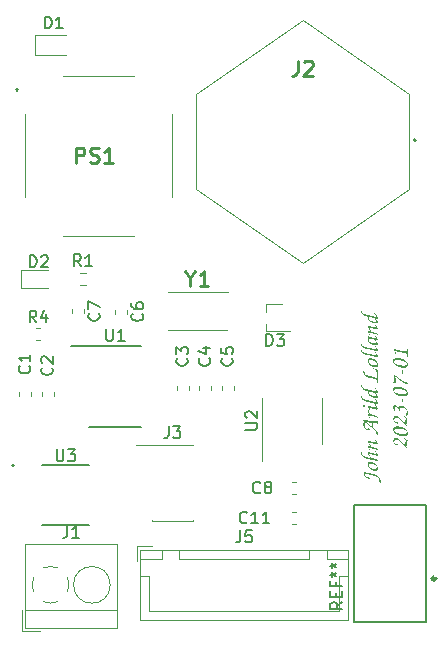
<source format=gbr>
G04 #@! TF.GenerationSoftware,KiCad,Pcbnew,7.0.5*
G04 #@! TF.CreationDate,2023-07-03T11:33:58+02:00*
G04 #@! TF.ProjectId,STM32CAN,53544d33-3243-4414-9e2e-6b696361645f,rev?*
G04 #@! TF.SameCoordinates,Original*
G04 #@! TF.FileFunction,Legend,Top*
G04 #@! TF.FilePolarity,Positive*
%FSLAX46Y46*%
G04 Gerber Fmt 4.6, Leading zero omitted, Abs format (unit mm)*
G04 Created by KiCad (PCBNEW 7.0.5) date 2023-07-03 11:33:58*
%MOMM*%
%LPD*%
G01*
G04 APERTURE LIST*
%ADD10C,0.150000*%
%ADD11C,0.254000*%
%ADD12C,0.127000*%
%ADD13C,0.300000*%
%ADD14C,0.120000*%
%ADD15C,0.100000*%
%ADD16C,0.200000*%
G04 APERTURE END LIST*
D10*
G36*
X46036926Y-91159703D02*
G01*
X46017786Y-91162988D01*
X46000389Y-91165850D01*
X45984485Y-91168311D01*
X45969827Y-91170394D01*
X45951792Y-91172617D01*
X45934941Y-91174258D01*
X45918687Y-91175365D01*
X45902442Y-91175992D01*
X45885617Y-91176190D01*
X45870486Y-91175938D01*
X45855799Y-91175183D01*
X45827768Y-91172175D01*
X45801544Y-91167179D01*
X45777145Y-91160213D01*
X45754590Y-91151290D01*
X45733897Y-91140428D01*
X45715086Y-91127641D01*
X45698176Y-91112946D01*
X45683185Y-91096357D01*
X45670131Y-91077890D01*
X45659034Y-91057561D01*
X45649913Y-91035385D01*
X45642786Y-91011379D01*
X45637672Y-90985556D01*
X45634590Y-90957934D01*
X45633558Y-90928527D01*
X45633558Y-90897020D01*
X46095910Y-91012425D01*
X46107257Y-91025948D01*
X46118919Y-91039579D01*
X46129040Y-91050975D01*
X46141051Y-91063812D01*
X46152533Y-91075573D01*
X46163655Y-91086759D01*
X46173579Y-91096688D01*
X46182727Y-91083513D01*
X46192654Y-91071352D01*
X46204233Y-91060930D01*
X46217541Y-91053052D01*
X46231702Y-91047121D01*
X46234396Y-91046130D01*
X46251923Y-91051754D01*
X46266556Y-91056365D01*
X46283852Y-91061568D01*
X46299352Y-91065971D01*
X46318517Y-91071203D01*
X46336508Y-91076012D01*
X46350699Y-91079772D01*
X46366941Y-91084057D01*
X46385486Y-91088940D01*
X46406587Y-91094490D01*
X46426457Y-91100029D01*
X46445161Y-91105255D01*
X46462748Y-91110183D01*
X46479269Y-91114831D01*
X46494774Y-91119215D01*
X46509313Y-91123353D01*
X46535696Y-91130955D01*
X46558821Y-91137772D01*
X46579089Y-91143937D01*
X46596903Y-91149584D01*
X46612667Y-91154849D01*
X46626782Y-91159864D01*
X46645743Y-91167214D01*
X46663260Y-91174758D01*
X46680689Y-91182950D01*
X46699390Y-91192241D01*
X46713234Y-91199270D01*
X46733251Y-91210358D01*
X46752079Y-91222318D01*
X46769701Y-91235137D01*
X46786106Y-91248804D01*
X46801279Y-91263306D01*
X46815205Y-91278631D01*
X46827871Y-91294765D01*
X46839263Y-91311698D01*
X46849367Y-91329417D01*
X46858170Y-91347909D01*
X46865656Y-91367162D01*
X46871812Y-91387164D01*
X46876625Y-91407902D01*
X46880080Y-91429364D01*
X46882163Y-91451537D01*
X46882861Y-91474410D01*
X46882639Y-91489892D01*
X46881910Y-91505047D01*
X46880581Y-91520340D01*
X46878556Y-91536234D01*
X46875741Y-91553193D01*
X46872041Y-91571680D01*
X46868630Y-91586827D01*
X46864627Y-91603290D01*
X46861612Y-91615094D01*
X47002662Y-91699358D01*
X47006147Y-91682034D01*
X47008775Y-91666964D01*
X47010951Y-91650723D01*
X47012238Y-91635177D01*
X47012825Y-91618935D01*
X47012920Y-91607034D01*
X47012412Y-91583015D01*
X47010815Y-91559725D01*
X47008020Y-91536947D01*
X47003915Y-91514464D01*
X46998392Y-91492061D01*
X46991340Y-91469521D01*
X46982648Y-91446627D01*
X46972208Y-91423165D01*
X46959908Y-91398917D01*
X46945640Y-91373666D01*
X46937733Y-91360598D01*
X46929292Y-91347198D01*
X46920305Y-91333439D01*
X46910756Y-91319295D01*
X46900632Y-91304738D01*
X46889920Y-91289741D01*
X46878606Y-91274278D01*
X46866675Y-91258320D01*
X46854115Y-91241842D01*
X46840912Y-91224816D01*
X46827051Y-91207215D01*
X46812519Y-91189012D01*
X46799585Y-91172919D01*
X46787259Y-91157724D01*
X46775478Y-91143389D01*
X46764179Y-91129877D01*
X46753299Y-91117151D01*
X46742777Y-91105172D01*
X46732549Y-91093902D01*
X46712727Y-91073342D01*
X46693334Y-91055168D01*
X46673869Y-91039079D01*
X46653831Y-91024773D01*
X46632721Y-91011949D01*
X46610039Y-91000306D01*
X46585285Y-90989540D01*
X46557957Y-90979352D01*
X46543172Y-90974380D01*
X46527557Y-90969439D01*
X46511048Y-90964492D01*
X46493583Y-90959500D01*
X46475100Y-90954426D01*
X46455536Y-90949233D01*
X46434829Y-90943882D01*
X46412916Y-90938336D01*
X46389734Y-90932557D01*
X45614874Y-90739483D01*
X45554057Y-90670240D01*
X45554107Y-90697167D01*
X45554264Y-90722145D01*
X45554540Y-90745349D01*
X45554950Y-90766949D01*
X45555506Y-90787120D01*
X45556221Y-90806034D01*
X45557108Y-90823864D01*
X45558179Y-90840783D01*
X45559448Y-90856963D01*
X45560927Y-90872578D01*
X45562629Y-90887800D01*
X45564567Y-90902802D01*
X45566755Y-90917756D01*
X45569204Y-90932836D01*
X45571928Y-90948215D01*
X45574940Y-90964065D01*
X45579599Y-90985477D01*
X45584911Y-91006362D01*
X45590866Y-91026710D01*
X45597451Y-91046510D01*
X45604655Y-91065753D01*
X45612467Y-91084429D01*
X45620874Y-91102527D01*
X45629866Y-91120038D01*
X45639431Y-91136952D01*
X45649556Y-91153259D01*
X45660231Y-91168948D01*
X45671444Y-91184010D01*
X45683182Y-91198434D01*
X45695436Y-91212212D01*
X45708192Y-91225332D01*
X45721440Y-91237784D01*
X45735168Y-91249560D01*
X45749363Y-91260648D01*
X45764016Y-91271039D01*
X45779113Y-91280723D01*
X45794644Y-91289689D01*
X45810596Y-91297928D01*
X45826959Y-91305430D01*
X45843720Y-91312185D01*
X45860868Y-91318183D01*
X45878391Y-91323413D01*
X45896278Y-91327866D01*
X45914518Y-91331532D01*
X45933097Y-91334400D01*
X45952006Y-91336461D01*
X45971232Y-91337706D01*
X45990764Y-91338123D01*
X46005769Y-91337905D01*
X46022916Y-91336949D01*
X46039356Y-91335107D01*
X46056245Y-91332246D01*
X46070858Y-91329132D01*
X46087091Y-91325212D01*
X46105538Y-91320416D01*
X46110565Y-91319072D01*
X46036926Y-91159703D01*
G37*
G36*
X46094664Y-89919022D02*
G01*
X46123172Y-89920554D01*
X46137850Y-89921872D01*
X46152774Y-89923546D01*
X46167916Y-89925568D01*
X46183249Y-89927927D01*
X46198744Y-89930614D01*
X46214375Y-89933621D01*
X46230113Y-89936938D01*
X46245931Y-89940555D01*
X46261802Y-89944465D01*
X46277697Y-89948657D01*
X46293589Y-89953123D01*
X46309451Y-89957852D01*
X46325254Y-89962837D01*
X46340972Y-89968067D01*
X46356576Y-89973534D01*
X46372039Y-89979229D01*
X46387333Y-89985141D01*
X46402431Y-89991263D01*
X46417304Y-89997585D01*
X46431926Y-90004097D01*
X46446269Y-90010790D01*
X46460305Y-90017656D01*
X46474006Y-90024685D01*
X46487344Y-90031868D01*
X46500293Y-90039196D01*
X46524911Y-90054248D01*
X46547637Y-90069769D01*
X46552183Y-90073433D01*
X46565966Y-90085526D01*
X46579979Y-90099290D01*
X46594234Y-90114747D01*
X46603878Y-90126003D01*
X46613639Y-90138028D01*
X46623521Y-90150827D01*
X46633527Y-90164408D01*
X46643661Y-90178777D01*
X46653928Y-90193940D01*
X46664330Y-90209904D01*
X46674872Y-90226675D01*
X46685557Y-90244259D01*
X46696389Y-90262663D01*
X46707372Y-90281894D01*
X46711992Y-90290659D01*
X46720723Y-90307625D01*
X46728785Y-90323877D01*
X46736191Y-90339461D01*
X46742954Y-90354420D01*
X46749085Y-90368802D01*
X46757125Y-90389388D01*
X46763813Y-90408925D01*
X46769193Y-90427567D01*
X46773304Y-90445465D01*
X46776189Y-90462771D01*
X46777889Y-90479638D01*
X46778447Y-90496217D01*
X46777499Y-90516625D01*
X46774690Y-90536050D01*
X46770076Y-90554446D01*
X46763712Y-90571769D01*
X46755652Y-90587970D01*
X46745951Y-90603005D01*
X46734663Y-90616828D01*
X46721844Y-90629391D01*
X46707547Y-90640649D01*
X46691829Y-90650556D01*
X46674743Y-90659065D01*
X46656344Y-90666130D01*
X46636688Y-90671706D01*
X46615828Y-90675746D01*
X46593820Y-90678204D01*
X46570718Y-90679033D01*
X46550982Y-90678758D01*
X46531220Y-90677939D01*
X46511455Y-90676586D01*
X46491710Y-90674709D01*
X46472008Y-90672318D01*
X46452373Y-90669424D01*
X46432827Y-90666036D01*
X46413393Y-90662163D01*
X46394096Y-90657817D01*
X46374957Y-90653007D01*
X46356000Y-90647743D01*
X46337249Y-90642035D01*
X46318726Y-90635894D01*
X46300454Y-90629328D01*
X46282457Y-90622349D01*
X46264758Y-90614965D01*
X46247380Y-90607188D01*
X46230346Y-90599027D01*
X46213679Y-90590492D01*
X46197402Y-90581592D01*
X46181539Y-90572339D01*
X46166113Y-90562742D01*
X46151146Y-90552812D01*
X46136662Y-90542557D01*
X46122685Y-90531988D01*
X46109236Y-90521115D01*
X46096340Y-90509949D01*
X46084020Y-90498498D01*
X46072298Y-90486773D01*
X46061198Y-90474785D01*
X46050743Y-90462542D01*
X46040956Y-90450056D01*
X46024017Y-90426728D01*
X46007853Y-90403240D01*
X45992506Y-90379683D01*
X45978021Y-90356146D01*
X45964442Y-90332718D01*
X45951813Y-90309490D01*
X45940178Y-90286550D01*
X45929581Y-90263988D01*
X45920066Y-90241895D01*
X45911676Y-90220359D01*
X45910532Y-90217048D01*
X45986367Y-90217048D01*
X45989258Y-90244628D01*
X45997674Y-90272121D01*
X46003836Y-90285761D01*
X46011237Y-90299292D01*
X46019829Y-90312685D01*
X46029564Y-90325910D01*
X46040395Y-90338937D01*
X46052274Y-90351739D01*
X46065154Y-90364285D01*
X46078987Y-90376547D01*
X46093726Y-90388495D01*
X46109322Y-90400101D01*
X46125728Y-90411334D01*
X46142896Y-90422166D01*
X46160780Y-90432568D01*
X46179330Y-90442510D01*
X46198501Y-90451963D01*
X46218243Y-90460898D01*
X46238509Y-90469287D01*
X46259253Y-90477098D01*
X46280425Y-90484305D01*
X46301979Y-90490877D01*
X46323866Y-90496784D01*
X46346040Y-90501999D01*
X46368452Y-90506492D01*
X46391055Y-90510233D01*
X46413802Y-90513194D01*
X46436644Y-90515344D01*
X46459534Y-90516656D01*
X46482424Y-90517100D01*
X46493531Y-90516941D01*
X46514978Y-90515680D01*
X46535360Y-90513190D01*
X46554624Y-90509505D01*
X46572718Y-90504660D01*
X46589590Y-90498687D01*
X46605189Y-90491620D01*
X46619462Y-90483494D01*
X46632357Y-90474342D01*
X46643822Y-90464198D01*
X46653805Y-90453096D01*
X46665887Y-90434720D01*
X46671937Y-90421370D01*
X46676323Y-90407180D01*
X46678993Y-90392184D01*
X46679895Y-90376416D01*
X46679133Y-90361495D01*
X46676859Y-90346692D01*
X46673087Y-90332022D01*
X46667833Y-90317500D01*
X46661114Y-90303142D01*
X46652943Y-90288961D01*
X46643338Y-90274974D01*
X46632313Y-90261195D01*
X46619885Y-90247639D01*
X46606067Y-90234321D01*
X46590878Y-90221257D01*
X46574330Y-90208461D01*
X46556442Y-90195949D01*
X46537227Y-90183734D01*
X46516701Y-90171834D01*
X46494881Y-90160261D01*
X46475532Y-90151033D01*
X46456111Y-90142314D01*
X46436651Y-90134117D01*
X46417183Y-90126453D01*
X46397738Y-90119334D01*
X46378349Y-90112773D01*
X46359047Y-90106780D01*
X46339863Y-90101368D01*
X46320829Y-90096549D01*
X46301978Y-90092334D01*
X46283340Y-90088735D01*
X46264947Y-90085763D01*
X46246831Y-90083432D01*
X46229024Y-90081752D01*
X46211557Y-90080735D01*
X46194462Y-90080394D01*
X46170994Y-90081003D01*
X46148705Y-90082810D01*
X46127642Y-90085784D01*
X46107851Y-90089897D01*
X46089378Y-90095117D01*
X46072270Y-90101414D01*
X46056571Y-90108759D01*
X46042329Y-90117122D01*
X46029590Y-90126472D01*
X46018400Y-90136780D01*
X46008804Y-90148015D01*
X45997503Y-90166540D01*
X45990050Y-90186983D01*
X45987296Y-90201627D01*
X45986367Y-90217048D01*
X45910532Y-90217048D01*
X45904457Y-90199470D01*
X45898451Y-90179318D01*
X45893704Y-90159993D01*
X45890258Y-90141583D01*
X45888159Y-90124180D01*
X45887449Y-90107871D01*
X45888374Y-90087394D01*
X45891103Y-90067772D01*
X45895568Y-90049068D01*
X45901703Y-90031347D01*
X45909439Y-90014674D01*
X45918709Y-89999113D01*
X45929445Y-89984728D01*
X45941579Y-89971584D01*
X45955045Y-89959745D01*
X45969774Y-89949276D01*
X45985698Y-89940240D01*
X46002751Y-89932703D01*
X46020864Y-89926729D01*
X46039970Y-89922382D01*
X46060001Y-89919727D01*
X46080889Y-89918827D01*
X46094664Y-89919022D01*
G37*
G36*
X46774050Y-89864605D02*
G01*
X46713234Y-89715495D01*
X46223771Y-89591298D01*
X46214737Y-89577929D01*
X46206882Y-89565524D01*
X46198554Y-89551693D01*
X46192264Y-89541106D01*
X46182603Y-89526207D01*
X46173629Y-89512259D01*
X46165374Y-89499323D01*
X46155538Y-89483756D01*
X46147107Y-89470242D01*
X46138655Y-89456462D01*
X46130973Y-89443488D01*
X46129249Y-89440356D01*
X46115965Y-89415910D01*
X46104338Y-89394487D01*
X46094259Y-89375857D01*
X46085618Y-89359790D01*
X46078303Y-89346053D01*
X46069576Y-89329315D01*
X46061552Y-89313003D01*
X46055457Y-89297655D01*
X46053778Y-89282819D01*
X46059553Y-89268977D01*
X46072325Y-89261541D01*
X46085286Y-89259738D01*
X46100034Y-89260403D01*
X46117732Y-89262587D01*
X46134947Y-89265620D01*
X46150111Y-89268740D01*
X46167539Y-89272654D01*
X46187531Y-89277422D01*
X46202433Y-89281107D01*
X46218697Y-89285217D01*
X46236413Y-89289771D01*
X46255669Y-89294787D01*
X46265903Y-89297474D01*
X46287864Y-89303083D01*
X46309237Y-89308508D01*
X46330025Y-89313749D01*
X46350232Y-89318807D01*
X46369863Y-89323682D01*
X46388921Y-89328374D01*
X46407410Y-89332884D01*
X46425335Y-89337213D01*
X46442698Y-89341359D01*
X46459505Y-89345325D01*
X46475759Y-89349111D01*
X46491464Y-89352716D01*
X46506624Y-89356141D01*
X46521243Y-89359387D01*
X46548874Y-89365343D01*
X46574388Y-89370585D01*
X46597817Y-89375118D01*
X46619193Y-89378945D01*
X46638547Y-89382069D01*
X46655911Y-89384493D01*
X46671317Y-89386221D01*
X46690824Y-89387513D01*
X46696381Y-89387599D01*
X46711831Y-89385922D01*
X46727423Y-89381403D01*
X46742966Y-89374952D01*
X46757844Y-89367570D01*
X46771218Y-89360249D01*
X46778447Y-89356092D01*
X46767030Y-89334030D01*
X46754810Y-89311197D01*
X46741859Y-89287706D01*
X46728249Y-89263671D01*
X46714054Y-89239204D01*
X46699344Y-89214418D01*
X46684194Y-89189428D01*
X46676476Y-89176891D01*
X46668675Y-89164346D01*
X46660800Y-89151806D01*
X46652860Y-89139285D01*
X46644864Y-89126798D01*
X46636821Y-89114359D01*
X46628740Y-89101982D01*
X46620630Y-89089681D01*
X46612501Y-89077471D01*
X46596219Y-89053377D01*
X46579967Y-89029814D01*
X46563818Y-89006896D01*
X46547843Y-88984735D01*
X46539944Y-88973974D01*
X46479494Y-88959319D01*
X46488861Y-88975259D01*
X46497736Y-88990397D01*
X46506132Y-89004759D01*
X46514062Y-89018368D01*
X46521539Y-89031249D01*
X46535182Y-89054929D01*
X46547165Y-89075996D01*
X46557588Y-89094648D01*
X46566555Y-89111084D01*
X46574167Y-89125501D01*
X46583266Y-89143774D01*
X46589890Y-89158620D01*
X46595467Y-89174237D01*
X46598352Y-89189271D01*
X46598562Y-89194525D01*
X46593794Y-89208904D01*
X46582144Y-89218425D01*
X46566877Y-89223789D01*
X46550443Y-89225888D01*
X46544340Y-89226032D01*
X46528627Y-89225701D01*
X46512302Y-89224499D01*
X46493978Y-89222117D01*
X46472270Y-89218247D01*
X46455234Y-89214685D01*
X46435667Y-89210233D01*
X46413160Y-89204797D01*
X46387301Y-89198287D01*
X46372986Y-89194600D01*
X46357680Y-89190610D01*
X46341330Y-89186305D01*
X46323886Y-89181674D01*
X46305296Y-89176705D01*
X46285509Y-89171388D01*
X46264474Y-89165710D01*
X46242139Y-89159660D01*
X46218453Y-89153226D01*
X46193364Y-89146398D01*
X46166822Y-89139163D01*
X46138775Y-89131511D01*
X46120335Y-89126551D01*
X46103045Y-89121902D01*
X46086865Y-89117552D01*
X46071756Y-89113492D01*
X46044593Y-89106202D01*
X46021241Y-89099952D01*
X46001383Y-89094661D01*
X45984704Y-89090249D01*
X45964957Y-89085107D01*
X45950588Y-89081493D01*
X45935699Y-89078137D01*
X45923353Y-89076922D01*
X45908933Y-89079979D01*
X45896407Y-89090202D01*
X45889509Y-89104636D01*
X45887449Y-89120886D01*
X45889466Y-89136289D01*
X45895590Y-89156671D01*
X45902006Y-89173127D01*
X45910327Y-89191949D01*
X45920583Y-89213197D01*
X45932806Y-89236933D01*
X45947029Y-89263218D01*
X45954900Y-89277336D01*
X45963282Y-89292114D01*
X45972180Y-89307560D01*
X45981598Y-89323681D01*
X45991539Y-89340486D01*
X46002008Y-89357981D01*
X46013008Y-89376175D01*
X46024544Y-89395075D01*
X46036618Y-89414689D01*
X46049237Y-89435024D01*
X46062402Y-89456088D01*
X46076119Y-89477889D01*
X46090390Y-89500435D01*
X46105221Y-89523732D01*
X46120615Y-89547789D01*
X46136577Y-89572613D01*
X45856308Y-89501172D01*
X45837413Y-89496518D01*
X45819320Y-89492031D01*
X45802004Y-89487705D01*
X45785442Y-89483533D01*
X45769610Y-89479508D01*
X45754486Y-89475624D01*
X45740046Y-89471874D01*
X45713123Y-89464749D01*
X45688655Y-89458080D01*
X45666454Y-89451815D01*
X45646332Y-89445900D01*
X45628104Y-89440282D01*
X45611580Y-89434908D01*
X45596575Y-89429725D01*
X45576503Y-89422192D01*
X45558793Y-89414789D01*
X45542813Y-89407337D01*
X45532808Y-89402254D01*
X45517055Y-89393626D01*
X45502960Y-89384234D01*
X45490498Y-89374087D01*
X45479646Y-89363195D01*
X45470381Y-89351566D01*
X45460455Y-89334931D01*
X45453252Y-89317024D01*
X45449603Y-89302772D01*
X45447431Y-89287826D01*
X45446713Y-89272194D01*
X45446993Y-89257529D01*
X45448181Y-89242042D01*
X45450241Y-89226356D01*
X45452807Y-89210743D01*
X45456356Y-89191449D01*
X45459756Y-89174030D01*
X45463861Y-89153670D01*
X45465397Y-89146165D01*
X45337536Y-89056039D01*
X45334027Y-89072341D01*
X45330891Y-89089069D01*
X45328776Y-89104102D01*
X45327523Y-89118918D01*
X45326973Y-89134994D01*
X45326912Y-89143967D01*
X45327298Y-89164679D01*
X45328528Y-89184368D01*
X45330706Y-89203246D01*
X45333935Y-89221527D01*
X45338322Y-89239424D01*
X45343971Y-89257150D01*
X45350986Y-89274917D01*
X45359472Y-89292940D01*
X45369534Y-89311430D01*
X45381276Y-89330602D01*
X45394803Y-89350667D01*
X45410219Y-89371840D01*
X45427630Y-89394333D01*
X45437116Y-89406141D01*
X45447140Y-89418359D01*
X45457715Y-89431013D01*
X45468853Y-89444131D01*
X45480569Y-89457739D01*
X45492875Y-89471863D01*
X45510306Y-89491286D01*
X45526763Y-89508750D01*
X45542688Y-89524462D01*
X45558522Y-89538627D01*
X45574709Y-89551450D01*
X45591690Y-89563137D01*
X45609907Y-89573893D01*
X45629803Y-89583925D01*
X45651820Y-89593436D01*
X45676400Y-89602634D01*
X45703986Y-89611724D01*
X45719043Y-89616292D01*
X45735018Y-89620910D01*
X45751966Y-89625604D01*
X45769941Y-89630399D01*
X45788999Y-89635322D01*
X45809196Y-89640397D01*
X45830586Y-89645650D01*
X45853225Y-89651108D01*
X45877168Y-89656796D01*
X45902470Y-89662739D01*
X46774050Y-89864605D01*
G37*
G36*
X46723126Y-88754155D02*
G01*
X46221939Y-88630324D01*
X46187868Y-88577934D01*
X46176581Y-88560126D01*
X46165926Y-88543295D01*
X46155886Y-88527407D01*
X46146443Y-88512429D01*
X46137578Y-88498330D01*
X46129273Y-88485076D01*
X46121511Y-88472634D01*
X46107544Y-88450057D01*
X46095530Y-88430338D01*
X46085328Y-88413214D01*
X46076792Y-88398423D01*
X46066799Y-88380039D01*
X46059747Y-88365433D01*
X46054082Y-88350305D01*
X46051388Y-88335436D01*
X46051214Y-88329905D01*
X46056977Y-88316239D01*
X46071484Y-88309623D01*
X46079057Y-88309023D01*
X46097718Y-88310225D01*
X46112494Y-88312297D01*
X46130984Y-88315587D01*
X46145791Y-88318538D01*
X46162871Y-88322154D01*
X46182477Y-88326484D01*
X46204856Y-88331577D01*
X46230258Y-88337482D01*
X46258933Y-88344250D01*
X46274576Y-88347972D01*
X46291130Y-88351928D01*
X46308628Y-88356124D01*
X46327100Y-88360567D01*
X46346577Y-88365262D01*
X46367091Y-88370216D01*
X46388672Y-88375435D01*
X46411353Y-88380925D01*
X46435163Y-88386692D01*
X46452349Y-88390910D01*
X46468684Y-88394912D01*
X46484198Y-88398704D01*
X46498917Y-88402291D01*
X46526083Y-88408871D01*
X46550408Y-88414696D01*
X46572114Y-88419808D01*
X46591424Y-88424250D01*
X46608561Y-88428065D01*
X46623750Y-88431297D01*
X46643366Y-88435143D01*
X46659852Y-88437917D01*
X46678268Y-88440198D01*
X46694245Y-88441174D01*
X46701877Y-88441280D01*
X46718265Y-88440350D01*
X46734527Y-88437397D01*
X46751389Y-88432173D01*
X46766420Y-88425908D01*
X46782790Y-88417753D01*
X46797131Y-88409773D01*
X46788635Y-88391449D01*
X46778978Y-88371974D01*
X46768213Y-88351424D01*
X46756391Y-88329877D01*
X46743561Y-88307409D01*
X46729775Y-88284096D01*
X46715085Y-88260017D01*
X46699541Y-88235246D01*
X46691465Y-88222626D01*
X46683194Y-88209862D01*
X46674736Y-88196963D01*
X46666095Y-88183940D01*
X46657280Y-88170802D01*
X46648296Y-88157558D01*
X46639149Y-88144218D01*
X46629846Y-88130792D01*
X46620393Y-88117289D01*
X46610798Y-88103719D01*
X46601065Y-88090092D01*
X46591201Y-88076416D01*
X46581213Y-88062703D01*
X46571108Y-88048960D01*
X46560890Y-88035198D01*
X46550568Y-88021427D01*
X46490851Y-88006772D01*
X46501719Y-88025321D01*
X46511944Y-88042798D01*
X46521545Y-88059239D01*
X46530541Y-88074679D01*
X46538952Y-88089155D01*
X46546798Y-88102702D01*
X46560872Y-88127151D01*
X46572920Y-88148315D01*
X46583097Y-88166478D01*
X46591562Y-88181926D01*
X46598470Y-88194946D01*
X46606258Y-88210548D01*
X46612656Y-88225522D01*
X46616261Y-88240138D01*
X46616514Y-88246008D01*
X46611610Y-88261609D01*
X46599456Y-88271752D01*
X46583283Y-88277384D01*
X46565618Y-88279564D01*
X46558995Y-88279714D01*
X46543110Y-88279429D01*
X46526744Y-88278327D01*
X46508292Y-88276035D01*
X46486152Y-88272179D01*
X46468551Y-88268555D01*
X46448124Y-88263960D01*
X46424395Y-88258283D01*
X46396889Y-88251413D01*
X46381572Y-88247497D01*
X46365132Y-88243241D01*
X46347511Y-88238631D01*
X46328649Y-88233655D01*
X46308486Y-88228297D01*
X46286964Y-88222544D01*
X46264023Y-88216383D01*
X46239603Y-88209800D01*
X46213645Y-88202780D01*
X46186091Y-88195309D01*
X46156879Y-88187375D01*
X46125952Y-88178963D01*
X46108710Y-88174170D01*
X46092543Y-88169677D01*
X46077414Y-88165473D01*
X46063286Y-88161550D01*
X46037883Y-88154504D01*
X46016037Y-88148464D01*
X45997452Y-88143350D01*
X45981831Y-88139087D01*
X45963308Y-88134117D01*
X45946215Y-88129744D01*
X45930548Y-88126555D01*
X45923353Y-88126207D01*
X45908005Y-88128943D01*
X45895637Y-88138156D01*
X45888784Y-88153204D01*
X45887449Y-88166141D01*
X45887912Y-88182104D01*
X45890328Y-88197402D01*
X45896240Y-88215078D01*
X45903894Y-88231727D01*
X45910891Y-88245156D01*
X45919629Y-88260891D01*
X45930301Y-88279313D01*
X45943099Y-88300804D01*
X45958215Y-88325742D01*
X45966703Y-88339624D01*
X45975842Y-88354510D01*
X45985658Y-88370448D01*
X45996174Y-88387486D01*
X46007414Y-88405672D01*
X46019402Y-88425053D01*
X46032163Y-88445677D01*
X46041901Y-88461064D01*
X46051195Y-88475764D01*
X46060050Y-88489778D01*
X46068467Y-88503104D01*
X46076451Y-88515744D01*
X46087621Y-88533415D01*
X46097834Y-88549541D01*
X46107099Y-88564121D01*
X46115429Y-88577156D01*
X46125099Y-88592131D01*
X46134913Y-88606986D01*
X46136577Y-88609441D01*
X46121956Y-88605432D01*
X46106286Y-88601273D01*
X46089813Y-88597021D01*
X46072783Y-88592732D01*
X46055445Y-88588462D01*
X46038045Y-88584267D01*
X46020829Y-88580205D01*
X46004044Y-88576331D01*
X45987938Y-88572702D01*
X45972757Y-88569374D01*
X45952261Y-88565069D01*
X45935235Y-88561759D01*
X45919372Y-88559222D01*
X45914926Y-88558883D01*
X45899933Y-88562471D01*
X45889872Y-88573717D01*
X45887449Y-88586360D01*
X45892702Y-88605577D01*
X45900598Y-88624588D01*
X45907683Y-88640078D01*
X45916139Y-88657651D01*
X45925890Y-88677163D01*
X45936862Y-88698468D01*
X45948981Y-88721422D01*
X45962171Y-88745879D01*
X45976358Y-88771696D01*
X45983802Y-88785068D01*
X45991468Y-88798726D01*
X45999345Y-88812651D01*
X46007425Y-88826825D01*
X46015699Y-88841230D01*
X46024156Y-88855849D01*
X46032789Y-88870662D01*
X46041586Y-88885651D01*
X46050540Y-88900800D01*
X46059640Y-88916088D01*
X46115327Y-88928545D01*
X46104404Y-88904778D01*
X46094796Y-88883765D01*
X46086419Y-88865307D01*
X46079189Y-88849204D01*
X46073022Y-88835256D01*
X46065578Y-88817938D01*
X46060052Y-88804347D01*
X46054329Y-88788146D01*
X46051429Y-88773770D01*
X46051214Y-88766978D01*
X46056179Y-88752540D01*
X46069297Y-88743588D01*
X46081256Y-88741699D01*
X46097630Y-88742677D01*
X46120059Y-88745541D01*
X46138139Y-88748448D01*
X46158557Y-88752117D01*
X46181172Y-88756517D01*
X46205842Y-88761619D01*
X46232427Y-88767390D01*
X46260784Y-88773802D01*
X46275584Y-88777237D01*
X46290774Y-88780822D01*
X46306336Y-88784551D01*
X46322254Y-88788421D01*
X46338509Y-88792428D01*
X46355084Y-88796568D01*
X46371961Y-88800837D01*
X46389123Y-88805232D01*
X46406551Y-88809748D01*
X46424229Y-88814383D01*
X46442138Y-88819131D01*
X46460262Y-88823990D01*
X46478581Y-88828955D01*
X46497079Y-88834023D01*
X46670003Y-88882383D01*
X46685757Y-88886756D01*
X46700251Y-88890545D01*
X46718119Y-88895105D01*
X46734731Y-88899286D01*
X46753309Y-88903922D01*
X46768481Y-88907687D01*
X46784675Y-88911692D01*
X46723126Y-88754155D01*
G37*
G36*
X46715799Y-86262146D02*
G01*
X46718032Y-86274912D01*
X46721005Y-86292020D01*
X46723538Y-86306796D01*
X46725957Y-86321260D01*
X46728255Y-86335785D01*
X46749138Y-86455220D01*
X46752606Y-86474368D01*
X46755867Y-86492383D01*
X46758917Y-86509264D01*
X46761754Y-86525012D01*
X46764377Y-86539626D01*
X46767904Y-86559423D01*
X46770936Y-86576669D01*
X46774196Y-86595697D01*
X46776546Y-86610192D01*
X46778447Y-86625579D01*
X46777598Y-86635441D01*
X46772389Y-86650834D01*
X46763189Y-86663026D01*
X46750873Y-86671050D01*
X46736315Y-86673939D01*
X46725627Y-86673627D01*
X46710666Y-86672485D01*
X46693769Y-86670601D01*
X46678514Y-86668538D01*
X46662451Y-86666090D01*
X46645823Y-86663314D01*
X46641342Y-86662313D01*
X46625408Y-86659470D01*
X46608608Y-86656888D01*
X46592297Y-86654641D01*
X46574546Y-86652460D01*
X46559727Y-86650858D01*
X46546819Y-86649014D01*
X46529968Y-86646602D01*
X46513750Y-86644262D01*
X46498412Y-86642015D01*
X46480848Y-86639370D01*
X46465518Y-86636946D01*
X46448719Y-86634005D01*
X46439239Y-86633083D01*
X46422650Y-86631063D01*
X46406060Y-86628666D01*
X46389471Y-86626051D01*
X46372882Y-86623381D01*
X46371761Y-86639258D01*
X46370731Y-86656114D01*
X46369791Y-86673950D01*
X46368937Y-86692767D01*
X46368167Y-86712564D01*
X46367478Y-86733344D01*
X46366868Y-86755105D01*
X46366333Y-86777849D01*
X46365871Y-86801576D01*
X46365479Y-86826287D01*
X46365155Y-86851982D01*
X46364896Y-86878662D01*
X46364699Y-86906327D01*
X46364562Y-86934979D01*
X46364515Y-86949674D01*
X46364481Y-86964616D01*
X46364462Y-86979805D01*
X46364455Y-86995240D01*
X46393296Y-87020524D01*
X46420764Y-87044814D01*
X46446887Y-87068149D01*
X46471697Y-87090572D01*
X46495223Y-87112121D01*
X46517495Y-87132838D01*
X46538544Y-87152763D01*
X46558399Y-87171937D01*
X46577091Y-87190399D01*
X46594649Y-87208191D01*
X46611104Y-87225353D01*
X46626486Y-87241925D01*
X46640824Y-87257947D01*
X46654149Y-87273461D01*
X46666491Y-87288506D01*
X46677880Y-87303124D01*
X46688346Y-87317354D01*
X46697918Y-87331237D01*
X46706628Y-87344813D01*
X46714505Y-87358124D01*
X46727880Y-87384108D01*
X46738284Y-87409513D01*
X46745958Y-87434662D01*
X46751141Y-87459880D01*
X46754075Y-87485489D01*
X46755000Y-87511814D01*
X46754798Y-87526082D01*
X46753896Y-87542446D01*
X46752133Y-87558078D01*
X46749357Y-87573941D01*
X46745417Y-87591000D01*
X46741325Y-87606156D01*
X46736315Y-87623189D01*
X46589403Y-87543321D01*
X46593609Y-87529978D01*
X46597658Y-87515134D01*
X46600988Y-87498950D01*
X46602951Y-87483230D01*
X46603866Y-87466582D01*
X46604057Y-87450998D01*
X46603707Y-87433244D01*
X46602631Y-87416201D01*
X46600788Y-87399788D01*
X46598138Y-87383924D01*
X46594643Y-87368531D01*
X46590263Y-87353528D01*
X46584957Y-87338835D01*
X46578687Y-87324373D01*
X46571411Y-87310061D01*
X46563092Y-87295819D01*
X46553688Y-87281567D01*
X46543161Y-87267226D01*
X46531470Y-87252715D01*
X46518576Y-87237955D01*
X46504439Y-87222865D01*
X46489019Y-87207365D01*
X46477589Y-87195813D01*
X46463916Y-87182577D01*
X46448223Y-87167845D01*
X46430733Y-87151804D01*
X46411667Y-87134643D01*
X46391247Y-87116549D01*
X46369696Y-87097710D01*
X46358566Y-87088069D01*
X46347236Y-87078314D01*
X46335735Y-87068465D01*
X46324089Y-87058548D01*
X46312327Y-87048586D01*
X46300477Y-87038602D01*
X46288567Y-87028619D01*
X46276623Y-87018661D01*
X46264674Y-87008752D01*
X46252748Y-86998916D01*
X46240873Y-86989174D01*
X46229076Y-86979552D01*
X46217384Y-86970072D01*
X46205827Y-86960758D01*
X46183224Y-86942722D01*
X46161489Y-86925631D01*
X45691444Y-86562564D01*
X45690669Y-86572778D01*
X45689379Y-86590838D01*
X45688353Y-86606260D01*
X45687292Y-86622776D01*
X45686087Y-86640149D01*
X45684644Y-86656839D01*
X45683018Y-86671741D01*
X45682605Y-86674562D01*
X45680751Y-86689165D01*
X45679102Y-86704968D01*
X45677660Y-86721172D01*
X45676423Y-86736954D01*
X45670195Y-86787146D01*
X45669143Y-86802539D01*
X45668115Y-86817710D01*
X45667212Y-86832514D01*
X45666454Y-86849128D01*
X45666165Y-86864815D01*
X45666996Y-86892848D01*
X45669468Y-86919357D01*
X45673545Y-86944301D01*
X45679194Y-86967643D01*
X45686379Y-86989342D01*
X45695068Y-87009360D01*
X45705224Y-87027658D01*
X45716815Y-87044196D01*
X45729805Y-87058935D01*
X45744160Y-87071836D01*
X45759847Y-87082859D01*
X45776830Y-87091966D01*
X45795075Y-87099118D01*
X45814548Y-87104275D01*
X45835215Y-87107397D01*
X45857041Y-87108447D01*
X45861576Y-87108417D01*
X45879901Y-87107645D01*
X45898961Y-87105719D01*
X45914093Y-87103424D01*
X45930217Y-87100327D01*
X45947581Y-87096362D01*
X45966435Y-87091466D01*
X45987026Y-87085572D01*
X46001840Y-87081057D01*
X46017611Y-87076050D01*
X46034410Y-87070532D01*
X46052313Y-87064483D01*
X46136210Y-87219822D01*
X46125114Y-87223955D01*
X46109522Y-87229447D01*
X46095000Y-87234139D01*
X46076930Y-87239238D01*
X46059869Y-87243132D01*
X46043306Y-87245943D01*
X46026730Y-87247797D01*
X46009631Y-87248818D01*
X45991496Y-87249131D01*
X45970829Y-87248561D01*
X45950558Y-87246836D01*
X45930635Y-87243936D01*
X45911011Y-87239840D01*
X45891635Y-87234527D01*
X45872459Y-87227975D01*
X45853434Y-87220165D01*
X45834509Y-87211075D01*
X45815636Y-87200684D01*
X45796765Y-87188971D01*
X45777847Y-87175915D01*
X45758832Y-87161495D01*
X45739671Y-87145691D01*
X45720315Y-87128482D01*
X45700714Y-87109846D01*
X45680819Y-87089762D01*
X45663251Y-87071195D01*
X45646816Y-87052594D01*
X45631515Y-87033966D01*
X45617347Y-87015322D01*
X45604312Y-86996669D01*
X45592411Y-86978016D01*
X45581644Y-86959371D01*
X45572009Y-86940744D01*
X45563508Y-86922142D01*
X45556141Y-86903575D01*
X45549907Y-86885051D01*
X45544807Y-86866578D01*
X45540840Y-86848165D01*
X45538006Y-86829821D01*
X45536306Y-86811555D01*
X45535739Y-86793374D01*
X45535759Y-86789420D01*
X45536228Y-86772754D01*
X45537337Y-86754488D01*
X45538599Y-86739548D01*
X45540237Y-86723396D01*
X45542260Y-86705898D01*
X45544673Y-86686919D01*
X45547486Y-86666325D01*
X45549586Y-86651634D01*
X45551868Y-86636125D01*
X45554335Y-86619759D01*
X45556988Y-86602498D01*
X45560228Y-86581228D01*
X45562966Y-86563291D01*
X45565243Y-86548252D01*
X45567631Y-86531957D01*
X45568568Y-86524829D01*
X45747131Y-86524829D01*
X46278360Y-86930028D01*
X46278360Y-86610924D01*
X45747131Y-86524829D01*
X45568568Y-86524829D01*
X45569706Y-86516176D01*
X45571243Y-86499042D01*
X45571643Y-86482697D01*
X45571422Y-86467873D01*
X45569776Y-86452808D01*
X45563968Y-86436842D01*
X45554309Y-86422662D01*
X45542431Y-86409126D01*
X45530637Y-86396941D01*
X45516038Y-86382474D01*
X45504598Y-86371322D01*
X45525481Y-86342013D01*
X45557493Y-86348339D01*
X45590863Y-86354736D01*
X45625462Y-86361185D01*
X45661160Y-86367669D01*
X45697828Y-86374170D01*
X45735336Y-86380670D01*
X45773555Y-86387151D01*
X45812356Y-86393596D01*
X45851608Y-86399987D01*
X45891182Y-86406305D01*
X45930950Y-86412534D01*
X45970781Y-86418655D01*
X46010546Y-86424651D01*
X46050116Y-86430504D01*
X46089360Y-86436196D01*
X46128150Y-86441710D01*
X46166356Y-86447027D01*
X46203849Y-86452130D01*
X46240499Y-86457000D01*
X46276177Y-86461622D01*
X46310753Y-86465975D01*
X46344098Y-86470043D01*
X46376082Y-86473809D01*
X46406576Y-86477253D01*
X46435450Y-86480359D01*
X46462575Y-86483108D01*
X46487821Y-86485483D01*
X46511060Y-86487466D01*
X46532160Y-86489039D01*
X46550994Y-86490185D01*
X46581343Y-86491123D01*
X46600604Y-86490484D01*
X46617275Y-86488440D01*
X46631506Y-86484806D01*
X46646950Y-86477165D01*
X46658688Y-86465923D01*
X46667082Y-86450638D01*
X46671400Y-86436254D01*
X46674191Y-86419161D01*
X46675608Y-86399172D01*
X46675865Y-86384145D01*
X46675814Y-86380565D01*
X46675081Y-86364813D01*
X46674145Y-86350174D01*
X46672888Y-86332258D01*
X46671752Y-86316690D01*
X46670464Y-86299309D01*
X46669038Y-86280127D01*
X46667485Y-86259158D01*
X46666386Y-86244192D01*
X46665240Y-86228440D01*
X46715799Y-86262146D01*
G37*
G36*
X46778447Y-86181179D02*
G01*
X46717630Y-86019246D01*
X46113129Y-85861709D01*
X46103177Y-85848581D01*
X46094050Y-85835955D01*
X46085723Y-85823784D01*
X46074676Y-85806278D01*
X46065287Y-85789530D01*
X46057469Y-85773381D01*
X46051139Y-85757671D01*
X46046210Y-85742242D01*
X46042598Y-85726933D01*
X46040218Y-85711586D01*
X46038985Y-85696040D01*
X46038757Y-85685488D01*
X46039592Y-85668997D01*
X46042209Y-85653918D01*
X46046775Y-85639912D01*
X46053458Y-85626641D01*
X46062424Y-85613764D01*
X46073842Y-85600944D01*
X46087880Y-85587840D01*
X46100227Y-85577622D01*
X46104703Y-85574113D01*
X45904302Y-85511099D01*
X45899039Y-85527497D01*
X45894873Y-85541628D01*
X45891204Y-85556253D01*
X45888574Y-85571126D01*
X45887462Y-85586815D01*
X45887449Y-85588768D01*
X45888345Y-85603870D01*
X45891050Y-85619319D01*
X45895583Y-85635258D01*
X45901966Y-85651828D01*
X45910221Y-85669171D01*
X45917654Y-85682771D01*
X45926161Y-85696945D01*
X45935751Y-85711752D01*
X45946434Y-85727254D01*
X45956238Y-85740118D01*
X45966029Y-85752996D01*
X45975740Y-85765954D01*
X45985303Y-85779060D01*
X45994651Y-85792380D01*
X46003717Y-85805983D01*
X46007250Y-85811517D01*
X46017143Y-85823716D01*
X46026634Y-85836465D01*
X46035320Y-85849026D01*
X46036926Y-85851451D01*
X45910896Y-85826172D01*
X45896922Y-85831652D01*
X45888886Y-85844089D01*
X45887449Y-85853283D01*
X45891485Y-85870537D01*
X45899339Y-85891642D01*
X45906584Y-85909012D01*
X45915257Y-85928659D01*
X45925203Y-85950268D01*
X45936270Y-85973527D01*
X45948302Y-85998124D01*
X45961145Y-86023744D01*
X45967824Y-86036841D01*
X45974647Y-86050076D01*
X45981596Y-86063411D01*
X45988652Y-86076807D01*
X45995795Y-86090223D01*
X46003007Y-86103623D01*
X46010267Y-86116965D01*
X46017557Y-86130211D01*
X46024858Y-86143323D01*
X46032149Y-86156260D01*
X46046629Y-86181455D01*
X46053778Y-86193635D01*
X46110931Y-86199864D01*
X46100459Y-86178422D01*
X46091246Y-86159567D01*
X46083212Y-86143088D01*
X46076275Y-86128772D01*
X46067753Y-86110890D01*
X46061249Y-86096684D01*
X46055246Y-86082222D01*
X46050653Y-86066684D01*
X46049390Y-86051062D01*
X46049382Y-86048555D01*
X46051534Y-86032844D01*
X46059246Y-86019864D01*
X46072525Y-86011993D01*
X46088686Y-86009134D01*
X46094078Y-86008988D01*
X46112679Y-86010454D01*
X46127921Y-86012646D01*
X46145791Y-86015721D01*
X46165933Y-86019599D01*
X46180449Y-86022589D01*
X46195711Y-86025876D01*
X46211615Y-86029435D01*
X46228056Y-86033242D01*
X46244929Y-86037272D01*
X46262128Y-86041503D01*
X46279547Y-86045908D01*
X46297083Y-86050465D01*
X46314630Y-86055150D01*
X46778447Y-86181179D01*
G37*
G36*
X45456971Y-85127149D02*
G01*
X45469737Y-85143365D01*
X45482053Y-85159037D01*
X45493893Y-85174166D01*
X45505232Y-85188748D01*
X45516045Y-85202781D01*
X45526306Y-85216265D01*
X45535989Y-85229197D01*
X45545070Y-85241575D01*
X45556197Y-85257215D01*
X45566147Y-85271863D01*
X45582438Y-85266117D01*
X45598382Y-85259693D01*
X45614454Y-85252324D01*
X45631131Y-85243744D01*
X45644323Y-85236355D01*
X45658325Y-85228023D01*
X45673337Y-85218635D01*
X45689561Y-85208080D01*
X45707198Y-85196244D01*
X45713426Y-85191996D01*
X45699737Y-85176794D01*
X45688032Y-85163773D01*
X45677843Y-85152352D01*
X45665804Y-85138609D01*
X45654513Y-85125298D01*
X45642858Y-85111041D01*
X45633209Y-85098899D01*
X45622261Y-85084868D01*
X45609545Y-85068368D01*
X45599853Y-85055708D01*
X45586323Y-85062579D01*
X45572376Y-85070318D01*
X45558738Y-85078405D01*
X45551493Y-85082819D01*
X45538018Y-85089928D01*
X45524428Y-85097061D01*
X45509195Y-85104097D01*
X45495242Y-85109961D01*
X45484448Y-85114326D01*
X45456971Y-85127149D01*
G37*
G36*
X46507704Y-85047282D02*
G01*
X46526388Y-85082819D01*
X46533675Y-85096072D01*
X46547073Y-85120554D01*
X46558978Y-85142484D01*
X46569475Y-85162039D01*
X46578649Y-85179396D01*
X46586586Y-85194730D01*
X46593373Y-85208220D01*
X46601584Y-85225380D01*
X46607690Y-85239382D01*
X46613055Y-85254167D01*
X46616552Y-85270892D01*
X46616880Y-85278091D01*
X46612713Y-85293725D01*
X46600852Y-85305614D01*
X46587486Y-85311723D01*
X46570738Y-85315152D01*
X46557896Y-85315827D01*
X46542647Y-85315562D01*
X46525442Y-85313714D01*
X46505459Y-85310028D01*
X46484436Y-85305445D01*
X46466689Y-85301333D01*
X46445420Y-85296257D01*
X46420171Y-85290116D01*
X46405912Y-85286615D01*
X46390485Y-85282809D01*
X46373835Y-85278686D01*
X46355903Y-85274234D01*
X46336633Y-85269439D01*
X46315967Y-85264290D01*
X46293848Y-85258772D01*
X46270218Y-85252875D01*
X46245020Y-85246584D01*
X46215996Y-85239527D01*
X46188782Y-85232912D01*
X46163316Y-85226723D01*
X46139538Y-85220947D01*
X46117385Y-85215569D01*
X46096796Y-85210575D01*
X46077709Y-85205950D01*
X46060064Y-85201681D01*
X46043797Y-85197754D01*
X46028849Y-85194153D01*
X46002658Y-85187877D01*
X45980998Y-85182738D01*
X45963378Y-85178623D01*
X45943443Y-85174122D01*
X45926401Y-85170642D01*
X45911743Y-85168934D01*
X45908698Y-85168915D01*
X45894730Y-85174463D01*
X45888051Y-85187645D01*
X45887449Y-85194194D01*
X45890665Y-85211597D01*
X45897192Y-85229817D01*
X45903438Y-85244313D01*
X45911158Y-85260619D01*
X45920317Y-85278675D01*
X45930881Y-85298423D01*
X45942815Y-85319801D01*
X45956084Y-85342751D01*
X45970653Y-85367213D01*
X45978414Y-85379992D01*
X45986487Y-85393127D01*
X45994868Y-85406611D01*
X46003552Y-85420435D01*
X46012535Y-85434592D01*
X46021812Y-85449075D01*
X46031379Y-85463877D01*
X46041232Y-85478990D01*
X46051367Y-85494406D01*
X46061779Y-85510119D01*
X46072463Y-85526120D01*
X46131448Y-85530150D01*
X46119174Y-85507504D01*
X46108392Y-85487521D01*
X46099006Y-85470003D01*
X46090918Y-85454753D01*
X46084033Y-85441575D01*
X46075748Y-85425262D01*
X46068006Y-85408922D01*
X46062556Y-85394980D01*
X46060044Y-85380400D01*
X46060006Y-85377009D01*
X46064348Y-85362617D01*
X46077074Y-85354199D01*
X46093411Y-85351755D01*
X46095544Y-85351730D01*
X46112797Y-85352513D01*
X46129707Y-85354712D01*
X46146392Y-85357798D01*
X46161444Y-85361033D01*
X46179173Y-85365161D01*
X46200026Y-85370278D01*
X46215887Y-85374284D01*
X46233469Y-85378798D01*
X46252905Y-85383850D01*
X46274330Y-85389466D01*
X46307549Y-85398453D01*
X46338703Y-85406878D01*
X46367869Y-85414760D01*
X46395123Y-85422117D01*
X46420543Y-85428966D01*
X46444205Y-85435327D01*
X46466186Y-85441216D01*
X46486563Y-85446653D01*
X46505414Y-85451655D01*
X46522815Y-85456241D01*
X46538842Y-85460428D01*
X46553574Y-85464234D01*
X46579458Y-85470779D01*
X46601081Y-85476019D01*
X46619059Y-85480101D01*
X46634007Y-85483168D01*
X46652096Y-85486184D01*
X46666831Y-85487732D01*
X46684851Y-85488360D01*
X46694549Y-85488384D01*
X46712670Y-85487504D01*
X46728988Y-85484915D01*
X46743313Y-85480695D01*
X46758131Y-85473243D01*
X46769171Y-85463513D01*
X46776916Y-85449044D01*
X46778447Y-85437826D01*
X46776395Y-85419362D01*
X46771630Y-85401897D01*
X46766101Y-85386963D01*
X46758802Y-85370265D01*
X46749648Y-85351635D01*
X46742472Y-85338056D01*
X46734409Y-85323492D01*
X46725433Y-85307893D01*
X46715518Y-85291207D01*
X46704641Y-85273384D01*
X46692775Y-85254375D01*
X46679895Y-85234127D01*
X46670412Y-85219152D01*
X46660907Y-85204177D01*
X46651359Y-85189202D01*
X46641747Y-85174227D01*
X46632049Y-85159252D01*
X46622244Y-85144277D01*
X46612310Y-85129301D01*
X46602226Y-85114326D01*
X46594194Y-85100788D01*
X46585785Y-85087353D01*
X46577820Y-85074682D01*
X46569023Y-85060267D01*
X46566322Y-85055708D01*
X46507704Y-85047282D01*
G37*
G36*
X46486088Y-84551591D02*
G01*
X46494422Y-84566279D01*
X46503014Y-84581244D01*
X46511322Y-84595308D01*
X46519021Y-84607979D01*
X46528693Y-84623618D01*
X46537818Y-84638244D01*
X46548995Y-84656091D01*
X46557785Y-84670107D01*
X46567787Y-84686046D01*
X46577853Y-84702495D01*
X46586838Y-84717674D01*
X46594761Y-84731647D01*
X46603708Y-84748510D01*
X46610852Y-84763492D01*
X46617315Y-84779802D01*
X46621578Y-84796217D01*
X46622376Y-84805481D01*
X46617968Y-84820342D01*
X46607901Y-84831016D01*
X46593436Y-84838744D01*
X46578548Y-84842467D01*
X46567787Y-84843217D01*
X46548736Y-84843217D01*
X46530052Y-84843217D01*
X46510088Y-84840816D01*
X46487122Y-84836719D01*
X46457253Y-84830813D01*
X46439949Y-84827234D01*
X46421184Y-84823264D01*
X46401044Y-84818924D01*
X46379619Y-84814233D01*
X46356996Y-84809214D01*
X46333263Y-84803885D01*
X46308509Y-84798267D01*
X46282820Y-84792381D01*
X46256286Y-84786247D01*
X46228994Y-84779886D01*
X46201032Y-84773317D01*
X46172489Y-84766562D01*
X46143452Y-84759640D01*
X46114009Y-84752572D01*
X46084248Y-84745379D01*
X46054258Y-84738080D01*
X46024126Y-84730697D01*
X45993940Y-84723249D01*
X45963789Y-84715758D01*
X45933760Y-84708242D01*
X45903941Y-84700724D01*
X45874421Y-84693223D01*
X45845287Y-84685759D01*
X45816628Y-84678353D01*
X45788531Y-84671026D01*
X45760202Y-84663546D01*
X45733440Y-84656408D01*
X45708201Y-84649587D01*
X45684440Y-84643059D01*
X45662115Y-84636799D01*
X45641180Y-84630781D01*
X45621593Y-84624981D01*
X45603311Y-84619374D01*
X45586288Y-84613935D01*
X45570481Y-84608638D01*
X45555847Y-84603461D01*
X45529923Y-84593360D01*
X45508163Y-84583433D01*
X45490220Y-84573481D01*
X45475742Y-84563306D01*
X45464380Y-84552707D01*
X45452414Y-84535579D01*
X45445491Y-84516380D01*
X45442429Y-84494437D01*
X45441950Y-84477952D01*
X45442237Y-84461084D01*
X45443322Y-84444863D01*
X45445536Y-84427695D01*
X45448485Y-84411516D01*
X45451706Y-84396683D01*
X45455800Y-84379657D01*
X45456971Y-84375003D01*
X45345596Y-84284878D01*
X45341995Y-84300344D01*
X45338493Y-84317204D01*
X45335968Y-84331996D01*
X45334029Y-84348043D01*
X45333046Y-84363424D01*
X45332773Y-84379400D01*
X45333150Y-84394925D01*
X45334308Y-84410095D01*
X45336292Y-84424991D01*
X45339145Y-84439695D01*
X45342910Y-84454290D01*
X45347630Y-84468858D01*
X45353351Y-84483480D01*
X45360113Y-84498239D01*
X45367962Y-84513217D01*
X45376941Y-84528496D01*
X45387093Y-84544159D01*
X45398461Y-84560286D01*
X45411090Y-84576961D01*
X45425022Y-84594266D01*
X45440301Y-84612282D01*
X45456971Y-84631092D01*
X45471749Y-84647673D01*
X45485534Y-84662732D01*
X45498457Y-84676374D01*
X45510649Y-84688708D01*
X45522242Y-84699843D01*
X45533369Y-84709885D01*
X45549469Y-84723137D01*
X45565257Y-84734538D01*
X45581177Y-84744453D01*
X45597672Y-84753246D01*
X45615186Y-84761280D01*
X45634163Y-84768920D01*
X45647847Y-84773974D01*
X45665053Y-84779442D01*
X45679542Y-84783813D01*
X45696108Y-84788673D01*
X45714463Y-84793942D01*
X45734317Y-84799541D01*
X45755384Y-84805389D01*
X45777372Y-84811408D01*
X45799995Y-84817519D01*
X45822962Y-84823641D01*
X45845986Y-84829696D01*
X45868777Y-84835603D01*
X45891048Y-84841284D01*
X45912508Y-84846659D01*
X45932870Y-84851649D01*
X45951845Y-84856174D01*
X45960722Y-84858238D01*
X46618346Y-85009180D01*
X46633551Y-85011711D01*
X46648905Y-85013359D01*
X46656081Y-85013576D01*
X46674314Y-85012661D01*
X46692131Y-85010043D01*
X46709230Y-85005912D01*
X46725311Y-85000458D01*
X46740074Y-84993871D01*
X46753217Y-84986342D01*
X46767703Y-84975166D01*
X46778063Y-84963103D01*
X46784126Y-84947465D01*
X46784309Y-84944333D01*
X46784309Y-84931511D01*
X46784309Y-84925282D01*
X46779686Y-84907424D01*
X46771333Y-84892272D01*
X46763224Y-84879043D01*
X46752889Y-84863019D01*
X46740162Y-84843949D01*
X46724876Y-84821582D01*
X46716221Y-84809084D01*
X46706864Y-84795667D01*
X46696784Y-84781300D01*
X46685961Y-84765951D01*
X46674373Y-84749590D01*
X46662000Y-84732185D01*
X46648821Y-84713705D01*
X46634815Y-84694118D01*
X46619961Y-84673392D01*
X46604239Y-84651497D01*
X46587628Y-84628400D01*
X46570106Y-84604071D01*
X46551654Y-84578479D01*
X46532250Y-84551591D01*
X46486088Y-84551591D01*
G37*
G36*
X45458803Y-83444438D02*
G01*
X45454502Y-83461276D01*
X45450124Y-83479167D01*
X45446775Y-83494394D01*
X45443998Y-83510426D01*
X45442438Y-83525493D01*
X45441950Y-83541158D01*
X45442091Y-83548150D01*
X45444256Y-83568159D01*
X45449143Y-83586830D01*
X45456894Y-83604305D01*
X45467653Y-83620724D01*
X45481563Y-83636230D01*
X45492658Y-83646128D01*
X45505259Y-83655726D01*
X45519409Y-83665063D01*
X45535150Y-83674183D01*
X45552524Y-83683126D01*
X45571575Y-83691936D01*
X45592344Y-83700653D01*
X45614874Y-83709319D01*
X45628771Y-83714013D01*
X45646120Y-83719403D01*
X45666681Y-83725434D01*
X45690210Y-83732050D01*
X45716466Y-83739195D01*
X45745207Y-83746815D01*
X45776192Y-83754853D01*
X45809179Y-83763255D01*
X45843925Y-83771965D01*
X45880189Y-83780928D01*
X45917729Y-83790087D01*
X45956303Y-83799389D01*
X45995670Y-83808777D01*
X46035587Y-83818196D01*
X46075813Y-83827591D01*
X46116106Y-83836906D01*
X46156224Y-83846085D01*
X46195925Y-83855074D01*
X46234968Y-83863817D01*
X46273110Y-83872258D01*
X46310109Y-83880343D01*
X46345725Y-83888015D01*
X46379715Y-83895220D01*
X46411836Y-83901901D01*
X46441849Y-83908004D01*
X46469509Y-83913473D01*
X46494577Y-83918252D01*
X46516809Y-83922287D01*
X46535964Y-83925522D01*
X46551801Y-83927901D01*
X46572550Y-83929871D01*
X46575480Y-83929833D01*
X46591909Y-83928122D01*
X46607987Y-83923244D01*
X46621105Y-83914546D01*
X46627505Y-83900195D01*
X46626632Y-83895007D01*
X46621183Y-83880123D01*
X46614545Y-83865711D01*
X46607773Y-83852357D01*
X46599839Y-83837701D01*
X46590865Y-83822041D01*
X46580976Y-83805673D01*
X46578730Y-83802119D01*
X46569825Y-83788822D01*
X46560566Y-83775286D01*
X46551574Y-83762195D01*
X46541287Y-83747209D01*
X46532782Y-83734791D01*
X46523649Y-83721414D01*
X46513932Y-83707121D01*
X46476196Y-83648136D01*
X46541043Y-83656563D01*
X46552844Y-83672932D01*
X46564538Y-83689321D01*
X46576107Y-83705702D01*
X46587533Y-83722046D01*
X46598799Y-83738324D01*
X46609887Y-83754507D01*
X46620780Y-83770567D01*
X46631460Y-83786473D01*
X46641910Y-83802199D01*
X46652113Y-83817714D01*
X46662050Y-83832990D01*
X46671704Y-83847998D01*
X46681058Y-83862710D01*
X46690094Y-83877095D01*
X46698795Y-83891127D01*
X46707143Y-83904775D01*
X46715121Y-83918010D01*
X46722711Y-83930805D01*
X46736658Y-83954957D01*
X46748843Y-83976998D01*
X46759127Y-83996698D01*
X46767369Y-84013826D01*
X46773430Y-84028152D01*
X46778447Y-84047474D01*
X46777373Y-84058503D01*
X46771819Y-84072141D01*
X46759564Y-84083749D01*
X46744308Y-84090109D01*
X46728378Y-84092944D01*
X46713600Y-84093635D01*
X46709814Y-84093617D01*
X46693856Y-84093186D01*
X46676706Y-84092198D01*
X46658511Y-84090675D01*
X46639416Y-84088637D01*
X46624592Y-84086784D01*
X46609407Y-84084663D01*
X46593920Y-84082283D01*
X46578195Y-84079653D01*
X46562292Y-84076783D01*
X46576772Y-84096699D01*
X46590681Y-84115927D01*
X46604024Y-84134479D01*
X46616810Y-84152365D01*
X46629046Y-84169597D01*
X46640739Y-84186186D01*
X46651897Y-84202145D01*
X46662527Y-84217484D01*
X46672636Y-84232215D01*
X46682232Y-84246349D01*
X46691323Y-84259898D01*
X46699915Y-84272874D01*
X46708015Y-84285288D01*
X46722774Y-84308474D01*
X46735656Y-84329550D01*
X46746722Y-84348606D01*
X46756030Y-84365735D01*
X46763640Y-84381028D01*
X46769610Y-84394577D01*
X46775620Y-84411832D01*
X46778447Y-84429591D01*
X46778210Y-84433141D01*
X46772782Y-84447424D01*
X46760918Y-84461439D01*
X46748385Y-84471445D01*
X46733196Y-84480763D01*
X46715763Y-84489162D01*
X46696500Y-84496413D01*
X46675819Y-84502286D01*
X46661448Y-84505322D01*
X46646753Y-84507575D01*
X46631856Y-84508976D01*
X46616880Y-84509459D01*
X46602847Y-84509186D01*
X46587994Y-84508380D01*
X46572388Y-84507063D01*
X46556097Y-84505258D01*
X46539188Y-84502984D01*
X46521727Y-84500265D01*
X46503781Y-84497121D01*
X46485418Y-84493574D01*
X46466705Y-84489645D01*
X46447708Y-84485356D01*
X46428495Y-84480728D01*
X46409132Y-84475784D01*
X46389687Y-84470544D01*
X46370227Y-84465031D01*
X46350818Y-84459265D01*
X46331528Y-84453268D01*
X46312424Y-84447062D01*
X46293572Y-84440668D01*
X46275040Y-84434107D01*
X46256895Y-84427403D01*
X46239204Y-84420575D01*
X46222033Y-84413645D01*
X46205450Y-84406635D01*
X46189522Y-84399567D01*
X46174316Y-84392461D01*
X46159898Y-84385341D01*
X46133698Y-84371138D01*
X46111457Y-84357133D01*
X46093712Y-84343496D01*
X46084965Y-84335354D01*
X46067203Y-84317524D01*
X46049247Y-84297894D01*
X46031294Y-84276774D01*
X46013540Y-84254474D01*
X45996184Y-84231306D01*
X45979421Y-84207580D01*
X45963449Y-84183607D01*
X45948465Y-84159698D01*
X45934666Y-84136163D01*
X45922248Y-84113313D01*
X45911409Y-84091458D01*
X45902345Y-84070910D01*
X45902212Y-84070554D01*
X45986367Y-84070554D01*
X45986675Y-84080516D01*
X45989141Y-84100032D01*
X45994075Y-84119003D01*
X46001481Y-84137426D01*
X46011360Y-84155299D01*
X46023715Y-84172619D01*
X46038550Y-84189384D01*
X46055866Y-84205590D01*
X46075667Y-84221234D01*
X46097955Y-84236315D01*
X46122733Y-84250830D01*
X46136057Y-84257874D01*
X46150004Y-84264775D01*
X46164575Y-84271534D01*
X46179770Y-84278149D01*
X46195589Y-84284621D01*
X46212034Y-84290948D01*
X46229103Y-84297131D01*
X46246798Y-84303170D01*
X46265119Y-84309064D01*
X46284065Y-84314812D01*
X46303639Y-84320415D01*
X46321170Y-84325005D01*
X46338327Y-84329294D01*
X46355119Y-84333284D01*
X46371559Y-84336976D01*
X46387658Y-84340369D01*
X46403426Y-84343464D01*
X46418876Y-84346261D01*
X46434019Y-84348762D01*
X46448865Y-84350967D01*
X46463426Y-84352876D01*
X46484758Y-84355186D01*
X46505512Y-84356834D01*
X46525726Y-84357822D01*
X46545439Y-84358150D01*
X46562277Y-84357764D01*
X46577359Y-84356605D01*
X46594775Y-84353857D01*
X46612288Y-84348490D01*
X46625166Y-84340977D01*
X46634643Y-84329128D01*
X46637763Y-84314187D01*
X46635502Y-84298627D01*
X46629724Y-84282660D01*
X46622519Y-84267741D01*
X46612458Y-84249664D01*
X46603987Y-84235575D01*
X46593983Y-84219658D01*
X46582338Y-84201743D01*
X46568948Y-84181662D01*
X46553706Y-84159243D01*
X46545358Y-84147105D01*
X46536508Y-84134319D01*
X46527142Y-84120864D01*
X46517247Y-84106718D01*
X46506810Y-84091862D01*
X46495817Y-84076273D01*
X46484256Y-84059930D01*
X46043154Y-83961378D01*
X46035573Y-83969048D01*
X46025368Y-83980011D01*
X46013840Y-83993822D01*
X46004550Y-84006998D01*
X45997348Y-84019854D01*
X45991052Y-84035950D01*
X45987490Y-84052646D01*
X45986367Y-84070554D01*
X45902212Y-84070554D01*
X45895254Y-84051980D01*
X45890333Y-84034977D01*
X45887449Y-84013768D01*
X45887654Y-84006147D01*
X45888993Y-83990560D01*
X45891116Y-83974995D01*
X45893564Y-83960525D01*
X45896618Y-83944737D01*
X45900272Y-83927672D01*
X45894781Y-83926119D01*
X45878622Y-83921793D01*
X45863583Y-83918028D01*
X45848575Y-83914441D01*
X45833593Y-83910820D01*
X45814045Y-83905839D01*
X45795618Y-83901116D01*
X45778262Y-83896622D01*
X45761924Y-83892333D01*
X45746552Y-83888220D01*
X45732095Y-83884258D01*
X45705715Y-83876679D01*
X45682368Y-83869384D01*
X45661639Y-83862159D01*
X45643111Y-83854793D01*
X45626369Y-83847072D01*
X45610996Y-83838785D01*
X45596576Y-83829719D01*
X45582695Y-83819660D01*
X45568935Y-83808398D01*
X45554881Y-83795719D01*
X45540118Y-83781410D01*
X45524228Y-83765260D01*
X45506796Y-83747055D01*
X45501713Y-83741489D01*
X45491558Y-83730163D01*
X45481451Y-83718614D01*
X45471429Y-83706888D01*
X45461530Y-83695032D01*
X45451792Y-83683091D01*
X45442252Y-83671112D01*
X45432947Y-83659142D01*
X45423915Y-83647225D01*
X45410962Y-83629553D01*
X45398835Y-83612263D01*
X45387661Y-83595510D01*
X45377566Y-83579450D01*
X45368677Y-83564239D01*
X45359245Y-83547644D01*
X45351475Y-83532182D01*
X45345242Y-83517407D01*
X45340421Y-83502873D01*
X45336889Y-83488133D01*
X45334519Y-83472740D01*
X45333189Y-83456247D01*
X45332773Y-83438210D01*
X45332800Y-83434362D01*
X45333627Y-83417945D01*
X45335482Y-83402768D01*
X45338109Y-83387263D01*
X45341200Y-83371165D01*
X45458803Y-83444438D01*
G37*
G36*
X45542334Y-82190007D02*
G01*
X45540788Y-82204673D01*
X45539146Y-82220639D01*
X45537600Y-82237389D01*
X45536518Y-82252826D01*
X45535900Y-82268340D01*
X45535739Y-82282330D01*
X45535945Y-82297199D01*
X45536774Y-82315462D01*
X45538233Y-82333328D01*
X45540312Y-82350754D01*
X45543004Y-82367699D01*
X45546299Y-82384121D01*
X45548562Y-82393705D01*
X45554146Y-82410785D01*
X45562512Y-82429883D01*
X45569531Y-82443588D01*
X45577629Y-82457967D01*
X45586745Y-82472930D01*
X45596814Y-82488389D01*
X45607776Y-82504256D01*
X45619565Y-82520440D01*
X45632121Y-82536852D01*
X45645380Y-82553404D01*
X45659278Y-82570007D01*
X45673755Y-82586570D01*
X45688746Y-82603007D01*
X45704189Y-82619226D01*
X45720020Y-82635139D01*
X45740144Y-82653680D01*
X45760557Y-82670808D01*
X45781704Y-82686689D01*
X45804027Y-82701491D01*
X45827970Y-82715381D01*
X45853979Y-82728526D01*
X45867896Y-82734871D01*
X45882496Y-82741092D01*
X45897833Y-82747210D01*
X45913965Y-82753246D01*
X45930945Y-82759221D01*
X45948830Y-82765156D01*
X45967674Y-82771071D01*
X45987534Y-82776987D01*
X46008465Y-82782926D01*
X46030523Y-82788908D01*
X46053762Y-82794954D01*
X46078239Y-82801085D01*
X46104008Y-82807322D01*
X46131126Y-82813685D01*
X46159648Y-82820195D01*
X46189629Y-82826874D01*
X46221124Y-82833743D01*
X46254190Y-82840821D01*
X46288882Y-82848130D01*
X46325254Y-82855691D01*
X46350446Y-82861010D01*
X46374514Y-82866332D01*
X46397481Y-82871670D01*
X46419367Y-82877038D01*
X46440194Y-82882453D01*
X46459982Y-82887928D01*
X46478754Y-82893477D01*
X46496530Y-82899116D01*
X46513331Y-82904859D01*
X46529179Y-82910721D01*
X46544094Y-82916716D01*
X46558099Y-82922860D01*
X46583460Y-82935649D01*
X46605431Y-82949205D01*
X46624183Y-82963646D01*
X46639884Y-82979088D01*
X46652704Y-82995649D01*
X46662813Y-83013445D01*
X46670380Y-83032593D01*
X46675576Y-83053211D01*
X46678569Y-83075415D01*
X46679528Y-83099323D01*
X46679480Y-83114347D01*
X46679199Y-83130954D01*
X46678601Y-83146670D01*
X46677530Y-83162359D01*
X46677330Y-83164536D01*
X46687833Y-83174807D01*
X46699701Y-83186065D01*
X46711029Y-83196333D01*
X46722739Y-83206434D01*
X46735754Y-83217189D01*
X46747725Y-83226816D01*
X46761594Y-83237808D01*
X46760795Y-83220266D01*
X46760048Y-83203717D01*
X46759353Y-83188084D01*
X46758709Y-83173288D01*
X46757840Y-83152490D01*
X46757086Y-83133131D01*
X46756448Y-83114944D01*
X46755927Y-83097663D01*
X46755521Y-83081023D01*
X46755231Y-83064756D01*
X46755057Y-83048596D01*
X46755000Y-83032278D01*
X46755113Y-83014930D01*
X46755446Y-82994849D01*
X46755784Y-82979957D01*
X46756209Y-82963871D01*
X46756719Y-82946600D01*
X46757309Y-82928153D01*
X46757976Y-82908539D01*
X46758716Y-82887765D01*
X46759525Y-82865840D01*
X46760400Y-82842773D01*
X46761336Y-82818573D01*
X46762331Y-82793248D01*
X46763379Y-82766807D01*
X46764478Y-82739258D01*
X46765624Y-82710610D01*
X46766789Y-82679684D01*
X46767881Y-82650605D01*
X46768903Y-82623306D01*
X46769857Y-82597719D01*
X46770744Y-82573773D01*
X46771569Y-82551401D01*
X46772332Y-82530533D01*
X46773037Y-82511102D01*
X46773686Y-82493038D01*
X46774280Y-82476273D01*
X46774823Y-82460738D01*
X46775763Y-82433083D01*
X46776524Y-82409524D01*
X46777126Y-82389512D01*
X46777587Y-82372496D01*
X46778055Y-82351389D01*
X46778313Y-82333933D01*
X46778422Y-82318274D01*
X46778446Y-82302557D01*
X46778447Y-82296985D01*
X46778168Y-82277240D01*
X46777302Y-82258891D01*
X46775800Y-82241859D01*
X46773615Y-82226065D01*
X46770701Y-82211427D01*
X46764857Y-82191466D01*
X46757106Y-82173658D01*
X46747288Y-82157733D01*
X46735242Y-82143423D01*
X46720811Y-82130456D01*
X46703834Y-82118563D01*
X46691024Y-82111099D01*
X46676964Y-82103911D01*
X46660610Y-82095809D01*
X46647242Y-82089418D01*
X46632182Y-82082360D01*
X46615671Y-82074744D01*
X46597950Y-82066677D01*
X46579258Y-82058268D01*
X46559836Y-82049623D01*
X46539925Y-82040852D01*
X46519765Y-82032062D01*
X46499597Y-82023361D01*
X46479660Y-82014856D01*
X46460195Y-82006656D01*
X46441444Y-81998869D01*
X46423645Y-81991601D01*
X46407040Y-81984962D01*
X46399260Y-81981912D01*
X46358593Y-82004993D01*
X46385224Y-82017485D01*
X46410264Y-82029395D01*
X46433760Y-82040804D01*
X46455762Y-82051796D01*
X46476318Y-82062454D01*
X46495476Y-82072860D01*
X46513286Y-82083096D01*
X46529794Y-82093246D01*
X46545051Y-82103393D01*
X46559104Y-82113618D01*
X46572002Y-82124005D01*
X46583794Y-82134636D01*
X46594527Y-82145595D01*
X46604251Y-82156963D01*
X46613014Y-82168824D01*
X46620864Y-82181260D01*
X46627851Y-82194354D01*
X46634022Y-82208188D01*
X46639425Y-82222846D01*
X46644111Y-82238410D01*
X46648126Y-82254963D01*
X46651520Y-82272588D01*
X46654340Y-82291366D01*
X46656636Y-82311382D01*
X46658457Y-82332717D01*
X46659849Y-82355455D01*
X46660863Y-82379678D01*
X46661546Y-82405468D01*
X46661947Y-82432909D01*
X46662114Y-82462084D01*
X46662097Y-82493074D01*
X46661943Y-82525963D01*
X46661943Y-82922735D01*
X46649662Y-82909929D01*
X46638076Y-82897870D01*
X46627154Y-82886531D01*
X46616864Y-82875884D01*
X46598048Y-82856555D01*
X46581371Y-82839662D01*
X46566578Y-82824985D01*
X46553410Y-82812302D01*
X46541610Y-82801392D01*
X46525914Y-82787869D01*
X46511852Y-82777091D01*
X46498555Y-82768313D01*
X46485155Y-82760788D01*
X46470787Y-82753771D01*
X46454581Y-82746514D01*
X46439765Y-82740925D01*
X46419573Y-82733509D01*
X46400124Y-82726810D01*
X46379511Y-82720334D01*
X46364181Y-82715895D01*
X46346921Y-82711188D01*
X46327165Y-82706064D01*
X46304349Y-82700377D01*
X46277907Y-82693980D01*
X46263151Y-82690470D01*
X46247275Y-82686727D01*
X46230211Y-82682732D01*
X46211888Y-82678469D01*
X46192234Y-82673917D01*
X46171179Y-82669060D01*
X46148653Y-82663877D01*
X46124585Y-82658352D01*
X46098904Y-82652466D01*
X46071539Y-82646200D01*
X46042421Y-82639536D01*
X46019114Y-82633411D01*
X45997245Y-82627665D01*
X45976761Y-82622283D01*
X45957610Y-82617248D01*
X45939739Y-82612546D01*
X45923095Y-82608159D01*
X45907627Y-82604073D01*
X45893282Y-82600272D01*
X45867752Y-82593460D01*
X45846085Y-82587597D01*
X45827862Y-82582558D01*
X45812665Y-82578215D01*
X45794624Y-82572733D01*
X45777246Y-82566687D01*
X45761538Y-82559739D01*
X45749696Y-82553440D01*
X45731544Y-82543108D01*
X45715566Y-82532225D01*
X45701679Y-82520663D01*
X45689798Y-82508296D01*
X45679836Y-82494996D01*
X45671708Y-82480637D01*
X45665331Y-82465093D01*
X45660618Y-82448236D01*
X45657484Y-82429940D01*
X45655845Y-82410078D01*
X45655540Y-82395903D01*
X45655569Y-82379921D01*
X45655772Y-82363562D01*
X45656199Y-82347697D01*
X45656783Y-82332421D01*
X45657637Y-82313983D01*
X45658486Y-82297599D01*
X45659537Y-82278650D01*
X45659937Y-82271706D01*
X45542334Y-82190007D01*
G37*
G36*
X46094664Y-81138003D02*
G01*
X46123172Y-81139535D01*
X46137850Y-81140853D01*
X46152774Y-81142528D01*
X46167916Y-81144549D01*
X46183249Y-81146908D01*
X46198744Y-81149595D01*
X46214375Y-81152602D01*
X46230113Y-81155919D01*
X46245931Y-81159537D01*
X46261802Y-81163446D01*
X46277697Y-81167638D01*
X46293589Y-81172104D01*
X46309451Y-81176833D01*
X46325254Y-81181818D01*
X46340972Y-81187048D01*
X46356576Y-81192515D01*
X46372039Y-81198210D01*
X46387333Y-81204123D01*
X46402431Y-81210244D01*
X46417304Y-81216566D01*
X46431926Y-81223078D01*
X46446269Y-81229772D01*
X46460305Y-81236638D01*
X46474006Y-81243667D01*
X46487344Y-81250849D01*
X46500293Y-81258177D01*
X46524911Y-81273230D01*
X46547637Y-81288751D01*
X46552183Y-81292414D01*
X46565966Y-81304507D01*
X46579979Y-81318271D01*
X46594234Y-81333729D01*
X46603878Y-81344985D01*
X46613639Y-81357009D01*
X46623521Y-81369809D01*
X46633527Y-81383390D01*
X46643661Y-81397758D01*
X46653928Y-81412921D01*
X46664330Y-81428885D01*
X46674872Y-81445656D01*
X46685557Y-81463240D01*
X46696389Y-81481645D01*
X46707372Y-81500875D01*
X46711992Y-81509640D01*
X46720723Y-81526606D01*
X46728785Y-81542858D01*
X46736191Y-81558442D01*
X46742954Y-81573402D01*
X46749085Y-81587783D01*
X46757125Y-81608369D01*
X46763813Y-81627906D01*
X46769193Y-81646548D01*
X46773304Y-81664446D01*
X46776189Y-81681752D01*
X46777889Y-81698619D01*
X46778447Y-81715199D01*
X46777499Y-81735606D01*
X46774690Y-81755031D01*
X46770076Y-81773427D01*
X46763712Y-81790750D01*
X46755652Y-81806952D01*
X46745951Y-81821987D01*
X46734663Y-81835809D01*
X46721844Y-81848372D01*
X46707547Y-81859630D01*
X46691829Y-81869537D01*
X46674743Y-81878046D01*
X46656344Y-81885111D01*
X46636688Y-81890687D01*
X46615828Y-81894727D01*
X46593820Y-81897185D01*
X46570718Y-81898014D01*
X46550982Y-81897739D01*
X46531220Y-81896920D01*
X46511455Y-81895567D01*
X46491710Y-81893690D01*
X46472008Y-81891300D01*
X46452373Y-81888405D01*
X46432827Y-81885017D01*
X46413393Y-81881144D01*
X46394096Y-81876798D01*
X46374957Y-81871988D01*
X46356000Y-81866724D01*
X46337249Y-81861017D01*
X46318726Y-81854875D01*
X46300454Y-81848309D01*
X46282457Y-81841330D01*
X46264758Y-81833946D01*
X46247380Y-81826169D01*
X46230346Y-81818008D01*
X46213679Y-81809473D01*
X46197402Y-81800574D01*
X46181539Y-81791321D01*
X46166113Y-81781724D01*
X46151146Y-81771793D01*
X46136662Y-81761538D01*
X46122685Y-81750969D01*
X46109236Y-81740096D01*
X46096340Y-81728930D01*
X46084020Y-81717479D01*
X46072298Y-81705754D01*
X46061198Y-81693766D01*
X46050743Y-81681523D01*
X46040956Y-81669037D01*
X46024017Y-81645709D01*
X46007853Y-81622221D01*
X45992506Y-81598664D01*
X45978021Y-81575127D01*
X45964442Y-81551699D01*
X45951813Y-81528471D01*
X45940178Y-81505531D01*
X45929581Y-81482969D01*
X45920066Y-81460876D01*
X45911676Y-81439340D01*
X45910532Y-81436029D01*
X45986367Y-81436029D01*
X45989258Y-81463609D01*
X45997674Y-81491102D01*
X46003836Y-81504742D01*
X46011237Y-81518273D01*
X46019829Y-81531666D01*
X46029564Y-81544891D01*
X46040395Y-81557919D01*
X46052274Y-81570720D01*
X46065154Y-81583267D01*
X46078987Y-81595528D01*
X46093726Y-81607477D01*
X46109322Y-81619082D01*
X46125728Y-81630315D01*
X46142896Y-81641147D01*
X46160780Y-81651549D01*
X46179330Y-81661491D01*
X46198501Y-81670944D01*
X46218243Y-81679879D01*
X46238509Y-81688268D01*
X46259253Y-81696080D01*
X46280425Y-81703286D01*
X46301979Y-81709858D01*
X46323866Y-81715766D01*
X46346040Y-81720980D01*
X46368452Y-81725473D01*
X46391055Y-81729214D01*
X46413802Y-81732175D01*
X46436644Y-81734326D01*
X46459534Y-81735638D01*
X46482424Y-81736081D01*
X46493531Y-81735922D01*
X46514978Y-81734661D01*
X46535360Y-81732171D01*
X46554624Y-81728487D01*
X46572718Y-81723641D01*
X46589590Y-81717668D01*
X46605189Y-81710601D01*
X46619462Y-81702475D01*
X46632357Y-81693323D01*
X46643822Y-81683179D01*
X46653805Y-81672077D01*
X46665887Y-81653701D01*
X46671937Y-81640351D01*
X46676323Y-81626161D01*
X46678993Y-81611166D01*
X46679895Y-81595397D01*
X46679133Y-81580476D01*
X46676859Y-81565673D01*
X46673087Y-81551003D01*
X46667833Y-81536482D01*
X46661114Y-81522123D01*
X46652943Y-81507942D01*
X46643338Y-81493955D01*
X46632313Y-81480176D01*
X46619885Y-81466620D01*
X46606067Y-81453303D01*
X46590878Y-81440238D01*
X46574330Y-81427442D01*
X46556442Y-81414930D01*
X46537227Y-81402716D01*
X46516701Y-81390815D01*
X46494881Y-81379243D01*
X46475532Y-81370014D01*
X46456111Y-81361295D01*
X46436651Y-81353098D01*
X46417183Y-81345434D01*
X46397738Y-81338315D01*
X46378349Y-81331754D01*
X46359047Y-81325761D01*
X46339863Y-81320349D01*
X46320829Y-81315530D01*
X46301978Y-81311315D01*
X46283340Y-81307716D01*
X46264947Y-81304745D01*
X46246831Y-81302413D01*
X46229024Y-81300733D01*
X46211557Y-81299717D01*
X46194462Y-81299375D01*
X46170994Y-81299984D01*
X46148705Y-81301791D01*
X46127642Y-81304765D01*
X46107851Y-81308878D01*
X46089378Y-81314098D01*
X46072270Y-81320395D01*
X46056571Y-81327740D01*
X46042329Y-81336103D01*
X46029590Y-81345453D01*
X46018400Y-81355761D01*
X46008804Y-81366996D01*
X45997503Y-81385521D01*
X45990050Y-81405964D01*
X45987296Y-81420608D01*
X45986367Y-81436029D01*
X45910532Y-81436029D01*
X45904457Y-81418451D01*
X45898451Y-81398299D01*
X45893704Y-81378974D01*
X45890258Y-81360564D01*
X45888159Y-81343161D01*
X45887449Y-81326852D01*
X45888374Y-81306375D01*
X45891103Y-81286753D01*
X45895568Y-81268049D01*
X45901703Y-81250328D01*
X45909439Y-81233655D01*
X45918709Y-81218094D01*
X45929445Y-81203709D01*
X45941579Y-81190565D01*
X45955045Y-81178726D01*
X45969774Y-81168257D01*
X45985698Y-81159221D01*
X46002751Y-81151685D01*
X46020864Y-81145710D01*
X46039970Y-81141363D01*
X46060001Y-81138708D01*
X46080889Y-81137808D01*
X46094664Y-81138003D01*
G37*
G36*
X46486088Y-80596322D02*
G01*
X46494422Y-80611010D01*
X46503014Y-80625975D01*
X46511322Y-80640039D01*
X46519021Y-80652710D01*
X46528693Y-80668350D01*
X46537818Y-80682976D01*
X46548995Y-80700822D01*
X46557785Y-80714838D01*
X46567787Y-80730778D01*
X46577853Y-80747226D01*
X46586838Y-80762405D01*
X46594761Y-80776378D01*
X46603708Y-80793241D01*
X46610852Y-80808223D01*
X46617315Y-80824533D01*
X46621578Y-80840948D01*
X46622376Y-80850213D01*
X46617968Y-80865073D01*
X46607901Y-80875747D01*
X46593436Y-80883476D01*
X46578548Y-80887198D01*
X46567787Y-80887948D01*
X46548736Y-80887948D01*
X46530052Y-80887948D01*
X46510088Y-80885548D01*
X46487122Y-80881450D01*
X46457253Y-80875545D01*
X46439949Y-80871965D01*
X46421184Y-80867995D01*
X46401044Y-80863655D01*
X46379619Y-80858965D01*
X46356996Y-80853945D01*
X46333263Y-80848616D01*
X46308509Y-80842998D01*
X46282820Y-80837112D01*
X46256286Y-80830978D01*
X46228994Y-80824617D01*
X46201032Y-80818048D01*
X46172489Y-80811293D01*
X46143452Y-80804371D01*
X46114009Y-80797303D01*
X46084248Y-80790110D01*
X46054258Y-80782812D01*
X46024126Y-80775428D01*
X45993940Y-80767981D01*
X45963789Y-80760489D01*
X45933760Y-80752974D01*
X45903941Y-80745455D01*
X45874421Y-80737954D01*
X45845287Y-80730490D01*
X45816628Y-80723084D01*
X45788531Y-80715757D01*
X45760202Y-80708277D01*
X45733440Y-80701139D01*
X45708201Y-80694319D01*
X45684440Y-80687791D01*
X45662115Y-80681530D01*
X45641180Y-80675512D01*
X45621593Y-80669712D01*
X45603311Y-80664105D01*
X45586288Y-80658666D01*
X45570481Y-80653370D01*
X45555847Y-80648192D01*
X45529923Y-80638091D01*
X45508163Y-80628164D01*
X45490220Y-80618213D01*
X45475742Y-80608037D01*
X45464380Y-80597438D01*
X45452414Y-80580311D01*
X45445491Y-80561111D01*
X45442429Y-80539168D01*
X45441950Y-80522683D01*
X45442237Y-80505815D01*
X45443322Y-80489594D01*
X45445536Y-80472427D01*
X45448485Y-80456247D01*
X45451706Y-80441414D01*
X45455800Y-80424389D01*
X45456971Y-80419735D01*
X45345596Y-80329609D01*
X45341995Y-80345076D01*
X45338493Y-80361935D01*
X45335968Y-80376727D01*
X45334029Y-80392775D01*
X45333046Y-80408156D01*
X45332773Y-80424131D01*
X45333150Y-80439656D01*
X45334308Y-80454826D01*
X45336292Y-80469722D01*
X45339145Y-80484426D01*
X45342910Y-80499021D01*
X45347630Y-80513589D01*
X45353351Y-80528211D01*
X45360113Y-80542970D01*
X45367962Y-80557948D01*
X45376941Y-80573228D01*
X45387093Y-80588890D01*
X45398461Y-80605018D01*
X45411090Y-80621693D01*
X45425022Y-80638997D01*
X45440301Y-80657013D01*
X45456971Y-80675823D01*
X45471749Y-80692405D01*
X45485534Y-80707463D01*
X45498457Y-80721105D01*
X45510649Y-80733440D01*
X45522242Y-80744574D01*
X45533369Y-80754616D01*
X45549469Y-80767868D01*
X45565257Y-80779270D01*
X45581177Y-80789184D01*
X45597672Y-80797977D01*
X45615186Y-80806011D01*
X45634163Y-80813651D01*
X45647847Y-80818705D01*
X45665053Y-80824173D01*
X45679542Y-80828545D01*
X45696108Y-80833405D01*
X45714463Y-80838674D01*
X45734317Y-80844272D01*
X45755384Y-80850121D01*
X45777372Y-80856140D01*
X45799995Y-80862250D01*
X45822962Y-80868372D01*
X45845986Y-80874427D01*
X45868777Y-80880334D01*
X45891048Y-80886015D01*
X45912508Y-80891391D01*
X45932870Y-80896380D01*
X45951845Y-80900906D01*
X45960722Y-80902969D01*
X46618346Y-81053911D01*
X46633551Y-81056443D01*
X46648905Y-81058090D01*
X46656081Y-81058307D01*
X46674314Y-81057392D01*
X46692131Y-81054774D01*
X46709230Y-81050643D01*
X46725311Y-81045189D01*
X46740074Y-81038603D01*
X46753217Y-81031073D01*
X46767703Y-81019897D01*
X46778063Y-81007835D01*
X46784126Y-80992196D01*
X46784309Y-80989065D01*
X46784309Y-80976242D01*
X46784309Y-80970014D01*
X46779686Y-80952155D01*
X46771333Y-80937003D01*
X46763224Y-80923774D01*
X46752889Y-80907751D01*
X46740162Y-80888681D01*
X46724876Y-80866314D01*
X46716221Y-80853815D01*
X46706864Y-80840398D01*
X46696784Y-80826031D01*
X46685961Y-80810683D01*
X46674373Y-80794322D01*
X46662000Y-80776917D01*
X46648821Y-80758436D01*
X46634815Y-80738849D01*
X46619961Y-80718123D01*
X46604239Y-80696228D01*
X46587628Y-80673132D01*
X46570106Y-80648803D01*
X46551654Y-80623210D01*
X46532250Y-80596322D01*
X46486088Y-80596322D01*
G37*
G36*
X46486088Y-80092205D02*
G01*
X46494422Y-80106893D01*
X46503014Y-80121858D01*
X46511322Y-80135922D01*
X46519021Y-80148593D01*
X46528693Y-80164232D01*
X46537818Y-80178858D01*
X46548995Y-80196705D01*
X46557785Y-80210721D01*
X46567787Y-80226661D01*
X46577853Y-80243109D01*
X46586838Y-80258288D01*
X46594761Y-80272261D01*
X46603708Y-80289124D01*
X46610852Y-80304106D01*
X46617315Y-80320416D01*
X46621578Y-80336831D01*
X46622376Y-80346095D01*
X46617968Y-80360956D01*
X46607901Y-80371630D01*
X46593436Y-80379359D01*
X46578548Y-80383081D01*
X46567787Y-80383831D01*
X46548736Y-80383831D01*
X46530052Y-80383831D01*
X46510088Y-80381430D01*
X46487122Y-80377333D01*
X46457253Y-80371428D01*
X46439949Y-80367848D01*
X46421184Y-80363878D01*
X46401044Y-80359538D01*
X46379619Y-80354847D01*
X46356996Y-80349828D01*
X46333263Y-80344499D01*
X46308509Y-80338881D01*
X46282820Y-80332995D01*
X46256286Y-80326861D01*
X46228994Y-80320500D01*
X46201032Y-80313931D01*
X46172489Y-80307176D01*
X46143452Y-80300254D01*
X46114009Y-80293186D01*
X46084248Y-80285993D01*
X46054258Y-80278694D01*
X46024126Y-80271311D01*
X45993940Y-80263864D01*
X45963789Y-80256372D01*
X45933760Y-80248857D01*
X45903941Y-80241338D01*
X45874421Y-80233837D01*
X45845287Y-80226373D01*
X45816628Y-80218967D01*
X45788531Y-80211640D01*
X45760202Y-80204160D01*
X45733440Y-80197022D01*
X45708201Y-80190202D01*
X45684440Y-80183674D01*
X45662115Y-80177413D01*
X45641180Y-80171395D01*
X45621593Y-80165595D01*
X45603311Y-80159988D01*
X45586288Y-80154549D01*
X45570481Y-80149253D01*
X45555847Y-80144075D01*
X45529923Y-80133974D01*
X45508163Y-80124047D01*
X45490220Y-80114095D01*
X45475742Y-80103920D01*
X45464380Y-80093321D01*
X45452414Y-80076194D01*
X45445491Y-80056994D01*
X45442429Y-80035051D01*
X45441950Y-80018566D01*
X45442237Y-80001698D01*
X45443322Y-79985477D01*
X45445536Y-79968310D01*
X45448485Y-79952130D01*
X45451706Y-79937297D01*
X45455800Y-79920271D01*
X45456971Y-79915617D01*
X45345596Y-79825492D01*
X45341995Y-79840958D01*
X45338493Y-79857818D01*
X45335968Y-79872610D01*
X45334029Y-79888657D01*
X45333046Y-79904038D01*
X45332773Y-79920014D01*
X45333150Y-79935539D01*
X45334308Y-79950709D01*
X45336292Y-79965605D01*
X45339145Y-79980309D01*
X45342910Y-79994904D01*
X45347630Y-80009472D01*
X45353351Y-80024094D01*
X45360113Y-80038853D01*
X45367962Y-80053831D01*
X45376941Y-80069110D01*
X45387093Y-80084773D01*
X45398461Y-80100900D01*
X45411090Y-80117575D01*
X45425022Y-80134880D01*
X45440301Y-80152896D01*
X45456971Y-80171706D01*
X45471749Y-80188288D01*
X45485534Y-80203346D01*
X45498457Y-80216988D01*
X45510649Y-80229322D01*
X45522242Y-80240457D01*
X45533369Y-80250499D01*
X45549469Y-80263751D01*
X45565257Y-80275152D01*
X45581177Y-80285067D01*
X45597672Y-80293860D01*
X45615186Y-80301894D01*
X45634163Y-80309534D01*
X45647847Y-80314588D01*
X45665053Y-80320056D01*
X45679542Y-80324428D01*
X45696108Y-80329287D01*
X45714463Y-80334556D01*
X45734317Y-80340155D01*
X45755384Y-80346003D01*
X45777372Y-80352022D01*
X45799995Y-80358133D01*
X45822962Y-80364255D01*
X45845986Y-80370310D01*
X45868777Y-80376217D01*
X45891048Y-80381898D01*
X45912508Y-80387273D01*
X45932870Y-80392263D01*
X45951845Y-80396788D01*
X45960722Y-80398852D01*
X46618346Y-80549794D01*
X46633551Y-80552325D01*
X46648905Y-80553973D01*
X46656081Y-80554190D01*
X46674314Y-80553275D01*
X46692131Y-80550657D01*
X46709230Y-80546526D01*
X46725311Y-80541072D01*
X46740074Y-80534485D01*
X46753217Y-80526956D01*
X46767703Y-80515780D01*
X46778063Y-80503718D01*
X46784126Y-80488079D01*
X46784309Y-80484947D01*
X46784309Y-80472125D01*
X46784309Y-80465896D01*
X46779686Y-80448038D01*
X46771333Y-80432886D01*
X46763224Y-80419657D01*
X46752889Y-80403633D01*
X46740162Y-80384564D01*
X46724876Y-80362196D01*
X46716221Y-80349698D01*
X46706864Y-80336281D01*
X46696784Y-80321914D01*
X46685961Y-80306566D01*
X46674373Y-80290205D01*
X46662000Y-80272800D01*
X46648821Y-80254319D01*
X46634815Y-80234732D01*
X46619961Y-80214006D01*
X46604239Y-80192111D01*
X46587628Y-80169014D01*
X46570106Y-80144685D01*
X46551654Y-80119093D01*
X46532250Y-80092205D01*
X46486088Y-80092205D01*
G37*
G36*
X46539211Y-79201573D02*
G01*
X46544449Y-79208746D01*
X46554442Y-79222480D01*
X46563850Y-79235481D01*
X46572750Y-79247851D01*
X46585308Y-79265446D01*
X46597141Y-79282192D01*
X46608500Y-79298431D01*
X46619636Y-79314506D01*
X46630802Y-79330759D01*
X46642249Y-79347532D01*
X46654230Y-79365169D01*
X46662638Y-79377574D01*
X46671468Y-79390617D01*
X46680478Y-79404213D01*
X46696962Y-79429185D01*
X46711498Y-79451370D01*
X46724207Y-79470976D01*
X46735212Y-79488214D01*
X46744633Y-79503292D01*
X46756060Y-79522314D01*
X46764606Y-79537650D01*
X46772226Y-79553581D01*
X46777051Y-79568584D01*
X46778447Y-79583691D01*
X46774969Y-79599452D01*
X46764536Y-79610551D01*
X46749424Y-79616107D01*
X46734483Y-79617397D01*
X46719787Y-79616756D01*
X46704887Y-79615259D01*
X46686828Y-79612807D01*
X46671010Y-79610298D01*
X46653087Y-79607181D01*
X46632916Y-79603425D01*
X46618151Y-79600550D01*
X46602282Y-79597368D01*
X46585268Y-79593870D01*
X46567067Y-79590047D01*
X46547637Y-79585889D01*
X46564932Y-79609922D01*
X46581383Y-79632857D01*
X46597010Y-79654724D01*
X46611831Y-79675556D01*
X46625867Y-79695382D01*
X46639137Y-79714234D01*
X46651659Y-79732142D01*
X46663454Y-79749139D01*
X46674541Y-79765254D01*
X46684938Y-79780520D01*
X46694666Y-79794965D01*
X46703743Y-79808623D01*
X46720023Y-79833698D01*
X46733934Y-79855991D01*
X46745629Y-79875752D01*
X46755263Y-79893228D01*
X46762991Y-79908666D01*
X46771347Y-79928546D01*
X46776283Y-79945237D01*
X46778447Y-79963977D01*
X46776707Y-79978207D01*
X46769171Y-79995519D01*
X46759822Y-80007161D01*
X46747487Y-80017570D01*
X46732331Y-80026671D01*
X46714518Y-80034392D01*
X46694213Y-80040657D01*
X46679374Y-80043988D01*
X46663549Y-80046617D01*
X46646788Y-80048522D01*
X46629140Y-80049682D01*
X46610652Y-80050073D01*
X46594359Y-80049824D01*
X46577458Y-80049087D01*
X46560008Y-80047879D01*
X46542063Y-80046218D01*
X46523681Y-80044119D01*
X46504918Y-80041601D01*
X46485831Y-80038680D01*
X46466476Y-80035373D01*
X46446910Y-80031696D01*
X46427188Y-80027667D01*
X46407368Y-80023303D01*
X46387506Y-80018620D01*
X46367659Y-80013636D01*
X46347882Y-80008366D01*
X46328233Y-80002830D01*
X46308768Y-79997042D01*
X46289543Y-79991020D01*
X46270615Y-79984781D01*
X46252041Y-79978342D01*
X46233876Y-79971720D01*
X46216178Y-79964931D01*
X46199003Y-79957993D01*
X46182407Y-79950922D01*
X46166447Y-79943736D01*
X46151179Y-79936451D01*
X46136660Y-79929084D01*
X46122946Y-79921652D01*
X46110094Y-79914172D01*
X46087201Y-79899136D01*
X46068433Y-79884110D01*
X46059205Y-79874848D01*
X46048398Y-79862757D01*
X46036287Y-79848195D01*
X46023147Y-79831521D01*
X46013951Y-79819409D01*
X46004502Y-79806624D01*
X45994882Y-79793272D01*
X45985171Y-79779460D01*
X45975451Y-79765294D01*
X45965805Y-79750879D01*
X45956313Y-79736323D01*
X45947058Y-79721732D01*
X45938120Y-79707211D01*
X45929581Y-79692868D01*
X45926494Y-79687985D01*
X45918093Y-79673596D01*
X45910914Y-79659392D01*
X45904874Y-79645103D01*
X45901178Y-79634250D01*
X45984169Y-79634250D01*
X45985360Y-79653700D01*
X45989021Y-79671962D01*
X45995284Y-79689181D01*
X46004281Y-79705502D01*
X46016145Y-79721069D01*
X46031008Y-79736027D01*
X46042648Y-79745733D01*
X46055718Y-79755276D01*
X46070259Y-79764698D01*
X46086309Y-79774043D01*
X46103907Y-79783354D01*
X46123092Y-79792673D01*
X46143904Y-79802044D01*
X46166964Y-79812007D01*
X46190348Y-79821417D01*
X46213985Y-79830260D01*
X46237802Y-79838526D01*
X46261729Y-79846202D01*
X46285693Y-79853275D01*
X46309625Y-79859732D01*
X46333452Y-79865563D01*
X46357102Y-79870753D01*
X46380506Y-79875292D01*
X46403590Y-79879166D01*
X46426285Y-79882364D01*
X46448518Y-79884872D01*
X46470218Y-79886680D01*
X46491314Y-79887773D01*
X46511734Y-79888140D01*
X46529904Y-79887649D01*
X46546469Y-79886179D01*
X46561390Y-79883739D01*
X46578658Y-79878987D01*
X46592836Y-79872540D01*
X46606071Y-79862122D01*
X46614147Y-79849115D01*
X46616880Y-79833552D01*
X46616165Y-79825213D01*
X46611900Y-79808267D01*
X46605868Y-79792136D01*
X46599900Y-79778635D01*
X46592754Y-79764002D01*
X46584486Y-79748301D01*
X46575149Y-79731594D01*
X46564798Y-79713945D01*
X46553486Y-79695418D01*
X46545439Y-79682610D01*
X46545160Y-79682299D01*
X46535990Y-79670126D01*
X46525624Y-79656055D01*
X46514562Y-79641032D01*
X46504627Y-79627566D01*
X46493273Y-79612212D01*
X46480484Y-79594969D01*
X46471154Y-79582423D01*
X46461175Y-79569037D01*
X46451455Y-79566164D01*
X46436514Y-79561887D01*
X46420791Y-79557586D01*
X46405707Y-79553696D01*
X46389734Y-79549986D01*
X46379524Y-79547671D01*
X46364297Y-79544267D01*
X46349165Y-79540930D01*
X46334115Y-79537641D01*
X46319135Y-79534382D01*
X46304211Y-79531135D01*
X46289331Y-79527882D01*
X46274483Y-79524605D01*
X46259653Y-79521286D01*
X46244830Y-79517906D01*
X46230000Y-79514448D01*
X46227519Y-79513887D01*
X46212832Y-79510235D01*
X46196299Y-79505948D01*
X46179960Y-79501637D01*
X46159981Y-79496307D01*
X46144523Y-79492152D01*
X46127271Y-79487490D01*
X46108155Y-79482300D01*
X46087105Y-79476560D01*
X46064050Y-79470250D01*
X46038921Y-79463347D01*
X46011646Y-79455830D01*
X46007074Y-79475333D01*
X46002853Y-79494774D01*
X45999003Y-79513977D01*
X45995546Y-79532762D01*
X45992506Y-79550954D01*
X45989902Y-79568374D01*
X45987757Y-79584845D01*
X45986092Y-79600189D01*
X45984659Y-79618589D01*
X45984169Y-79634250D01*
X45901178Y-79634250D01*
X45899888Y-79630461D01*
X45895875Y-79615199D01*
X45892751Y-79599047D01*
X45890432Y-79581740D01*
X45888835Y-79563007D01*
X45887877Y-79542581D01*
X45887552Y-79527891D01*
X45887449Y-79512250D01*
X45887549Y-79495172D01*
X45887856Y-79478510D01*
X45888379Y-79462190D01*
X45889126Y-79446139D01*
X45890108Y-79430283D01*
X45891332Y-79414549D01*
X45892809Y-79398863D01*
X45894547Y-79383153D01*
X45896556Y-79367343D01*
X45898844Y-79351361D01*
X45901421Y-79335134D01*
X45904296Y-79318587D01*
X45907478Y-79301647D01*
X45910976Y-79284241D01*
X45914799Y-79266295D01*
X45918956Y-79247735D01*
X45928827Y-79256473D01*
X45942140Y-79268212D01*
X45954738Y-79279014D01*
X45967965Y-79289524D01*
X45980925Y-79298942D01*
X45994794Y-79308552D01*
X46021590Y-79315747D01*
X46047973Y-79322767D01*
X46073926Y-79329608D01*
X46099431Y-79336267D01*
X46124471Y-79342740D01*
X46149028Y-79349024D01*
X46173083Y-79355115D01*
X46196620Y-79361010D01*
X46219621Y-79366706D01*
X46242069Y-79372199D01*
X46263944Y-79377484D01*
X46285231Y-79382560D01*
X46305911Y-79387422D01*
X46325967Y-79392067D01*
X46345381Y-79396492D01*
X46364135Y-79400692D01*
X46382211Y-79404665D01*
X46399593Y-79408407D01*
X46416263Y-79411914D01*
X46432202Y-79415184D01*
X46447393Y-79418212D01*
X46475462Y-79423529D01*
X46500327Y-79427838D01*
X46521848Y-79431112D01*
X46539884Y-79433322D01*
X46560094Y-79434581D01*
X46566974Y-79434315D01*
X46582833Y-79431168D01*
X46596594Y-79422881D01*
X46602226Y-79409302D01*
X46602161Y-79407298D01*
X46598523Y-79392412D01*
X46592163Y-79378375D01*
X46584808Y-79364827D01*
X46574896Y-79348122D01*
X46566715Y-79334980D01*
X46557170Y-79320056D01*
X46546168Y-79303200D01*
X46533619Y-79284260D01*
X46519432Y-79263085D01*
X46503515Y-79239523D01*
X46494879Y-79226800D01*
X46485777Y-79213424D01*
X46476196Y-79199375D01*
X46539211Y-79201573D01*
G37*
G36*
X46723126Y-79007400D02*
G01*
X46221939Y-78883569D01*
X46187868Y-78831179D01*
X46176581Y-78813371D01*
X46165926Y-78796540D01*
X46155886Y-78780652D01*
X46146443Y-78765674D01*
X46137578Y-78751575D01*
X46129273Y-78738321D01*
X46121511Y-78725879D01*
X46107544Y-78703302D01*
X46095530Y-78683583D01*
X46085328Y-78666459D01*
X46076792Y-78651668D01*
X46066799Y-78633284D01*
X46059747Y-78618678D01*
X46054082Y-78603550D01*
X46051388Y-78588681D01*
X46051214Y-78583150D01*
X46056977Y-78569484D01*
X46071484Y-78562868D01*
X46079057Y-78562268D01*
X46097718Y-78563470D01*
X46112494Y-78565542D01*
X46130984Y-78568832D01*
X46145791Y-78571783D01*
X46162871Y-78575399D01*
X46182477Y-78579729D01*
X46204856Y-78584822D01*
X46230258Y-78590727D01*
X46258933Y-78597494D01*
X46274576Y-78601217D01*
X46291130Y-78605173D01*
X46308628Y-78609369D01*
X46327100Y-78613812D01*
X46346577Y-78618507D01*
X46367091Y-78623461D01*
X46388672Y-78628680D01*
X46411353Y-78634170D01*
X46435163Y-78639937D01*
X46452349Y-78644155D01*
X46468684Y-78648157D01*
X46484198Y-78651949D01*
X46498917Y-78655536D01*
X46526083Y-78662116D01*
X46550408Y-78667941D01*
X46572114Y-78673053D01*
X46591424Y-78677495D01*
X46608561Y-78681310D01*
X46623750Y-78684542D01*
X46643366Y-78688388D01*
X46659852Y-78691162D01*
X46678268Y-78693443D01*
X46694245Y-78694419D01*
X46701877Y-78694525D01*
X46718265Y-78693595D01*
X46734527Y-78690642D01*
X46751389Y-78685418D01*
X46766420Y-78679153D01*
X46782790Y-78670998D01*
X46797131Y-78663018D01*
X46788635Y-78644694D01*
X46778978Y-78625219D01*
X46768213Y-78604669D01*
X46756391Y-78583122D01*
X46743561Y-78560654D01*
X46729775Y-78537341D01*
X46715085Y-78513262D01*
X46699541Y-78488491D01*
X46691465Y-78475871D01*
X46683194Y-78463107D01*
X46674736Y-78450208D01*
X46666095Y-78437185D01*
X46657280Y-78424047D01*
X46648296Y-78410803D01*
X46639149Y-78397463D01*
X46629846Y-78384037D01*
X46620393Y-78370534D01*
X46610798Y-78356964D01*
X46601065Y-78343337D01*
X46591201Y-78329661D01*
X46581213Y-78315948D01*
X46571108Y-78302205D01*
X46560890Y-78288443D01*
X46550568Y-78274672D01*
X46490851Y-78260017D01*
X46501719Y-78278566D01*
X46511944Y-78296043D01*
X46521545Y-78312484D01*
X46530541Y-78327924D01*
X46538952Y-78342400D01*
X46546798Y-78355947D01*
X46560872Y-78380396D01*
X46572920Y-78401560D01*
X46583097Y-78419723D01*
X46591562Y-78435171D01*
X46598470Y-78448191D01*
X46606258Y-78463793D01*
X46612656Y-78478767D01*
X46616261Y-78493383D01*
X46616514Y-78499253D01*
X46611610Y-78514854D01*
X46599456Y-78524997D01*
X46583283Y-78530629D01*
X46565618Y-78532809D01*
X46558995Y-78532959D01*
X46543110Y-78532674D01*
X46526744Y-78531572D01*
X46508292Y-78529280D01*
X46486152Y-78525424D01*
X46468551Y-78521800D01*
X46448124Y-78517205D01*
X46424395Y-78511528D01*
X46396889Y-78504658D01*
X46381572Y-78500742D01*
X46365132Y-78496486D01*
X46347511Y-78491876D01*
X46328649Y-78486900D01*
X46308486Y-78481542D01*
X46286964Y-78475789D01*
X46264023Y-78469628D01*
X46239603Y-78463044D01*
X46213645Y-78456024D01*
X46186091Y-78448554D01*
X46156879Y-78440620D01*
X46125952Y-78432208D01*
X46108710Y-78427415D01*
X46092543Y-78422922D01*
X46077414Y-78418718D01*
X46063286Y-78414795D01*
X46037883Y-78407749D01*
X46016037Y-78401709D01*
X45997452Y-78396595D01*
X45981831Y-78392332D01*
X45963308Y-78387362D01*
X45946215Y-78382989D01*
X45930548Y-78379800D01*
X45923353Y-78379452D01*
X45908005Y-78382188D01*
X45895637Y-78391401D01*
X45888784Y-78406449D01*
X45887449Y-78419386D01*
X45887912Y-78435349D01*
X45890328Y-78450647D01*
X45896240Y-78468323D01*
X45903894Y-78484972D01*
X45910891Y-78498401D01*
X45919629Y-78514136D01*
X45930301Y-78532558D01*
X45943099Y-78554048D01*
X45958215Y-78578987D01*
X45966703Y-78592868D01*
X45975842Y-78607755D01*
X45985658Y-78623693D01*
X45996174Y-78640731D01*
X46007414Y-78658917D01*
X46019402Y-78678298D01*
X46032163Y-78698922D01*
X46041901Y-78714309D01*
X46051195Y-78729009D01*
X46060050Y-78743023D01*
X46068467Y-78756349D01*
X46076451Y-78768989D01*
X46087621Y-78786660D01*
X46097834Y-78802786D01*
X46107099Y-78817366D01*
X46115429Y-78830401D01*
X46125099Y-78845376D01*
X46134913Y-78860231D01*
X46136577Y-78862686D01*
X46121956Y-78858677D01*
X46106286Y-78854518D01*
X46089813Y-78850266D01*
X46072783Y-78845977D01*
X46055445Y-78841707D01*
X46038045Y-78837512D01*
X46020829Y-78833450D01*
X46004044Y-78829576D01*
X45987938Y-78825947D01*
X45972757Y-78822619D01*
X45952261Y-78818314D01*
X45935235Y-78815004D01*
X45919372Y-78812466D01*
X45914926Y-78812128D01*
X45899933Y-78815716D01*
X45889872Y-78826962D01*
X45887449Y-78839605D01*
X45892702Y-78858822D01*
X45900598Y-78877833D01*
X45907683Y-78893323D01*
X45916139Y-78910896D01*
X45925890Y-78930408D01*
X45936862Y-78951713D01*
X45948981Y-78974667D01*
X45962171Y-78999124D01*
X45976358Y-79024940D01*
X45983802Y-79038313D01*
X45991468Y-79051971D01*
X45999345Y-79065896D01*
X46007425Y-79080070D01*
X46015699Y-79094475D01*
X46024156Y-79109094D01*
X46032789Y-79123907D01*
X46041586Y-79138896D01*
X46050540Y-79154045D01*
X46059640Y-79169333D01*
X46115327Y-79181790D01*
X46104404Y-79158023D01*
X46094796Y-79137010D01*
X46086419Y-79118552D01*
X46079189Y-79102449D01*
X46073022Y-79088501D01*
X46065578Y-79071183D01*
X46060052Y-79057592D01*
X46054329Y-79041391D01*
X46051429Y-79027015D01*
X46051214Y-79020223D01*
X46056179Y-79005785D01*
X46069297Y-78996833D01*
X46081256Y-78994944D01*
X46097630Y-78995922D01*
X46120059Y-78998786D01*
X46138139Y-79001693D01*
X46158557Y-79005362D01*
X46181172Y-79009762D01*
X46205842Y-79014864D01*
X46232427Y-79020635D01*
X46260784Y-79027046D01*
X46275584Y-79030482D01*
X46290774Y-79034067D01*
X46306336Y-79037796D01*
X46322254Y-79041666D01*
X46338509Y-79045673D01*
X46355084Y-79049813D01*
X46371961Y-79054082D01*
X46389123Y-79058477D01*
X46406551Y-79062993D01*
X46424229Y-79067628D01*
X46442138Y-79072376D01*
X46460262Y-79077235D01*
X46478581Y-79082200D01*
X46497079Y-79087268D01*
X46670003Y-79135628D01*
X46685757Y-79140001D01*
X46700251Y-79143790D01*
X46718119Y-79148350D01*
X46734731Y-79152531D01*
X46753309Y-79157167D01*
X46768481Y-79160932D01*
X46784675Y-79164937D01*
X46723126Y-79007400D01*
G37*
G36*
X45458803Y-77138576D02*
G01*
X45454502Y-77155415D01*
X45450124Y-77173305D01*
X45446775Y-77188532D01*
X45443998Y-77204565D01*
X45442438Y-77219631D01*
X45441950Y-77235296D01*
X45442091Y-77242288D01*
X45444256Y-77262297D01*
X45449143Y-77280968D01*
X45456894Y-77298443D01*
X45467653Y-77314862D01*
X45481563Y-77330368D01*
X45492658Y-77340267D01*
X45505259Y-77349864D01*
X45519409Y-77359201D01*
X45535150Y-77368321D01*
X45552524Y-77377264D01*
X45571575Y-77386074D01*
X45592344Y-77394791D01*
X45614874Y-77403457D01*
X45628771Y-77408152D01*
X45646120Y-77413542D01*
X45666681Y-77419572D01*
X45690210Y-77426188D01*
X45716466Y-77433333D01*
X45745207Y-77440953D01*
X45776192Y-77448991D01*
X45809179Y-77457393D01*
X45843925Y-77466103D01*
X45880189Y-77475066D01*
X45917729Y-77484226D01*
X45956303Y-77493527D01*
X45995670Y-77502915D01*
X46035587Y-77512334D01*
X46075813Y-77521729D01*
X46116106Y-77531044D01*
X46156224Y-77540223D01*
X46195925Y-77549212D01*
X46234968Y-77557955D01*
X46273110Y-77566397D01*
X46310109Y-77574481D01*
X46345725Y-77582153D01*
X46379715Y-77589358D01*
X46411836Y-77596039D01*
X46441849Y-77602142D01*
X46469509Y-77607611D01*
X46494577Y-77612390D01*
X46516809Y-77616425D01*
X46535964Y-77619660D01*
X46551801Y-77622039D01*
X46572550Y-77624009D01*
X46575480Y-77623971D01*
X46591909Y-77622260D01*
X46607987Y-77617382D01*
X46621105Y-77608684D01*
X46627505Y-77594333D01*
X46626632Y-77589145D01*
X46621183Y-77574262D01*
X46614545Y-77559849D01*
X46607773Y-77546495D01*
X46599839Y-77531840D01*
X46590865Y-77516180D01*
X46580976Y-77499811D01*
X46578730Y-77496258D01*
X46569825Y-77482960D01*
X46560566Y-77469424D01*
X46551574Y-77456333D01*
X46541287Y-77441347D01*
X46532782Y-77428930D01*
X46523649Y-77415552D01*
X46513932Y-77401259D01*
X46476196Y-77342275D01*
X46541043Y-77350701D01*
X46552844Y-77367070D01*
X46564538Y-77383459D01*
X46576107Y-77399840D01*
X46587533Y-77416184D01*
X46598799Y-77432462D01*
X46609887Y-77448645D01*
X46620780Y-77464705D01*
X46631460Y-77480611D01*
X46641910Y-77496337D01*
X46652113Y-77511852D01*
X46662050Y-77527128D01*
X46671704Y-77542136D01*
X46681058Y-77556848D01*
X46690094Y-77571234D01*
X46698795Y-77585265D01*
X46707143Y-77598913D01*
X46715121Y-77612149D01*
X46722711Y-77624943D01*
X46736658Y-77649095D01*
X46748843Y-77671136D01*
X46759127Y-77690836D01*
X46767369Y-77707964D01*
X46773430Y-77722290D01*
X46778447Y-77741612D01*
X46777373Y-77752641D01*
X46771819Y-77766280D01*
X46759564Y-77777887D01*
X46744308Y-77784247D01*
X46728378Y-77787082D01*
X46713600Y-77787774D01*
X46709814Y-77787755D01*
X46693856Y-77787324D01*
X46676706Y-77786336D01*
X46658511Y-77784813D01*
X46639416Y-77782775D01*
X46624592Y-77780922D01*
X46609407Y-77778801D01*
X46593920Y-77776421D01*
X46578195Y-77773792D01*
X46562292Y-77770921D01*
X46576772Y-77790837D01*
X46590681Y-77810066D01*
X46604024Y-77828617D01*
X46616810Y-77846503D01*
X46629046Y-77863735D01*
X46640739Y-77880324D01*
X46651897Y-77896283D01*
X46662527Y-77911622D01*
X46672636Y-77926353D01*
X46682232Y-77940487D01*
X46691323Y-77954037D01*
X46699915Y-77967012D01*
X46708015Y-77979426D01*
X46722774Y-78002612D01*
X46735656Y-78023688D01*
X46746722Y-78042744D01*
X46756030Y-78059873D01*
X46763640Y-78075166D01*
X46769610Y-78088715D01*
X46775620Y-78105970D01*
X46778447Y-78123730D01*
X46778210Y-78127279D01*
X46772782Y-78141563D01*
X46760918Y-78155577D01*
X46748385Y-78165583D01*
X46733196Y-78174901D01*
X46715763Y-78183300D01*
X46696500Y-78190552D01*
X46675819Y-78196424D01*
X46661448Y-78199460D01*
X46646753Y-78201713D01*
X46631856Y-78203115D01*
X46616880Y-78203597D01*
X46602847Y-78203324D01*
X46587994Y-78202518D01*
X46572388Y-78201202D01*
X46556097Y-78199396D01*
X46539188Y-78197123D01*
X46521727Y-78194403D01*
X46503781Y-78191259D01*
X46485418Y-78187712D01*
X46466705Y-78183783D01*
X46447708Y-78179494D01*
X46428495Y-78174867D01*
X46409132Y-78169922D01*
X46389687Y-78164683D01*
X46370227Y-78159169D01*
X46350818Y-78153403D01*
X46331528Y-78147406D01*
X46312424Y-78141200D01*
X46293572Y-78134806D01*
X46275040Y-78128246D01*
X46256895Y-78121541D01*
X46239204Y-78114713D01*
X46222033Y-78107783D01*
X46205450Y-78100773D01*
X46189522Y-78093705D01*
X46174316Y-78086600D01*
X46159898Y-78079479D01*
X46133698Y-78065277D01*
X46111457Y-78051271D01*
X46093712Y-78037634D01*
X46084965Y-78029492D01*
X46067203Y-78011662D01*
X46049247Y-77992032D01*
X46031294Y-77970912D01*
X46013540Y-77948613D01*
X45996184Y-77925445D01*
X45979421Y-77901719D01*
X45963449Y-77877746D01*
X45948465Y-77853836D01*
X45934666Y-77830301D01*
X45922248Y-77807451D01*
X45911409Y-77785596D01*
X45902345Y-77765049D01*
X45902212Y-77764693D01*
X45986367Y-77764693D01*
X45986675Y-77774654D01*
X45989141Y-77794170D01*
X45994075Y-77813141D01*
X46001481Y-77831565D01*
X46011360Y-77849438D01*
X46023715Y-77866758D01*
X46038550Y-77883522D01*
X46055866Y-77899728D01*
X46075667Y-77915373D01*
X46097955Y-77930454D01*
X46122733Y-77944968D01*
X46136057Y-77952012D01*
X46150004Y-77958914D01*
X46164575Y-77965672D01*
X46179770Y-77972287D01*
X46195589Y-77978759D01*
X46212034Y-77985086D01*
X46229103Y-77991270D01*
X46246798Y-77997308D01*
X46265119Y-78003202D01*
X46284065Y-78008950D01*
X46303639Y-78014553D01*
X46321170Y-78019143D01*
X46338327Y-78023432D01*
X46355119Y-78027423D01*
X46371559Y-78031114D01*
X46387658Y-78034507D01*
X46403426Y-78037602D01*
X46418876Y-78040400D01*
X46434019Y-78042901D01*
X46448865Y-78045105D01*
X46463426Y-78047014D01*
X46484758Y-78049324D01*
X46505512Y-78050972D01*
X46525726Y-78051960D01*
X46545439Y-78052289D01*
X46562277Y-78051902D01*
X46577359Y-78050743D01*
X46594775Y-78047995D01*
X46612288Y-78042629D01*
X46625166Y-78035115D01*
X46634643Y-78023266D01*
X46637763Y-78008325D01*
X46635502Y-77992765D01*
X46629724Y-77976798D01*
X46622519Y-77961880D01*
X46612458Y-77943802D01*
X46603987Y-77929713D01*
X46593983Y-77913796D01*
X46582338Y-77895881D01*
X46568948Y-77875800D01*
X46553706Y-77853381D01*
X46545358Y-77841243D01*
X46536508Y-77828457D01*
X46527142Y-77815002D01*
X46517247Y-77800857D01*
X46506810Y-77786000D01*
X46495817Y-77770411D01*
X46484256Y-77754068D01*
X46043154Y-77655516D01*
X46035573Y-77663186D01*
X46025368Y-77674149D01*
X46013840Y-77687960D01*
X46004550Y-77701137D01*
X45997348Y-77713992D01*
X45991052Y-77730088D01*
X45987490Y-77746784D01*
X45986367Y-77764693D01*
X45902212Y-77764693D01*
X45895254Y-77746118D01*
X45890333Y-77729115D01*
X45887449Y-77707906D01*
X45887654Y-77700285D01*
X45888993Y-77684698D01*
X45891116Y-77669133D01*
X45893564Y-77654663D01*
X45896618Y-77638875D01*
X45900272Y-77621811D01*
X45894781Y-77620257D01*
X45878622Y-77615932D01*
X45863583Y-77612167D01*
X45848575Y-77608579D01*
X45833593Y-77604958D01*
X45814045Y-77599977D01*
X45795618Y-77595254D01*
X45778262Y-77590760D01*
X45761924Y-77586471D01*
X45746552Y-77582358D01*
X45732095Y-77578396D01*
X45705715Y-77570817D01*
X45682368Y-77563522D01*
X45661639Y-77556297D01*
X45643111Y-77548931D01*
X45626369Y-77541210D01*
X45610996Y-77532923D01*
X45596576Y-77523857D01*
X45582695Y-77513799D01*
X45568935Y-77502536D01*
X45554881Y-77489857D01*
X45540118Y-77475548D01*
X45524228Y-77459398D01*
X45506796Y-77441193D01*
X45501713Y-77435628D01*
X45491558Y-77424301D01*
X45481451Y-77412752D01*
X45471429Y-77401026D01*
X45461530Y-77389170D01*
X45451792Y-77377229D01*
X45442252Y-77365251D01*
X45432947Y-77353280D01*
X45423915Y-77341364D01*
X45410962Y-77323692D01*
X45398835Y-77306401D01*
X45387661Y-77289648D01*
X45377566Y-77273588D01*
X45368677Y-77258377D01*
X45359245Y-77241782D01*
X45351475Y-77226320D01*
X45345242Y-77211546D01*
X45340421Y-77197011D01*
X45336889Y-77182271D01*
X45334519Y-77166878D01*
X45333189Y-77150386D01*
X45332773Y-77132348D01*
X45332800Y-77128500D01*
X45333627Y-77112083D01*
X45335482Y-77096906D01*
X45338109Y-77081401D01*
X45341200Y-77065303D01*
X45458803Y-77138576D01*
G37*
G36*
X49298447Y-88755621D02*
G01*
X49280910Y-88739460D01*
X49265193Y-88724684D01*
X49251201Y-88711159D01*
X49238838Y-88698749D01*
X49228011Y-88687320D01*
X49214440Y-88671722D01*
X49203787Y-88657573D01*
X49195734Y-88644419D01*
X49188484Y-88627643D01*
X49184524Y-88610749D01*
X49183093Y-88592661D01*
X49183042Y-88587826D01*
X49183861Y-88571706D01*
X49185902Y-88554878D01*
X49188619Y-88538723D01*
X49191552Y-88524218D01*
X49195087Y-88508908D01*
X49195865Y-88505761D01*
X49198467Y-88491279D01*
X49201772Y-88474803D01*
X49204693Y-88460440D01*
X49207994Y-88444047D01*
X49210858Y-88429551D01*
X49212351Y-88421863D01*
X49216341Y-88405543D01*
X49219779Y-88389579D01*
X49222849Y-88373693D01*
X49225735Y-88357609D01*
X49227372Y-88348224D01*
X49231699Y-88329717D01*
X49235756Y-88312360D01*
X49239551Y-88296109D01*
X49243093Y-88280922D01*
X49249453Y-88253563D01*
X49254907Y-88229934D01*
X49259523Y-88209689D01*
X49263372Y-88192479D01*
X49266523Y-88177957D01*
X49270094Y-88160452D01*
X49273065Y-88143274D01*
X49274686Y-88127789D01*
X49275000Y-88110820D01*
X49274157Y-88095064D01*
X49270854Y-88079698D01*
X49265512Y-88064420D01*
X49264741Y-88062460D01*
X49251210Y-88053592D01*
X49237335Y-88044378D01*
X49224366Y-88035564D01*
X49212351Y-88026923D01*
X49125889Y-87970136D01*
X49034665Y-87907121D01*
X49022265Y-87899117D01*
X49008583Y-87890292D01*
X48995456Y-87881826D01*
X48989235Y-87877812D01*
X48941242Y-87894665D01*
X48956561Y-87906924D01*
X48971007Y-87918511D01*
X48984604Y-87929455D01*
X48997378Y-87939787D01*
X49009354Y-87949534D01*
X49031014Y-87967399D01*
X49049789Y-87983285D01*
X49065881Y-87997432D01*
X49079494Y-88010075D01*
X49090831Y-88021452D01*
X49104015Y-88036662D01*
X49113222Y-88050359D01*
X49120500Y-88067649D01*
X49123557Y-88085568D01*
X49124057Y-88100562D01*
X49122994Y-88115241D01*
X49120503Y-88131062D01*
X49117829Y-88144526D01*
X49113230Y-88171480D01*
X49108771Y-88197943D01*
X49104446Y-88223921D01*
X49100249Y-88249420D01*
X49096175Y-88274447D01*
X49092217Y-88299008D01*
X49088370Y-88323110D01*
X49084627Y-88346759D01*
X49080984Y-88369961D01*
X49077433Y-88392723D01*
X49073968Y-88415052D01*
X49070585Y-88436953D01*
X49067277Y-88458434D01*
X49064039Y-88479500D01*
X49060863Y-88500158D01*
X49057745Y-88520415D01*
X49047559Y-88509354D01*
X49028060Y-88488214D01*
X49009651Y-88468289D01*
X48992238Y-88449469D01*
X48975731Y-88431643D01*
X48960036Y-88414700D01*
X48945061Y-88398527D01*
X48930715Y-88383015D01*
X48916903Y-88368053D01*
X48903535Y-88353528D01*
X48890518Y-88339331D01*
X48877760Y-88325350D01*
X48865168Y-88311473D01*
X48852651Y-88297591D01*
X48840114Y-88283591D01*
X48827468Y-88269363D01*
X48821074Y-88262128D01*
X48648883Y-88075283D01*
X48636885Y-88062572D01*
X48626432Y-88051420D01*
X48614326Y-88038395D01*
X48603599Y-88026751D01*
X48593468Y-88015693D01*
X48583153Y-88004426D01*
X48571872Y-87992157D01*
X48558844Y-87978091D01*
X48551430Y-87970136D01*
X48534556Y-87959147D01*
X48518102Y-87948976D01*
X48502010Y-87939607D01*
X48486217Y-87931027D01*
X48470665Y-87923219D01*
X48455294Y-87916169D01*
X48440042Y-87909862D01*
X48424851Y-87904282D01*
X48409660Y-87899415D01*
X48394409Y-87895246D01*
X48379037Y-87891760D01*
X48363485Y-87888941D01*
X48347693Y-87886774D01*
X48331600Y-87885246D01*
X48315147Y-87884339D01*
X48298272Y-87884041D01*
X48273896Y-87885039D01*
X48250676Y-87887995D01*
X48228670Y-87892846D01*
X48207935Y-87899531D01*
X48188529Y-87907989D01*
X48170509Y-87918160D01*
X48153933Y-87929981D01*
X48138858Y-87943392D01*
X48125342Y-87958331D01*
X48113441Y-87974737D01*
X48103214Y-87992550D01*
X48094717Y-88011707D01*
X48088009Y-88032148D01*
X48083146Y-88053812D01*
X48080186Y-88076637D01*
X48079187Y-88100562D01*
X48079652Y-88120665D01*
X48081041Y-88140827D01*
X48083340Y-88161005D01*
X48086537Y-88181156D01*
X48090618Y-88201236D01*
X48095570Y-88221202D01*
X48101381Y-88241010D01*
X48108038Y-88260617D01*
X48115527Y-88279979D01*
X48123837Y-88299053D01*
X48132954Y-88317796D01*
X48142865Y-88336163D01*
X48153558Y-88354111D01*
X48165019Y-88371598D01*
X48177235Y-88388579D01*
X48190195Y-88405011D01*
X48201671Y-88419106D01*
X48213431Y-88432269D01*
X48225476Y-88444502D01*
X48237805Y-88455809D01*
X48250420Y-88466193D01*
X48263321Y-88475657D01*
X48276509Y-88484205D01*
X48289983Y-88491839D01*
X48303746Y-88498563D01*
X48317796Y-88504380D01*
X48332136Y-88509293D01*
X48346764Y-88513306D01*
X48361682Y-88516421D01*
X48376891Y-88518642D01*
X48392391Y-88519973D01*
X48408182Y-88520415D01*
X48423834Y-88519651D01*
X48439706Y-88517417D01*
X48455913Y-88514560D01*
X48458007Y-88514187D01*
X48474494Y-88365077D01*
X48458991Y-88370102D01*
X48444908Y-88374484D01*
X48427990Y-88379382D01*
X48412754Y-88383270D01*
X48395344Y-88386830D01*
X48378872Y-88389085D01*
X48362401Y-88390186D01*
X48352128Y-88390356D01*
X48330870Y-88389553D01*
X48310677Y-88387175D01*
X48291590Y-88383273D01*
X48273652Y-88377894D01*
X48256905Y-88371087D01*
X48241392Y-88362902D01*
X48227156Y-88353387D01*
X48214238Y-88342591D01*
X48202681Y-88330563D01*
X48192527Y-88317351D01*
X48183819Y-88303005D01*
X48176599Y-88287574D01*
X48170910Y-88271105D01*
X48166794Y-88253648D01*
X48164293Y-88235253D01*
X48163450Y-88215967D01*
X48164434Y-88197756D01*
X48167334Y-88180262D01*
X48172074Y-88163547D01*
X48178580Y-88147674D01*
X48186775Y-88132707D01*
X48196584Y-88118710D01*
X48207931Y-88105745D01*
X48220741Y-88093876D01*
X48234937Y-88083166D01*
X48250444Y-88073678D01*
X48267187Y-88065477D01*
X48285089Y-88058625D01*
X48304075Y-88053185D01*
X48324070Y-88049221D01*
X48344998Y-88046796D01*
X48366782Y-88045974D01*
X48393264Y-88046626D01*
X48418525Y-88048733D01*
X48442901Y-88052525D01*
X48466726Y-88058230D01*
X48490333Y-88066074D01*
X48514059Y-88076287D01*
X48538236Y-88089096D01*
X48563200Y-88104729D01*
X48576081Y-88113676D01*
X48589284Y-88123415D01*
X48602850Y-88133974D01*
X48616823Y-88145382D01*
X48631242Y-88157667D01*
X48646151Y-88170858D01*
X48661590Y-88184982D01*
X48677602Y-88200070D01*
X48694229Y-88216149D01*
X48711512Y-88233247D01*
X48729493Y-88251394D01*
X48748214Y-88270617D01*
X48767717Y-88290946D01*
X48788043Y-88312408D01*
X48809234Y-88335033D01*
X48831332Y-88358849D01*
X48854419Y-88383926D01*
X48876251Y-88407610D01*
X48896889Y-88429959D01*
X48916393Y-88451032D01*
X48934820Y-88470890D01*
X48952233Y-88489590D01*
X48968689Y-88507193D01*
X48984249Y-88523758D01*
X48998973Y-88539344D01*
X49012919Y-88554011D01*
X49026148Y-88567817D01*
X49038720Y-88580822D01*
X49050693Y-88593086D01*
X49062127Y-88604667D01*
X49073083Y-88615625D01*
X49083620Y-88626020D01*
X49103674Y-88645354D01*
X49122767Y-88663146D01*
X49141376Y-88679868D01*
X49159978Y-88695995D01*
X49179050Y-88712003D01*
X49199070Y-88728364D01*
X49220513Y-88745554D01*
X49243859Y-88764048D01*
X49298447Y-88755621D01*
G37*
G36*
X48413329Y-86912621D02*
G01*
X48430949Y-86913150D01*
X48448924Y-86914024D01*
X48467224Y-86915235D01*
X48485821Y-86916777D01*
X48504685Y-86918642D01*
X48523788Y-86920823D01*
X48543101Y-86923313D01*
X48562595Y-86926106D01*
X48582240Y-86929193D01*
X48602009Y-86932569D01*
X48621871Y-86936225D01*
X48641799Y-86940156D01*
X48661764Y-86944353D01*
X48681735Y-86948811D01*
X48701685Y-86953521D01*
X48721585Y-86958477D01*
X48741405Y-86963672D01*
X48761117Y-86969098D01*
X48780692Y-86974749D01*
X48800100Y-86980618D01*
X48819314Y-86986698D01*
X48838304Y-86992980D01*
X48857041Y-86999460D01*
X48875496Y-87006129D01*
X48893641Y-87012980D01*
X48911445Y-87020006D01*
X48928882Y-87027201D01*
X48945921Y-87034557D01*
X48962534Y-87042068D01*
X48978691Y-87049725D01*
X48994364Y-87057523D01*
X49012159Y-87066946D01*
X49029476Y-87076733D01*
X49046310Y-87086875D01*
X49062653Y-87097363D01*
X49078502Y-87108191D01*
X49093850Y-87119348D01*
X49108692Y-87130828D01*
X49123021Y-87142622D01*
X49136833Y-87154722D01*
X49150121Y-87167120D01*
X49162879Y-87179807D01*
X49175103Y-87192776D01*
X49186786Y-87206017D01*
X49197922Y-87219524D01*
X49208507Y-87233287D01*
X49218534Y-87247299D01*
X49227997Y-87261552D01*
X49236891Y-87276037D01*
X49245210Y-87290745D01*
X49252948Y-87305670D01*
X49260100Y-87320802D01*
X49266661Y-87336134D01*
X49272623Y-87351658D01*
X49277982Y-87367364D01*
X49282732Y-87383245D01*
X49286867Y-87399293D01*
X49290381Y-87415500D01*
X49293270Y-87431857D01*
X49295526Y-87448356D01*
X49297145Y-87464989D01*
X49298120Y-87481749D01*
X49298447Y-87498625D01*
X49297066Y-87527987D01*
X49292927Y-87555481D01*
X49286039Y-87581105D01*
X49276408Y-87604854D01*
X49264042Y-87626724D01*
X49248949Y-87646713D01*
X49231136Y-87664816D01*
X49210611Y-87681029D01*
X49187381Y-87695349D01*
X49161454Y-87707771D01*
X49147481Y-87713270D01*
X49132837Y-87718293D01*
X49117522Y-87722840D01*
X49101537Y-87726910D01*
X49084884Y-87730504D01*
X49067563Y-87733619D01*
X49049576Y-87736257D01*
X49030922Y-87738416D01*
X49011604Y-87740096D01*
X48991621Y-87741296D01*
X48970976Y-87742017D01*
X48949668Y-87742258D01*
X48930439Y-87742037D01*
X48910830Y-87741381D01*
X48890876Y-87740300D01*
X48870613Y-87738802D01*
X48850076Y-87736897D01*
X48829298Y-87734595D01*
X48808315Y-87731904D01*
X48787163Y-87728834D01*
X48765875Y-87725394D01*
X48744486Y-87721594D01*
X48723032Y-87717442D01*
X48701548Y-87712949D01*
X48680068Y-87708124D01*
X48658627Y-87702975D01*
X48637260Y-87697512D01*
X48616002Y-87691745D01*
X48594888Y-87685683D01*
X48573952Y-87679335D01*
X48553230Y-87672710D01*
X48532757Y-87665818D01*
X48512567Y-87658669D01*
X48492695Y-87651271D01*
X48473176Y-87643633D01*
X48454046Y-87635766D01*
X48435338Y-87627678D01*
X48417088Y-87619379D01*
X48399331Y-87610878D01*
X48382101Y-87602184D01*
X48365434Y-87593307D01*
X48349364Y-87584256D01*
X48333926Y-87575041D01*
X48319155Y-87565670D01*
X48304507Y-87555825D01*
X48290175Y-87545602D01*
X48276170Y-87535019D01*
X48262501Y-87524089D01*
X48249178Y-87512829D01*
X48236210Y-87501256D01*
X48223608Y-87489383D01*
X48211381Y-87477227D01*
X48199539Y-87464805D01*
X48188091Y-87452130D01*
X48177047Y-87439220D01*
X48166418Y-87426089D01*
X48156212Y-87412755D01*
X48146439Y-87399231D01*
X48137110Y-87385534D01*
X48128234Y-87371680D01*
X48119820Y-87357684D01*
X48111878Y-87343563D01*
X48104419Y-87329330D01*
X48097451Y-87315004D01*
X48090985Y-87300598D01*
X48085030Y-87286130D01*
X48079596Y-87271613D01*
X48074693Y-87257065D01*
X48070890Y-87244369D01*
X48144033Y-87244369D01*
X48144314Y-87253548D01*
X48146564Y-87271544D01*
X48151065Y-87289058D01*
X48157816Y-87306087D01*
X48166819Y-87322629D01*
X48178075Y-87338683D01*
X48191583Y-87354247D01*
X48207344Y-87369320D01*
X48225359Y-87383900D01*
X48245628Y-87397986D01*
X48268152Y-87411575D01*
X48292931Y-87424667D01*
X48306166Y-87431025D01*
X48319966Y-87437259D01*
X48334330Y-87443367D01*
X48349257Y-87449350D01*
X48364750Y-87455208D01*
X48380806Y-87460939D01*
X48397427Y-87466544D01*
X48414612Y-87472024D01*
X48432362Y-87477376D01*
X48459523Y-87485241D01*
X48473886Y-87489137D01*
X48488718Y-87492999D01*
X48503977Y-87496821D01*
X48519621Y-87500595D01*
X48535611Y-87504315D01*
X48551905Y-87507973D01*
X48568463Y-87511564D01*
X48585243Y-87515079D01*
X48602205Y-87518513D01*
X48619308Y-87521857D01*
X48636511Y-87525106D01*
X48653774Y-87528252D01*
X48671055Y-87531289D01*
X48688313Y-87534208D01*
X48705508Y-87537005D01*
X48722599Y-87539671D01*
X48739544Y-87542200D01*
X48756304Y-87544585D01*
X48772837Y-87546818D01*
X48789103Y-87548894D01*
X48805060Y-87550805D01*
X48820668Y-87552544D01*
X48835885Y-87554104D01*
X48850672Y-87555479D01*
X48878789Y-87557644D01*
X48904691Y-87558983D01*
X48928053Y-87559442D01*
X48943945Y-87559246D01*
X48959535Y-87558662D01*
X48974809Y-87557699D01*
X48989753Y-87556365D01*
X49018600Y-87552612D01*
X49045970Y-87547466D01*
X49071759Y-87540989D01*
X49095860Y-87533244D01*
X49118167Y-87524292D01*
X49138575Y-87514196D01*
X49156978Y-87503018D01*
X49173270Y-87490820D01*
X49187346Y-87477665D01*
X49199099Y-87463615D01*
X49208425Y-87448731D01*
X49215217Y-87433078D01*
X49219370Y-87416715D01*
X49220778Y-87399707D01*
X49219955Y-87386039D01*
X49215656Y-87365825D01*
X49207714Y-87345995D01*
X49200416Y-87333011D01*
X49191527Y-87320231D01*
X49181061Y-87307669D01*
X49169029Y-87295339D01*
X49155442Y-87283253D01*
X49140313Y-87271426D01*
X49123654Y-87259870D01*
X49105476Y-87248599D01*
X49085791Y-87237626D01*
X49064611Y-87226965D01*
X49041947Y-87216630D01*
X49017812Y-87206633D01*
X49002231Y-87200383D01*
X48986345Y-87194273D01*
X48970172Y-87188309D01*
X48953731Y-87182493D01*
X48937040Y-87176830D01*
X48920119Y-87171322D01*
X48902985Y-87165975D01*
X48885657Y-87160792D01*
X48868155Y-87155776D01*
X48850496Y-87150931D01*
X48832700Y-87146261D01*
X48814784Y-87141769D01*
X48796769Y-87137461D01*
X48778671Y-87133338D01*
X48760511Y-87129405D01*
X48742306Y-87125666D01*
X48724075Y-87122125D01*
X48705837Y-87118785D01*
X48687611Y-87115650D01*
X48669415Y-87112724D01*
X48651268Y-87110010D01*
X48633188Y-87107512D01*
X48615195Y-87105235D01*
X48597306Y-87103181D01*
X48579540Y-87101355D01*
X48561917Y-87099760D01*
X48544454Y-87098400D01*
X48527171Y-87097279D01*
X48510086Y-87096401D01*
X48493218Y-87095768D01*
X48476585Y-87095386D01*
X48460205Y-87095258D01*
X48441441Y-87095411D01*
X48423207Y-87095870D01*
X48405507Y-87096633D01*
X48388346Y-87097698D01*
X48371729Y-87099065D01*
X48355658Y-87100731D01*
X48340140Y-87102695D01*
X48325177Y-87104955D01*
X48296937Y-87110361D01*
X48270972Y-87116935D01*
X48247318Y-87124667D01*
X48226007Y-87133543D01*
X48207075Y-87143553D01*
X48190556Y-87154685D01*
X48176483Y-87166927D01*
X48164893Y-87180266D01*
X48155818Y-87194692D01*
X48149294Y-87210192D01*
X48145354Y-87226755D01*
X48144033Y-87244369D01*
X48070890Y-87244369D01*
X48070330Y-87242501D01*
X48066517Y-87227937D01*
X48063265Y-87213387D01*
X48060581Y-87198869D01*
X48056963Y-87169989D01*
X48055739Y-87141420D01*
X48056073Y-87127451D01*
X48058742Y-87100810D01*
X48064079Y-87075903D01*
X48072080Y-87052737D01*
X48082745Y-87031318D01*
X48096070Y-87011652D01*
X48112054Y-86993743D01*
X48130695Y-86977599D01*
X48151990Y-86963225D01*
X48175937Y-86950628D01*
X48202534Y-86939812D01*
X48216825Y-86935074D01*
X48231779Y-86930784D01*
X48247394Y-86926942D01*
X48263669Y-86923550D01*
X48280606Y-86920608D01*
X48298204Y-86918116D01*
X48316462Y-86916075D01*
X48335380Y-86914487D01*
X48354958Y-86913352D01*
X48375195Y-86912670D01*
X48396092Y-86912442D01*
X48413329Y-86912621D01*
G37*
G36*
X49298447Y-86909145D02*
G01*
X49280910Y-86892984D01*
X49265193Y-86878208D01*
X49251201Y-86864683D01*
X49238838Y-86852273D01*
X49228011Y-86840844D01*
X49214440Y-86825246D01*
X49203787Y-86811097D01*
X49195734Y-86797943D01*
X49188484Y-86781167D01*
X49184524Y-86764273D01*
X49183093Y-86746185D01*
X49183042Y-86741350D01*
X49183861Y-86725230D01*
X49185902Y-86708402D01*
X49188619Y-86692247D01*
X49191552Y-86677742D01*
X49195087Y-86662432D01*
X49195865Y-86659285D01*
X49198467Y-86644803D01*
X49201772Y-86628327D01*
X49204693Y-86613964D01*
X49207994Y-86597572D01*
X49210858Y-86583075D01*
X49212351Y-86575387D01*
X49216341Y-86559067D01*
X49219779Y-86543103D01*
X49222849Y-86527217D01*
X49225735Y-86511133D01*
X49227372Y-86501748D01*
X49231699Y-86483241D01*
X49235756Y-86465884D01*
X49239551Y-86449633D01*
X49243093Y-86434446D01*
X49249453Y-86407087D01*
X49254907Y-86383458D01*
X49259523Y-86363213D01*
X49263372Y-86346003D01*
X49266523Y-86331481D01*
X49270094Y-86313976D01*
X49273065Y-86296798D01*
X49274686Y-86281313D01*
X49275000Y-86264344D01*
X49274157Y-86248588D01*
X49270854Y-86233222D01*
X49265512Y-86217944D01*
X49264741Y-86215984D01*
X49251210Y-86207116D01*
X49237335Y-86197902D01*
X49224366Y-86189088D01*
X49212351Y-86180447D01*
X49125889Y-86123660D01*
X49034665Y-86060646D01*
X49022265Y-86052641D01*
X49008583Y-86043816D01*
X48995456Y-86035350D01*
X48989235Y-86031336D01*
X48941242Y-86048189D01*
X48956561Y-86060448D01*
X48971007Y-86072035D01*
X48984604Y-86082979D01*
X48997378Y-86093311D01*
X49009354Y-86103059D01*
X49031014Y-86120923D01*
X49049789Y-86136809D01*
X49065881Y-86150956D01*
X49079494Y-86163599D01*
X49090831Y-86174976D01*
X49104015Y-86190186D01*
X49113222Y-86203883D01*
X49120500Y-86221173D01*
X49123557Y-86239092D01*
X49124057Y-86254086D01*
X49122994Y-86268765D01*
X49120503Y-86284586D01*
X49117829Y-86298050D01*
X49113230Y-86325004D01*
X49108771Y-86351467D01*
X49104446Y-86377445D01*
X49100249Y-86402944D01*
X49096175Y-86427971D01*
X49092217Y-86452532D01*
X49088370Y-86476634D01*
X49084627Y-86500283D01*
X49080984Y-86523485D01*
X49077433Y-86546247D01*
X49073968Y-86568576D01*
X49070585Y-86590477D01*
X49067277Y-86611958D01*
X49064039Y-86633024D01*
X49060863Y-86653682D01*
X49057745Y-86673939D01*
X49047559Y-86662878D01*
X49028060Y-86641738D01*
X49009651Y-86621813D01*
X48992238Y-86602994D01*
X48975731Y-86585167D01*
X48960036Y-86568224D01*
X48945061Y-86552051D01*
X48930715Y-86536539D01*
X48916903Y-86521577D01*
X48903535Y-86507052D01*
X48890518Y-86492855D01*
X48877760Y-86478874D01*
X48865168Y-86464998D01*
X48852651Y-86451115D01*
X48840114Y-86437115D01*
X48827468Y-86422887D01*
X48821074Y-86415653D01*
X48648883Y-86228807D01*
X48636885Y-86216096D01*
X48626432Y-86204944D01*
X48614326Y-86191919D01*
X48603599Y-86180275D01*
X48593468Y-86169217D01*
X48583153Y-86157950D01*
X48571872Y-86145681D01*
X48558844Y-86131615D01*
X48551430Y-86123660D01*
X48534556Y-86112671D01*
X48518102Y-86102500D01*
X48502010Y-86093131D01*
X48486217Y-86084551D01*
X48470665Y-86076743D01*
X48455294Y-86069693D01*
X48440042Y-86063386D01*
X48424851Y-86057806D01*
X48409660Y-86052939D01*
X48394409Y-86048770D01*
X48379037Y-86045284D01*
X48363485Y-86042465D01*
X48347693Y-86040298D01*
X48331600Y-86038770D01*
X48315147Y-86037863D01*
X48298272Y-86037565D01*
X48273896Y-86038563D01*
X48250676Y-86041519D01*
X48228670Y-86046370D01*
X48207935Y-86053055D01*
X48188529Y-86061513D01*
X48170509Y-86071684D01*
X48153933Y-86083505D01*
X48138858Y-86096916D01*
X48125342Y-86111855D01*
X48113441Y-86128261D01*
X48103214Y-86146074D01*
X48094717Y-86165231D01*
X48088009Y-86185672D01*
X48083146Y-86207336D01*
X48080186Y-86230161D01*
X48079187Y-86254086D01*
X48079652Y-86274189D01*
X48081041Y-86294351D01*
X48083340Y-86314529D01*
X48086537Y-86334680D01*
X48090618Y-86354760D01*
X48095570Y-86374726D01*
X48101381Y-86394534D01*
X48108038Y-86414141D01*
X48115527Y-86433503D01*
X48123837Y-86452577D01*
X48132954Y-86471320D01*
X48142865Y-86489687D01*
X48153558Y-86507635D01*
X48165019Y-86525122D01*
X48177235Y-86542103D01*
X48190195Y-86558535D01*
X48201671Y-86572630D01*
X48213431Y-86585793D01*
X48225476Y-86598026D01*
X48237805Y-86609333D01*
X48250420Y-86619717D01*
X48263321Y-86629181D01*
X48276509Y-86637729D01*
X48289983Y-86645363D01*
X48303746Y-86652087D01*
X48317796Y-86657904D01*
X48332136Y-86662817D01*
X48346764Y-86666830D01*
X48361682Y-86669945D01*
X48376891Y-86672166D01*
X48392391Y-86673497D01*
X48408182Y-86673939D01*
X48423834Y-86673175D01*
X48439706Y-86670941D01*
X48455913Y-86668084D01*
X48458007Y-86667711D01*
X48474494Y-86518601D01*
X48458991Y-86523626D01*
X48444908Y-86528008D01*
X48427990Y-86532906D01*
X48412754Y-86536794D01*
X48395344Y-86540354D01*
X48378872Y-86542609D01*
X48362401Y-86543710D01*
X48352128Y-86543880D01*
X48330870Y-86543077D01*
X48310677Y-86540699D01*
X48291590Y-86536797D01*
X48273652Y-86531418D01*
X48256905Y-86524611D01*
X48241392Y-86516426D01*
X48227156Y-86506911D01*
X48214238Y-86496115D01*
X48202681Y-86484087D01*
X48192527Y-86470876D01*
X48183819Y-86456529D01*
X48176599Y-86441098D01*
X48170910Y-86424629D01*
X48166794Y-86407172D01*
X48164293Y-86388777D01*
X48163450Y-86369491D01*
X48164434Y-86351280D01*
X48167334Y-86333786D01*
X48172074Y-86317071D01*
X48178580Y-86301198D01*
X48186775Y-86286231D01*
X48196584Y-86272234D01*
X48207931Y-86259269D01*
X48220741Y-86247400D01*
X48234937Y-86236690D01*
X48250444Y-86227202D01*
X48267187Y-86219001D01*
X48285089Y-86212149D01*
X48304075Y-86206709D01*
X48324070Y-86202745D01*
X48344998Y-86200320D01*
X48366782Y-86199498D01*
X48393264Y-86200150D01*
X48418525Y-86202258D01*
X48442901Y-86206050D01*
X48466726Y-86211754D01*
X48490333Y-86219598D01*
X48514059Y-86229811D01*
X48538236Y-86242620D01*
X48563200Y-86258253D01*
X48576081Y-86267201D01*
X48589284Y-86276939D01*
X48602850Y-86287498D01*
X48616823Y-86298906D01*
X48631242Y-86311191D01*
X48646151Y-86324382D01*
X48661590Y-86338506D01*
X48677602Y-86353594D01*
X48694229Y-86369673D01*
X48711512Y-86386771D01*
X48729493Y-86404918D01*
X48748214Y-86424141D01*
X48767717Y-86444470D01*
X48788043Y-86465932D01*
X48809234Y-86488557D01*
X48831332Y-86512373D01*
X48854419Y-86537450D01*
X48876251Y-86561134D01*
X48896889Y-86583483D01*
X48916393Y-86604556D01*
X48934820Y-86624414D01*
X48952233Y-86643114D01*
X48968689Y-86660717D01*
X48984249Y-86677282D01*
X48998973Y-86692869D01*
X49012919Y-86707535D01*
X49026148Y-86721341D01*
X49038720Y-86734347D01*
X49050693Y-86746610D01*
X49062127Y-86758191D01*
X49073083Y-86769149D01*
X49083620Y-86779544D01*
X49103674Y-86798879D01*
X49122767Y-86816670D01*
X49141376Y-86833392D01*
X49159978Y-86849519D01*
X49179050Y-86865527D01*
X49199070Y-86881888D01*
X49220513Y-86899078D01*
X49243859Y-86917572D01*
X49298447Y-86909145D01*
G37*
G36*
X49231402Y-86017415D02*
G01*
X49240125Y-86001097D01*
X49248168Y-85985210D01*
X49255547Y-85969684D01*
X49262280Y-85954451D01*
X49268381Y-85939445D01*
X49273867Y-85924595D01*
X49278755Y-85909834D01*
X49283060Y-85895095D01*
X49286797Y-85880308D01*
X49289985Y-85865406D01*
X49292637Y-85850320D01*
X49294772Y-85834982D01*
X49296404Y-85819325D01*
X49297550Y-85803280D01*
X49298225Y-85786778D01*
X49298447Y-85769752D01*
X49297607Y-85741766D01*
X49295124Y-85713765D01*
X49291053Y-85685807D01*
X49285449Y-85657951D01*
X49278368Y-85630258D01*
X49269863Y-85602786D01*
X49259990Y-85575594D01*
X49248804Y-85548743D01*
X49236361Y-85522291D01*
X49222714Y-85496298D01*
X49207920Y-85470822D01*
X49192032Y-85445924D01*
X49175107Y-85421662D01*
X49157199Y-85398095D01*
X49138363Y-85375284D01*
X49118654Y-85353288D01*
X49098127Y-85332165D01*
X49076837Y-85311975D01*
X49054839Y-85292777D01*
X49032189Y-85274631D01*
X49008940Y-85257596D01*
X48985149Y-85241731D01*
X48960870Y-85227095D01*
X48936158Y-85213749D01*
X48911069Y-85201750D01*
X48885656Y-85191159D01*
X48859976Y-85182035D01*
X48834083Y-85174436D01*
X48808032Y-85168423D01*
X48781879Y-85164055D01*
X48755677Y-85161390D01*
X48729483Y-85160489D01*
X48711013Y-85161262D01*
X48692968Y-85163544D01*
X48675442Y-85167278D01*
X48658534Y-85172409D01*
X48642337Y-85178880D01*
X48626949Y-85186636D01*
X48612466Y-85195619D01*
X48598983Y-85205775D01*
X48586596Y-85217046D01*
X48575402Y-85229376D01*
X48568649Y-85238158D01*
X48560312Y-85250686D01*
X48551393Y-85266638D01*
X48545272Y-85280327D01*
X48539886Y-85295459D01*
X48535079Y-85312607D01*
X48531761Y-85327133D01*
X48528617Y-85343354D01*
X48525582Y-85361512D01*
X48523586Y-85374812D01*
X48514221Y-85361245D01*
X48504993Y-85348708D01*
X48495353Y-85336584D01*
X48484752Y-85324253D01*
X48435293Y-85259407D01*
X48399023Y-85211047D01*
X48385895Y-85201179D01*
X48373134Y-85192037D01*
X48360695Y-85183608D01*
X48342542Y-85172277D01*
X48324860Y-85162483D01*
X48307496Y-85154183D01*
X48290299Y-85147337D01*
X48273117Y-85141902D01*
X48255797Y-85137837D01*
X48238187Y-85135100D01*
X48220136Y-85133650D01*
X48207780Y-85133378D01*
X48191100Y-85134205D01*
X48175161Y-85136652D01*
X48160010Y-85140661D01*
X48145693Y-85146177D01*
X48132256Y-85153145D01*
X48119746Y-85161507D01*
X48108207Y-85171210D01*
X48097688Y-85182196D01*
X48088233Y-85194409D01*
X48079889Y-85207795D01*
X48072702Y-85222297D01*
X48066719Y-85237860D01*
X48061984Y-85254427D01*
X48058546Y-85271943D01*
X48056449Y-85290353D01*
X48055739Y-85309599D01*
X48056242Y-85326004D01*
X48057903Y-85342694D01*
X48060340Y-85357750D01*
X48063878Y-85374647D01*
X48067590Y-85389990D01*
X48072161Y-85407370D01*
X48074790Y-85416944D01*
X48082809Y-85431698D01*
X48090253Y-85445183D01*
X48097959Y-85458749D01*
X48105860Y-85471736D01*
X48108496Y-85475562D01*
X48116195Y-85488276D01*
X48125642Y-85501889D01*
X48135650Y-85515915D01*
X48144915Y-85528898D01*
X48155192Y-85543450D01*
X48166383Y-85559577D01*
X48169312Y-85563856D01*
X48178763Y-85576887D01*
X48187777Y-85589573D01*
X48197236Y-85603062D01*
X48206273Y-85616092D01*
X48212177Y-85624672D01*
X48265666Y-85626870D01*
X48255477Y-85610806D01*
X48245805Y-85594926D01*
X48236670Y-85579265D01*
X48228091Y-85563861D01*
X48220087Y-85548752D01*
X48212678Y-85533973D01*
X48205882Y-85519563D01*
X48199720Y-85505558D01*
X48191707Y-85485391D01*
X48185227Y-85466344D01*
X48180346Y-85448542D01*
X48177129Y-85432110D01*
X48175641Y-85417172D01*
X48175540Y-85412547D01*
X48176932Y-85393646D01*
X48180991Y-85375982D01*
X48187546Y-85359690D01*
X48196425Y-85344908D01*
X48207456Y-85331770D01*
X48220467Y-85320413D01*
X48235285Y-85310971D01*
X48251738Y-85303582D01*
X48269656Y-85298381D01*
X48288864Y-85295504D01*
X48302302Y-85294944D01*
X48326573Y-85296406D01*
X48350240Y-85300831D01*
X48373360Y-85308282D01*
X48395989Y-85318821D01*
X48418184Y-85332509D01*
X48440002Y-85349407D01*
X48461501Y-85369579D01*
X48472148Y-85380911D01*
X48482737Y-85393084D01*
X48493274Y-85406106D01*
X48503766Y-85419986D01*
X48514222Y-85434729D01*
X48524647Y-85450345D01*
X48535049Y-85466841D01*
X48545435Y-85484224D01*
X48555812Y-85502502D01*
X48566188Y-85521684D01*
X48576569Y-85541776D01*
X48586962Y-85562786D01*
X48597375Y-85584723D01*
X48607814Y-85607594D01*
X48618288Y-85631406D01*
X48628802Y-85656168D01*
X48639365Y-85681886D01*
X48649982Y-85708569D01*
X48706036Y-85715164D01*
X48699978Y-85699519D01*
X48694299Y-85684843D01*
X48688986Y-85671097D01*
X48679410Y-85646235D01*
X48671152Y-85624616D01*
X48664116Y-85605922D01*
X48658202Y-85589837D01*
X48651225Y-85569907D01*
X48646225Y-85554061D01*
X48642066Y-85537438D01*
X48639797Y-85520330D01*
X48639360Y-85502675D01*
X48639357Y-85498643D01*
X48640330Y-85479698D01*
X48643201Y-85461513D01*
X48647907Y-85444152D01*
X48654378Y-85427677D01*
X48662550Y-85412153D01*
X48672356Y-85397644D01*
X48683729Y-85384214D01*
X48696602Y-85371927D01*
X48710909Y-85360845D01*
X48726584Y-85351034D01*
X48743559Y-85342558D01*
X48761769Y-85335479D01*
X48781147Y-85329862D01*
X48801625Y-85325771D01*
X48823139Y-85323270D01*
X48845621Y-85322422D01*
X48862177Y-85322835D01*
X48878843Y-85324064D01*
X48895575Y-85326090D01*
X48912327Y-85328896D01*
X48929057Y-85332464D01*
X48945717Y-85336776D01*
X48962266Y-85341815D01*
X48978657Y-85347563D01*
X48994846Y-85354002D01*
X49010789Y-85361115D01*
X49026441Y-85368884D01*
X49041757Y-85377290D01*
X49056694Y-85386317D01*
X49071206Y-85395947D01*
X49085249Y-85406162D01*
X49098778Y-85416944D01*
X49111697Y-85428181D01*
X49123797Y-85439904D01*
X49135077Y-85452099D01*
X49145536Y-85464754D01*
X49155169Y-85477855D01*
X49163977Y-85491390D01*
X49171956Y-85505345D01*
X49179104Y-85519709D01*
X49185419Y-85534467D01*
X49190899Y-85549607D01*
X49195542Y-85565117D01*
X49199345Y-85580983D01*
X49202307Y-85597193D01*
X49204426Y-85613733D01*
X49205698Y-85630590D01*
X49206123Y-85647753D01*
X49205800Y-85669236D01*
X49204662Y-85689288D01*
X49202453Y-85708697D01*
X49198917Y-85728253D01*
X49193799Y-85748746D01*
X49189382Y-85763319D01*
X49184073Y-85778893D01*
X49177797Y-85795703D01*
X49170476Y-85813982D01*
X49162037Y-85833964D01*
X49152402Y-85855884D01*
X49141497Y-85879975D01*
X49129246Y-85906471D01*
X49122592Y-85920694D01*
X49231402Y-86017415D01*
G37*
G36*
X48917062Y-84909529D02*
G01*
X48913032Y-84724515D01*
X48913095Y-84709609D01*
X48913447Y-84693833D01*
X48914171Y-84676961D01*
X48915193Y-84659744D01*
X48916352Y-84643468D01*
X48917062Y-84634389D01*
X48903661Y-84625995D01*
X48890456Y-84617504D01*
X48877453Y-84608916D01*
X48864653Y-84600232D01*
X48852061Y-84591451D01*
X48839680Y-84582573D01*
X48827514Y-84573599D01*
X48815567Y-84564528D01*
X48803842Y-84555361D01*
X48792343Y-84546097D01*
X48784804Y-84539867D01*
X48784804Y-84558552D01*
X48782606Y-84730743D01*
X48782620Y-84746545D01*
X48782722Y-84761636D01*
X48782997Y-84777626D01*
X48783422Y-84792797D01*
X48784079Y-84810640D01*
X48784804Y-84827463D01*
X48796588Y-84838750D01*
X48809900Y-84850573D01*
X48824655Y-84862851D01*
X48836616Y-84872309D01*
X48849304Y-84881943D01*
X48862683Y-84891719D01*
X48876716Y-84901601D01*
X48891367Y-84911555D01*
X48906601Y-84921548D01*
X48917062Y-84928214D01*
X48917062Y-84909529D01*
G37*
G36*
X48413329Y-83555258D02*
G01*
X48430949Y-83555788D01*
X48448924Y-83556662D01*
X48467224Y-83557873D01*
X48485821Y-83559415D01*
X48504685Y-83561280D01*
X48523788Y-83563461D01*
X48543101Y-83565951D01*
X48562595Y-83568743D01*
X48582240Y-83571831D01*
X48602009Y-83575207D01*
X48621871Y-83578863D01*
X48641799Y-83582794D01*
X48661764Y-83586991D01*
X48681735Y-83591449D01*
X48701685Y-83596159D01*
X48721585Y-83601115D01*
X48741405Y-83606310D01*
X48761117Y-83611736D01*
X48780692Y-83617387D01*
X48800100Y-83623256D01*
X48819314Y-83629335D01*
X48838304Y-83635618D01*
X48857041Y-83642098D01*
X48875496Y-83648766D01*
X48893641Y-83655618D01*
X48911445Y-83662644D01*
X48928882Y-83669839D01*
X48945921Y-83677195D01*
X48962534Y-83684705D01*
X48978691Y-83692363D01*
X48994364Y-83700161D01*
X49012159Y-83709584D01*
X49029476Y-83719371D01*
X49046310Y-83729513D01*
X49062653Y-83740001D01*
X49078502Y-83750828D01*
X49093850Y-83761986D01*
X49108692Y-83773466D01*
X49123021Y-83785260D01*
X49136833Y-83797360D01*
X49150121Y-83809758D01*
X49162879Y-83822445D01*
X49175103Y-83835413D01*
X49186786Y-83848655D01*
X49197922Y-83862162D01*
X49208507Y-83875925D01*
X49218534Y-83889937D01*
X49227997Y-83904190D01*
X49236891Y-83918674D01*
X49245210Y-83933383D01*
X49252948Y-83948308D01*
X49260100Y-83963440D01*
X49266661Y-83978772D01*
X49272623Y-83994295D01*
X49277982Y-84010002D01*
X49282732Y-84025883D01*
X49286867Y-84041931D01*
X49290381Y-84058138D01*
X49293270Y-84074495D01*
X49295526Y-84090994D01*
X49297145Y-84107627D01*
X49298120Y-84124386D01*
X49298447Y-84141263D01*
X49297066Y-84170625D01*
X49292927Y-84198119D01*
X49286039Y-84223743D01*
X49276408Y-84247492D01*
X49264042Y-84269362D01*
X49248949Y-84289351D01*
X49231136Y-84307454D01*
X49210611Y-84323667D01*
X49187381Y-84337987D01*
X49161454Y-84350409D01*
X49147481Y-84355908D01*
X49132837Y-84360931D01*
X49117522Y-84365478D01*
X49101537Y-84369548D01*
X49084884Y-84373141D01*
X49067563Y-84376257D01*
X49049576Y-84378895D01*
X49030922Y-84381054D01*
X49011604Y-84382734D01*
X48991621Y-84383934D01*
X48970976Y-84384655D01*
X48949668Y-84384895D01*
X48930439Y-84384675D01*
X48910830Y-84384019D01*
X48890876Y-84382938D01*
X48870613Y-84381440D01*
X48850076Y-84379535D01*
X48829298Y-84377233D01*
X48808315Y-84374542D01*
X48787163Y-84371472D01*
X48765875Y-84368032D01*
X48744486Y-84364231D01*
X48723032Y-84360080D01*
X48701548Y-84355587D01*
X48680068Y-84350761D01*
X48658627Y-84345613D01*
X48637260Y-84340150D01*
X48616002Y-84334383D01*
X48594888Y-84328321D01*
X48573952Y-84321973D01*
X48553230Y-84315348D01*
X48532757Y-84308456D01*
X48512567Y-84301307D01*
X48492695Y-84293908D01*
X48473176Y-84286271D01*
X48454046Y-84278404D01*
X48435338Y-84270316D01*
X48417088Y-84262017D01*
X48399331Y-84253516D01*
X48382101Y-84244822D01*
X48365434Y-84235945D01*
X48349364Y-84226894D01*
X48333926Y-84217679D01*
X48319155Y-84208308D01*
X48304507Y-84198463D01*
X48290175Y-84188240D01*
X48276170Y-84177656D01*
X48262501Y-84166727D01*
X48249178Y-84155467D01*
X48236210Y-84143893D01*
X48223608Y-84132021D01*
X48211381Y-84119865D01*
X48199539Y-84107442D01*
X48188091Y-84094768D01*
X48177047Y-84081858D01*
X48166418Y-84068727D01*
X48156212Y-84055392D01*
X48146439Y-84041869D01*
X48137110Y-84028172D01*
X48128234Y-84014318D01*
X48119820Y-84000322D01*
X48111878Y-83986200D01*
X48104419Y-83971968D01*
X48097451Y-83957642D01*
X48090985Y-83943236D01*
X48085030Y-83928767D01*
X48079596Y-83914251D01*
X48074693Y-83899703D01*
X48070889Y-83887006D01*
X48144033Y-83887006D01*
X48144314Y-83896185D01*
X48146564Y-83914182D01*
X48151065Y-83931696D01*
X48157816Y-83948724D01*
X48166819Y-83965266D01*
X48178075Y-83981321D01*
X48191583Y-83996885D01*
X48207344Y-84011958D01*
X48225359Y-84026538D01*
X48245628Y-84040624D01*
X48268152Y-84054213D01*
X48292931Y-84067305D01*
X48306166Y-84073663D01*
X48319966Y-84079897D01*
X48334330Y-84086005D01*
X48349257Y-84091988D01*
X48364750Y-84097845D01*
X48380806Y-84103577D01*
X48397427Y-84109182D01*
X48414612Y-84114661D01*
X48432362Y-84120014D01*
X48459523Y-84127879D01*
X48473886Y-84131775D01*
X48488718Y-84135637D01*
X48503977Y-84139458D01*
X48519621Y-84143233D01*
X48535611Y-84146953D01*
X48551905Y-84150611D01*
X48568463Y-84154202D01*
X48585243Y-84157717D01*
X48602205Y-84161151D01*
X48619308Y-84164495D01*
X48636511Y-84167744D01*
X48653774Y-84170890D01*
X48671055Y-84173926D01*
X48688313Y-84176846D01*
X48705508Y-84179643D01*
X48722599Y-84182309D01*
X48739544Y-84184838D01*
X48756304Y-84187223D01*
X48772837Y-84189456D01*
X48789103Y-84191532D01*
X48805060Y-84193443D01*
X48820668Y-84195182D01*
X48835885Y-84196742D01*
X48850672Y-84198117D01*
X48878789Y-84200281D01*
X48904691Y-84201621D01*
X48928053Y-84202080D01*
X48943945Y-84201883D01*
X48959535Y-84201300D01*
X48974809Y-84200337D01*
X48989753Y-84199003D01*
X49018600Y-84195250D01*
X49045970Y-84190104D01*
X49071759Y-84183627D01*
X49095860Y-84175882D01*
X49118167Y-84166930D01*
X49138575Y-84156834D01*
X49156978Y-84145656D01*
X49173270Y-84133458D01*
X49187346Y-84120303D01*
X49199099Y-84106252D01*
X49208425Y-84091369D01*
X49215217Y-84075715D01*
X49219370Y-84059353D01*
X49220778Y-84042345D01*
X49219955Y-84028677D01*
X49215656Y-84008462D01*
X49207714Y-83988632D01*
X49200416Y-83975648D01*
X49191527Y-83962869D01*
X49181061Y-83950307D01*
X49169029Y-83937977D01*
X49155442Y-83925891D01*
X49140313Y-83914064D01*
X49123654Y-83902508D01*
X49105476Y-83891237D01*
X49085791Y-83880264D01*
X49064611Y-83869603D01*
X49041947Y-83859268D01*
X49017812Y-83849271D01*
X49002231Y-83843020D01*
X48986345Y-83836911D01*
X48970172Y-83830947D01*
X48953731Y-83825131D01*
X48937040Y-83819467D01*
X48920119Y-83813960D01*
X48902985Y-83808613D01*
X48885657Y-83803429D01*
X48868155Y-83798413D01*
X48850496Y-83793568D01*
X48832700Y-83788898D01*
X48814784Y-83784407D01*
X48796769Y-83780098D01*
X48778671Y-83775976D01*
X48760511Y-83772043D01*
X48742306Y-83768304D01*
X48724075Y-83764763D01*
X48705837Y-83761423D01*
X48687611Y-83758288D01*
X48669415Y-83755361D01*
X48651268Y-83752648D01*
X48633188Y-83750150D01*
X48615195Y-83747872D01*
X48597306Y-83745819D01*
X48579540Y-83743993D01*
X48561917Y-83742398D01*
X48544454Y-83741038D01*
X48527171Y-83739917D01*
X48510086Y-83739038D01*
X48493218Y-83738406D01*
X48476585Y-83738024D01*
X48460205Y-83737896D01*
X48441441Y-83738049D01*
X48423207Y-83738508D01*
X48405507Y-83739271D01*
X48388346Y-83740336D01*
X48371729Y-83741702D01*
X48355658Y-83743368D01*
X48340140Y-83745333D01*
X48325177Y-83747593D01*
X48296937Y-83752999D01*
X48270972Y-83759573D01*
X48247318Y-83767305D01*
X48226007Y-83776181D01*
X48207075Y-83786191D01*
X48190556Y-83797323D01*
X48176483Y-83809564D01*
X48164893Y-83822904D01*
X48155818Y-83837330D01*
X48149294Y-83852830D01*
X48145354Y-83869393D01*
X48144033Y-83887006D01*
X48070889Y-83887006D01*
X48070330Y-83885139D01*
X48066517Y-83870575D01*
X48063265Y-83856025D01*
X48060581Y-83841507D01*
X48056963Y-83812626D01*
X48055739Y-83784058D01*
X48056073Y-83770089D01*
X48058742Y-83743447D01*
X48064079Y-83718541D01*
X48072080Y-83695375D01*
X48082745Y-83673956D01*
X48096070Y-83654289D01*
X48112054Y-83636381D01*
X48130695Y-83620237D01*
X48151990Y-83605863D01*
X48175937Y-83593265D01*
X48202534Y-83582450D01*
X48216825Y-83577712D01*
X48231779Y-83573422D01*
X48247394Y-83569580D01*
X48263669Y-83566188D01*
X48280606Y-83563245D01*
X48298204Y-83560754D01*
X48316462Y-83558713D01*
X48335380Y-83557125D01*
X48354958Y-83555990D01*
X48375195Y-83555308D01*
X48396092Y-83555080D01*
X48413329Y-83555258D01*
G37*
G36*
X49258513Y-83115077D02*
G01*
X49240558Y-83117809D01*
X49224259Y-83120238D01*
X49209399Y-83122374D01*
X49191450Y-83124775D01*
X49175158Y-83126682D01*
X49160008Y-83128113D01*
X49141891Y-83129258D01*
X49123748Y-83129718D01*
X49120027Y-83129731D01*
X49104107Y-83129551D01*
X49088508Y-83128976D01*
X49073144Y-83127958D01*
X49057929Y-83126451D01*
X49042780Y-83124404D01*
X49027609Y-83121769D01*
X49012333Y-83118499D01*
X48996866Y-83114544D01*
X48981122Y-83109857D01*
X48965017Y-83104390D01*
X48948465Y-83098092D01*
X48931381Y-83090918D01*
X48913679Y-83082817D01*
X48895274Y-83073741D01*
X48876082Y-83063643D01*
X48856016Y-83052474D01*
X48834992Y-83040186D01*
X48812924Y-83026729D01*
X48789727Y-83012057D01*
X48765316Y-82996119D01*
X48739605Y-82978869D01*
X48712510Y-82960258D01*
X48683944Y-82940236D01*
X48653823Y-82918757D01*
X48622062Y-82895771D01*
X48588574Y-82871231D01*
X48553276Y-82845087D01*
X48516081Y-82817292D01*
X48476904Y-82787797D01*
X48435661Y-82756554D01*
X48392265Y-82723514D01*
X48346632Y-82688629D01*
X48325033Y-82672629D01*
X48305661Y-82658296D01*
X48288236Y-82645434D01*
X48272478Y-82633846D01*
X48258107Y-82623335D01*
X48244842Y-82613706D01*
X48232404Y-82604761D01*
X48214683Y-82592199D01*
X48197246Y-82580072D01*
X48179147Y-82567718D01*
X48166247Y-82559029D01*
X48152352Y-82549748D01*
X48137183Y-82539678D01*
X48120459Y-82528624D01*
X48111427Y-82522666D01*
X48112935Y-82543147D01*
X48114302Y-82563689D01*
X48115536Y-82584355D01*
X48116642Y-82605207D01*
X48117625Y-82626305D01*
X48118491Y-82647711D01*
X48119247Y-82669488D01*
X48119899Y-82691697D01*
X48120451Y-82714400D01*
X48120911Y-82737658D01*
X48121284Y-82761533D01*
X48121576Y-82786087D01*
X48121793Y-82811382D01*
X48121940Y-82837479D01*
X48122024Y-82864440D01*
X48122051Y-82892327D01*
X48122047Y-82913330D01*
X48122021Y-82933023D01*
X48121949Y-82951449D01*
X48121809Y-82968653D01*
X48121579Y-82984680D01*
X48121235Y-82999573D01*
X48120116Y-83026136D01*
X48118272Y-83048695D01*
X48115521Y-83067605D01*
X48111681Y-83083218D01*
X48103485Y-83101231D01*
X48091819Y-83113817D01*
X48076072Y-83122169D01*
X48055631Y-83127482D01*
X48039094Y-83129924D01*
X48020017Y-83131899D01*
X47998220Y-83133761D01*
X47998220Y-83165269D01*
X48019082Y-83173043D01*
X48039220Y-83180562D01*
X48058638Y-83187821D01*
X48077343Y-83194813D01*
X48095340Y-83201532D01*
X48112633Y-83207972D01*
X48129229Y-83214129D01*
X48145132Y-83219994D01*
X48160349Y-83225564D01*
X48174883Y-83230831D01*
X48188742Y-83235791D01*
X48208274Y-83242640D01*
X48226315Y-83248762D01*
X48242882Y-83254138D01*
X48248080Y-83255761D01*
X48260537Y-83249533D01*
X48261706Y-83230385D01*
X48262744Y-83212926D01*
X48263654Y-83196856D01*
X48264439Y-83181874D01*
X48265300Y-83163071D01*
X48265954Y-83144954D01*
X48266410Y-83126812D01*
X48266678Y-83107931D01*
X48266760Y-83092857D01*
X48266765Y-83087600D01*
X48266692Y-83067930D01*
X48266473Y-83047520D01*
X48266108Y-83026358D01*
X48265597Y-83004435D01*
X48264940Y-82981738D01*
X48264138Y-82958259D01*
X48263189Y-82933984D01*
X48262094Y-82908905D01*
X48260853Y-82883010D01*
X48259466Y-82856289D01*
X48257934Y-82828731D01*
X48256255Y-82800324D01*
X48254430Y-82771059D01*
X48253463Y-82756101D01*
X48252460Y-82740924D01*
X48251420Y-82725528D01*
X48250343Y-82709910D01*
X48249230Y-82694069D01*
X48248080Y-82678004D01*
X48348831Y-82760070D01*
X48383413Y-82788287D01*
X48416846Y-82815464D01*
X48449171Y-82841631D01*
X48480430Y-82866818D01*
X48510665Y-82891055D01*
X48539918Y-82914374D01*
X48568231Y-82936804D01*
X48595646Y-82958376D01*
X48622204Y-82979121D01*
X48647947Y-82999068D01*
X48672918Y-83018249D01*
X48697157Y-83036693D01*
X48720708Y-83054432D01*
X48743611Y-83071496D01*
X48765909Y-83087915D01*
X48787643Y-83103720D01*
X48808856Y-83118940D01*
X48829589Y-83133607D01*
X48849884Y-83147752D01*
X48869783Y-83161403D01*
X48889328Y-83174593D01*
X48908561Y-83187351D01*
X48927523Y-83199708D01*
X48946256Y-83211694D01*
X48964803Y-83223340D01*
X48983205Y-83234676D01*
X49001503Y-83245733D01*
X49019741Y-83256541D01*
X49037959Y-83267130D01*
X49056200Y-83277532D01*
X49074505Y-83287776D01*
X49092916Y-83297893D01*
X49108498Y-83302099D01*
X49125895Y-83306148D01*
X49141788Y-83309026D01*
X49157040Y-83310918D01*
X49172515Y-83312009D01*
X49189077Y-83312483D01*
X49199895Y-83312547D01*
X49215203Y-83312379D01*
X49230421Y-83311847D01*
X49246370Y-83310909D01*
X49263873Y-83309524D01*
X49279545Y-83308065D01*
X49297157Y-83306271D01*
X49311894Y-83304693D01*
X49317131Y-83304121D01*
X49258513Y-83115077D01*
G37*
G36*
X48917062Y-82475405D02*
G01*
X48913032Y-82290391D01*
X48913095Y-82275484D01*
X48913447Y-82259708D01*
X48914171Y-82242837D01*
X48915193Y-82225620D01*
X48916352Y-82209343D01*
X48917062Y-82200265D01*
X48903661Y-82191871D01*
X48890456Y-82183380D01*
X48877453Y-82174792D01*
X48864653Y-82166107D01*
X48852061Y-82157327D01*
X48839680Y-82148449D01*
X48827514Y-82139475D01*
X48815567Y-82130404D01*
X48803842Y-82121237D01*
X48792343Y-82111973D01*
X48784804Y-82105743D01*
X48784804Y-82124428D01*
X48782606Y-82296619D01*
X48782620Y-82312420D01*
X48782722Y-82327512D01*
X48782997Y-82343501D01*
X48783422Y-82358673D01*
X48784079Y-82376516D01*
X48784804Y-82393339D01*
X48796588Y-82404626D01*
X48809900Y-82416449D01*
X48824655Y-82428727D01*
X48836616Y-82438185D01*
X48849304Y-82447819D01*
X48862683Y-82457594D01*
X48876716Y-82467476D01*
X48891367Y-82477431D01*
X48906601Y-82487424D01*
X48917062Y-82494089D01*
X48917062Y-82475405D01*
G37*
G36*
X48413329Y-81121134D02*
G01*
X48430949Y-81121664D01*
X48448924Y-81122538D01*
X48467224Y-81123749D01*
X48485821Y-81125291D01*
X48504685Y-81127155D01*
X48523788Y-81129337D01*
X48543101Y-81131827D01*
X48562595Y-81134619D01*
X48582240Y-81137707D01*
X48602009Y-81141082D01*
X48621871Y-81144739D01*
X48641799Y-81148670D01*
X48661764Y-81152867D01*
X48681735Y-81157324D01*
X48701685Y-81162035D01*
X48721585Y-81166991D01*
X48741405Y-81172185D01*
X48761117Y-81177612D01*
X48780692Y-81183263D01*
X48800100Y-81189132D01*
X48819314Y-81195211D01*
X48838304Y-81201494D01*
X48857041Y-81207973D01*
X48875496Y-81214642D01*
X48893641Y-81221493D01*
X48911445Y-81228520D01*
X48928882Y-81235715D01*
X48945921Y-81243071D01*
X48962534Y-81250581D01*
X48978691Y-81258239D01*
X48994364Y-81266036D01*
X49012159Y-81275460D01*
X49029476Y-81285247D01*
X49046310Y-81295388D01*
X49062653Y-81305877D01*
X49078502Y-81316704D01*
X49093850Y-81327862D01*
X49108692Y-81339342D01*
X49123021Y-81351136D01*
X49136833Y-81363236D01*
X49150121Y-81375633D01*
X49162879Y-81388321D01*
X49175103Y-81401289D01*
X49186786Y-81414531D01*
X49197922Y-81428038D01*
X49208507Y-81441801D01*
X49218534Y-81455813D01*
X49227997Y-81470066D01*
X49236891Y-81484550D01*
X49245210Y-81499259D01*
X49252948Y-81514184D01*
X49260100Y-81529316D01*
X49266661Y-81544648D01*
X49272623Y-81560171D01*
X49277982Y-81575877D01*
X49282732Y-81591759D01*
X49286867Y-81607807D01*
X49290381Y-81624013D01*
X49293270Y-81640370D01*
X49295526Y-81656870D01*
X49297145Y-81673503D01*
X49298120Y-81690262D01*
X49298447Y-81707139D01*
X49297066Y-81736500D01*
X49292927Y-81763995D01*
X49286039Y-81789618D01*
X49276408Y-81813367D01*
X49264042Y-81835238D01*
X49248949Y-81855227D01*
X49231136Y-81873329D01*
X49210611Y-81889543D01*
X49187381Y-81903862D01*
X49161454Y-81916285D01*
X49147481Y-81921784D01*
X49132837Y-81926807D01*
X49117522Y-81931354D01*
X49101537Y-81935424D01*
X49084884Y-81939017D01*
X49067563Y-81942133D01*
X49049576Y-81944770D01*
X49030922Y-81946929D01*
X49011604Y-81948609D01*
X48991621Y-81949810D01*
X48970976Y-81950531D01*
X48949668Y-81950771D01*
X48930439Y-81950551D01*
X48910830Y-81949895D01*
X48890876Y-81948814D01*
X48870613Y-81947316D01*
X48850076Y-81945411D01*
X48829298Y-81943108D01*
X48808315Y-81940417D01*
X48787163Y-81937347D01*
X48765875Y-81933908D01*
X48744486Y-81930107D01*
X48723032Y-81925956D01*
X48701548Y-81921463D01*
X48680068Y-81916637D01*
X48658627Y-81911488D01*
X48637260Y-81906026D01*
X48616002Y-81900259D01*
X48594888Y-81894196D01*
X48573952Y-81887848D01*
X48553230Y-81881224D01*
X48532757Y-81874332D01*
X48512567Y-81867182D01*
X48492695Y-81859784D01*
X48473176Y-81852147D01*
X48454046Y-81844279D01*
X48435338Y-81836191D01*
X48417088Y-81827892D01*
X48399331Y-81819391D01*
X48382101Y-81810698D01*
X48365434Y-81801821D01*
X48349364Y-81792770D01*
X48333926Y-81783554D01*
X48319155Y-81774184D01*
X48304507Y-81764338D01*
X48290175Y-81754116D01*
X48276170Y-81743532D01*
X48262501Y-81732603D01*
X48249178Y-81721343D01*
X48236210Y-81709769D01*
X48223608Y-81697897D01*
X48211381Y-81685741D01*
X48199539Y-81673318D01*
X48188091Y-81660644D01*
X48177047Y-81647734D01*
X48166418Y-81634603D01*
X48156212Y-81621268D01*
X48146439Y-81607745D01*
X48137110Y-81594048D01*
X48128234Y-81580194D01*
X48119820Y-81566198D01*
X48111878Y-81552076D01*
X48104419Y-81537844D01*
X48097451Y-81523517D01*
X48090985Y-81509112D01*
X48085030Y-81494643D01*
X48079596Y-81480127D01*
X48074693Y-81465579D01*
X48070889Y-81452882D01*
X48144033Y-81452882D01*
X48144314Y-81462061D01*
X48146564Y-81480058D01*
X48151065Y-81497572D01*
X48157816Y-81514600D01*
X48166819Y-81531142D01*
X48178075Y-81547196D01*
X48191583Y-81562761D01*
X48207344Y-81577834D01*
X48225359Y-81592414D01*
X48245628Y-81606499D01*
X48268152Y-81620089D01*
X48292931Y-81633180D01*
X48306166Y-81639539D01*
X48319966Y-81645773D01*
X48334330Y-81651881D01*
X48349257Y-81657864D01*
X48364750Y-81663721D01*
X48380806Y-81669453D01*
X48397427Y-81675058D01*
X48414612Y-81680537D01*
X48432362Y-81685890D01*
X48459523Y-81693755D01*
X48473886Y-81697650D01*
X48488718Y-81701513D01*
X48503977Y-81705334D01*
X48519621Y-81709108D01*
X48535611Y-81712828D01*
X48551905Y-81716487D01*
X48568463Y-81720077D01*
X48585243Y-81723593D01*
X48602205Y-81727026D01*
X48619308Y-81730371D01*
X48636511Y-81733620D01*
X48653774Y-81736766D01*
X48671055Y-81739802D01*
X48688313Y-81742722D01*
X48705508Y-81745519D01*
X48722599Y-81748185D01*
X48739544Y-81750714D01*
X48756304Y-81753098D01*
X48772837Y-81755332D01*
X48789103Y-81757408D01*
X48805060Y-81759318D01*
X48820668Y-81761057D01*
X48835885Y-81762618D01*
X48850672Y-81763992D01*
X48878789Y-81766157D01*
X48904691Y-81767497D01*
X48928053Y-81767955D01*
X48943945Y-81767759D01*
X48959535Y-81767176D01*
X48974809Y-81766213D01*
X48989753Y-81764879D01*
X49018600Y-81761126D01*
X49045970Y-81755980D01*
X49071759Y-81749503D01*
X49095860Y-81741757D01*
X49118167Y-81732806D01*
X49138575Y-81722709D01*
X49156978Y-81711531D01*
X49173270Y-81699334D01*
X49187346Y-81686179D01*
X49199099Y-81672128D01*
X49208425Y-81657245D01*
X49215217Y-81641591D01*
X49219370Y-81625229D01*
X49220778Y-81608221D01*
X49219955Y-81594553D01*
X49215656Y-81574338D01*
X49207714Y-81554508D01*
X49200416Y-81541524D01*
X49191527Y-81528745D01*
X49181061Y-81516183D01*
X49169029Y-81503853D01*
X49155442Y-81491767D01*
X49140313Y-81479939D01*
X49123654Y-81468383D01*
X49105476Y-81457112D01*
X49085791Y-81446140D01*
X49064611Y-81435479D01*
X49041947Y-81425144D01*
X49017812Y-81415147D01*
X49002231Y-81408896D01*
X48986345Y-81402787D01*
X48970172Y-81396822D01*
X48953731Y-81391007D01*
X48937040Y-81385343D01*
X48920119Y-81379836D01*
X48902985Y-81374489D01*
X48885657Y-81369305D01*
X48868155Y-81364289D01*
X48850496Y-81359444D01*
X48832700Y-81354774D01*
X48814784Y-81350283D01*
X48796769Y-81345974D01*
X48778671Y-81341852D01*
X48760511Y-81337919D01*
X48742306Y-81334180D01*
X48724075Y-81330639D01*
X48705837Y-81327299D01*
X48687611Y-81324163D01*
X48669415Y-81321237D01*
X48651268Y-81318523D01*
X48633188Y-81316026D01*
X48615195Y-81313748D01*
X48597306Y-81311694D01*
X48579540Y-81309868D01*
X48561917Y-81308273D01*
X48544454Y-81306914D01*
X48527171Y-81305793D01*
X48510086Y-81304914D01*
X48493218Y-81304282D01*
X48476585Y-81303900D01*
X48460205Y-81303772D01*
X48441441Y-81303925D01*
X48423207Y-81304384D01*
X48405507Y-81305147D01*
X48388346Y-81306212D01*
X48371729Y-81307578D01*
X48355658Y-81309244D01*
X48340140Y-81311208D01*
X48325177Y-81313469D01*
X48296937Y-81318875D01*
X48270972Y-81325449D01*
X48247318Y-81333180D01*
X48226007Y-81342057D01*
X48207075Y-81352067D01*
X48190556Y-81363199D01*
X48176483Y-81375440D01*
X48164893Y-81388780D01*
X48155818Y-81403206D01*
X48149294Y-81418706D01*
X48145354Y-81435269D01*
X48144033Y-81452882D01*
X48070889Y-81452882D01*
X48070330Y-81451015D01*
X48066517Y-81436450D01*
X48063265Y-81421901D01*
X48060581Y-81407383D01*
X48056963Y-81378502D01*
X48055739Y-81349934D01*
X48056073Y-81335964D01*
X48058742Y-81309323D01*
X48064079Y-81284417D01*
X48072080Y-81261251D01*
X48082745Y-81239832D01*
X48096070Y-81220165D01*
X48112054Y-81202257D01*
X48130695Y-81186113D01*
X48151990Y-81171739D01*
X48175937Y-81159141D01*
X48202534Y-81148326D01*
X48216825Y-81143588D01*
X48231779Y-81139298D01*
X48247394Y-81135456D01*
X48263669Y-81132064D01*
X48280606Y-81129121D01*
X48298204Y-81126629D01*
X48316462Y-81124589D01*
X48335380Y-81123001D01*
X48354958Y-81121865D01*
X48375195Y-81121184D01*
X48396092Y-81120956D01*
X48413329Y-81121134D01*
G37*
G36*
X49275000Y-81052446D02*
G01*
X49275000Y-80920188D01*
X49273168Y-80691211D01*
X49275000Y-80449777D01*
X49275000Y-80363681D01*
X49218579Y-80313489D01*
X49217702Y-80332434D01*
X49216355Y-80353415D01*
X49215231Y-80368232D01*
X49213949Y-80383502D01*
X49212532Y-80399045D01*
X49211000Y-80414678D01*
X49209375Y-80430222D01*
X49207676Y-80445495D01*
X49205925Y-80460318D01*
X49203247Y-80481309D01*
X49200569Y-80500267D01*
X49197963Y-80516583D01*
X49195498Y-80529644D01*
X49190499Y-80544474D01*
X49181867Y-80559530D01*
X49170595Y-80571297D01*
X49156930Y-80579456D01*
X49141118Y-80583688D01*
X49132484Y-80584232D01*
X49116384Y-80583650D01*
X49100889Y-80582213D01*
X49084104Y-80579894D01*
X49069320Y-80577277D01*
X49053973Y-80574030D01*
X49044556Y-80571776D01*
X49026858Y-80566897D01*
X49011572Y-80563092D01*
X48992915Y-80558645D01*
X48970992Y-80553568D01*
X48954614Y-80549840D01*
X48936862Y-80545841D01*
X48917767Y-80541576D01*
X48897361Y-80537048D01*
X48875674Y-80532260D01*
X48852738Y-80527217D01*
X48828583Y-80521923D01*
X48803242Y-80516380D01*
X48776744Y-80510593D01*
X48741485Y-80502626D01*
X48707205Y-80494866D01*
X48673890Y-80487308D01*
X48641523Y-80479948D01*
X48610089Y-80472783D01*
X48579572Y-80465809D01*
X48549954Y-80459021D01*
X48521222Y-80452416D01*
X48493359Y-80445989D01*
X48466348Y-80439738D01*
X48440175Y-80433657D01*
X48414823Y-80427743D01*
X48390276Y-80421991D01*
X48366518Y-80416399D01*
X48343534Y-80410962D01*
X48321308Y-80405676D01*
X48299823Y-80400536D01*
X48279064Y-80395540D01*
X48259014Y-80390683D01*
X48239659Y-80385961D01*
X48220982Y-80381371D01*
X48202967Y-80376907D01*
X48185598Y-80372567D01*
X48168860Y-80368347D01*
X48152736Y-80364241D01*
X48137211Y-80360247D01*
X48122268Y-80356361D01*
X48107892Y-80352578D01*
X48080778Y-80345307D01*
X48055739Y-80338402D01*
X48064202Y-80354052D01*
X48072939Y-80370366D01*
X48082011Y-80387447D01*
X48091481Y-80405397D01*
X48101410Y-80424321D01*
X48108314Y-80437529D01*
X48115468Y-80451245D01*
X48122890Y-80465501D01*
X48130598Y-80480328D01*
X48138610Y-80495755D01*
X48146945Y-80511814D01*
X48155620Y-80528534D01*
X48164655Y-80545947D01*
X48169312Y-80554923D01*
X48176774Y-80570072D01*
X48184144Y-80585310D01*
X48191777Y-80601384D01*
X48200024Y-80619040D01*
X48209241Y-80639024D01*
X48216097Y-80654008D01*
X48223646Y-80670580D01*
X48231991Y-80688960D01*
X48241237Y-80709370D01*
X48251490Y-80732031D01*
X48262853Y-80757164D01*
X48268984Y-80770726D01*
X48275432Y-80784989D01*
X48282209Y-80799981D01*
X48289330Y-80815729D01*
X48296807Y-80832261D01*
X48328314Y-80769246D01*
X48322447Y-80752465D01*
X48317306Y-80737899D01*
X48311488Y-80721682D01*
X48305852Y-80706331D01*
X48299871Y-80690402D01*
X48294483Y-80676275D01*
X48288265Y-80660117D01*
X48286549Y-80655673D01*
X48261270Y-80592659D01*
X48255693Y-80578716D01*
X48250601Y-80564212D01*
X48245053Y-80547880D01*
X48240387Y-80534041D01*
X49096946Y-80733343D01*
X49112814Y-80737211D01*
X49130402Y-80741702D01*
X49147417Y-80746583D01*
X49161951Y-80751986D01*
X49175552Y-80760852D01*
X49180844Y-80767048D01*
X49188911Y-80780947D01*
X49193071Y-80795487D01*
X49195797Y-80812309D01*
X49198236Y-80831657D01*
X49200394Y-80850491D01*
X49202052Y-80865423D01*
X49203925Y-80882453D01*
X49212351Y-80947666D01*
X49213817Y-80963328D01*
X49216372Y-80979535D01*
X49218579Y-80991630D01*
X49275000Y-81052446D01*
G37*
X43754523Y-101796264D02*
X43277459Y-102130209D01*
X43754523Y-102368741D02*
X42752688Y-102368741D01*
X42752688Y-102368741D02*
X42752688Y-101987090D01*
X42752688Y-101987090D02*
X42800394Y-101891677D01*
X42800394Y-101891677D02*
X42848101Y-101843971D01*
X42848101Y-101843971D02*
X42943514Y-101796264D01*
X42943514Y-101796264D02*
X43086633Y-101796264D01*
X43086633Y-101796264D02*
X43182046Y-101843971D01*
X43182046Y-101843971D02*
X43229752Y-101891677D01*
X43229752Y-101891677D02*
X43277459Y-101987090D01*
X43277459Y-101987090D02*
X43277459Y-102368741D01*
X43229752Y-101366906D02*
X43229752Y-101032961D01*
X43754523Y-100889842D02*
X43754523Y-101366906D01*
X43754523Y-101366906D02*
X42752688Y-101366906D01*
X42752688Y-101366906D02*
X42752688Y-100889842D01*
X43229752Y-100126539D02*
X43229752Y-100460484D01*
X43754523Y-100460484D02*
X42752688Y-100460484D01*
X42752688Y-100460484D02*
X42752688Y-99983420D01*
X42752688Y-99458649D02*
X42991220Y-99458649D01*
X42895807Y-99697181D02*
X42991220Y-99458649D01*
X42991220Y-99458649D02*
X42895807Y-99220117D01*
X43182046Y-99601768D02*
X42991220Y-99458649D01*
X42991220Y-99458649D02*
X43182046Y-99315530D01*
X42752688Y-98695346D02*
X42991220Y-98695346D01*
X42895807Y-98933878D02*
X42991220Y-98695346D01*
X42991220Y-98695346D02*
X42895807Y-98456814D01*
X43182046Y-98838465D02*
X42991220Y-98695346D01*
X42991220Y-98695346D02*
X43182046Y-98552227D01*
X17250580Y-81786666D02*
X17298200Y-81834285D01*
X17298200Y-81834285D02*
X17345819Y-81977142D01*
X17345819Y-81977142D02*
X17345819Y-82072380D01*
X17345819Y-82072380D02*
X17298200Y-82215237D01*
X17298200Y-82215237D02*
X17202961Y-82310475D01*
X17202961Y-82310475D02*
X17107723Y-82358094D01*
X17107723Y-82358094D02*
X16917247Y-82405713D01*
X16917247Y-82405713D02*
X16774390Y-82405713D01*
X16774390Y-82405713D02*
X16583914Y-82358094D01*
X16583914Y-82358094D02*
X16488676Y-82310475D01*
X16488676Y-82310475D02*
X16393438Y-82215237D01*
X16393438Y-82215237D02*
X16345819Y-82072380D01*
X16345819Y-82072380D02*
X16345819Y-81977142D01*
X16345819Y-81977142D02*
X16393438Y-81834285D01*
X16393438Y-81834285D02*
X16441057Y-81786666D01*
X17345819Y-80834285D02*
X17345819Y-81405713D01*
X17345819Y-81119999D02*
X16345819Y-81119999D01*
X16345819Y-81119999D02*
X16488676Y-81215237D01*
X16488676Y-81215237D02*
X16583914Y-81310475D01*
X16583914Y-81310475D02*
X16631533Y-81405713D01*
X19155580Y-81939166D02*
X19203200Y-81986785D01*
X19203200Y-81986785D02*
X19250819Y-82129642D01*
X19250819Y-82129642D02*
X19250819Y-82224880D01*
X19250819Y-82224880D02*
X19203200Y-82367737D01*
X19203200Y-82367737D02*
X19107961Y-82462975D01*
X19107961Y-82462975D02*
X19012723Y-82510594D01*
X19012723Y-82510594D02*
X18822247Y-82558213D01*
X18822247Y-82558213D02*
X18679390Y-82558213D01*
X18679390Y-82558213D02*
X18488914Y-82510594D01*
X18488914Y-82510594D02*
X18393676Y-82462975D01*
X18393676Y-82462975D02*
X18298438Y-82367737D01*
X18298438Y-82367737D02*
X18250819Y-82224880D01*
X18250819Y-82224880D02*
X18250819Y-82129642D01*
X18250819Y-82129642D02*
X18298438Y-81986785D01*
X18298438Y-81986785D02*
X18346057Y-81939166D01*
X18346057Y-81558213D02*
X18298438Y-81510594D01*
X18298438Y-81510594D02*
X18250819Y-81415356D01*
X18250819Y-81415356D02*
X18250819Y-81177261D01*
X18250819Y-81177261D02*
X18298438Y-81082023D01*
X18298438Y-81082023D02*
X18346057Y-81034404D01*
X18346057Y-81034404D02*
X18441295Y-80986785D01*
X18441295Y-80986785D02*
X18536533Y-80986785D01*
X18536533Y-80986785D02*
X18679390Y-81034404D01*
X18679390Y-81034404D02*
X19250819Y-81605832D01*
X19250819Y-81605832D02*
X19250819Y-80986785D01*
X30585580Y-81151666D02*
X30633200Y-81199285D01*
X30633200Y-81199285D02*
X30680819Y-81342142D01*
X30680819Y-81342142D02*
X30680819Y-81437380D01*
X30680819Y-81437380D02*
X30633200Y-81580237D01*
X30633200Y-81580237D02*
X30537961Y-81675475D01*
X30537961Y-81675475D02*
X30442723Y-81723094D01*
X30442723Y-81723094D02*
X30252247Y-81770713D01*
X30252247Y-81770713D02*
X30109390Y-81770713D01*
X30109390Y-81770713D02*
X29918914Y-81723094D01*
X29918914Y-81723094D02*
X29823676Y-81675475D01*
X29823676Y-81675475D02*
X29728438Y-81580237D01*
X29728438Y-81580237D02*
X29680819Y-81437380D01*
X29680819Y-81437380D02*
X29680819Y-81342142D01*
X29680819Y-81342142D02*
X29728438Y-81199285D01*
X29728438Y-81199285D02*
X29776057Y-81151666D01*
X29680819Y-80818332D02*
X29680819Y-80199285D01*
X29680819Y-80199285D02*
X30061771Y-80532618D01*
X30061771Y-80532618D02*
X30061771Y-80389761D01*
X30061771Y-80389761D02*
X30109390Y-80294523D01*
X30109390Y-80294523D02*
X30157009Y-80246904D01*
X30157009Y-80246904D02*
X30252247Y-80199285D01*
X30252247Y-80199285D02*
X30490342Y-80199285D01*
X30490342Y-80199285D02*
X30585580Y-80246904D01*
X30585580Y-80246904D02*
X30633200Y-80294523D01*
X30633200Y-80294523D02*
X30680819Y-80389761D01*
X30680819Y-80389761D02*
X30680819Y-80675475D01*
X30680819Y-80675475D02*
X30633200Y-80770713D01*
X30633200Y-80770713D02*
X30585580Y-80818332D01*
X32490580Y-81151666D02*
X32538200Y-81199285D01*
X32538200Y-81199285D02*
X32585819Y-81342142D01*
X32585819Y-81342142D02*
X32585819Y-81437380D01*
X32585819Y-81437380D02*
X32538200Y-81580237D01*
X32538200Y-81580237D02*
X32442961Y-81675475D01*
X32442961Y-81675475D02*
X32347723Y-81723094D01*
X32347723Y-81723094D02*
X32157247Y-81770713D01*
X32157247Y-81770713D02*
X32014390Y-81770713D01*
X32014390Y-81770713D02*
X31823914Y-81723094D01*
X31823914Y-81723094D02*
X31728676Y-81675475D01*
X31728676Y-81675475D02*
X31633438Y-81580237D01*
X31633438Y-81580237D02*
X31585819Y-81437380D01*
X31585819Y-81437380D02*
X31585819Y-81342142D01*
X31585819Y-81342142D02*
X31633438Y-81199285D01*
X31633438Y-81199285D02*
X31681057Y-81151666D01*
X31919152Y-80294523D02*
X32585819Y-80294523D01*
X31538200Y-80532618D02*
X32252485Y-80770713D01*
X32252485Y-80770713D02*
X32252485Y-80151666D01*
X34395580Y-81151666D02*
X34443200Y-81199285D01*
X34443200Y-81199285D02*
X34490819Y-81342142D01*
X34490819Y-81342142D02*
X34490819Y-81437380D01*
X34490819Y-81437380D02*
X34443200Y-81580237D01*
X34443200Y-81580237D02*
X34347961Y-81675475D01*
X34347961Y-81675475D02*
X34252723Y-81723094D01*
X34252723Y-81723094D02*
X34062247Y-81770713D01*
X34062247Y-81770713D02*
X33919390Y-81770713D01*
X33919390Y-81770713D02*
X33728914Y-81723094D01*
X33728914Y-81723094D02*
X33633676Y-81675475D01*
X33633676Y-81675475D02*
X33538438Y-81580237D01*
X33538438Y-81580237D02*
X33490819Y-81437380D01*
X33490819Y-81437380D02*
X33490819Y-81342142D01*
X33490819Y-81342142D02*
X33538438Y-81199285D01*
X33538438Y-81199285D02*
X33586057Y-81151666D01*
X33490819Y-80246904D02*
X33490819Y-80723094D01*
X33490819Y-80723094D02*
X33967009Y-80770713D01*
X33967009Y-80770713D02*
X33919390Y-80723094D01*
X33919390Y-80723094D02*
X33871771Y-80627856D01*
X33871771Y-80627856D02*
X33871771Y-80389761D01*
X33871771Y-80389761D02*
X33919390Y-80294523D01*
X33919390Y-80294523D02*
X33967009Y-80246904D01*
X33967009Y-80246904D02*
X34062247Y-80199285D01*
X34062247Y-80199285D02*
X34300342Y-80199285D01*
X34300342Y-80199285D02*
X34395580Y-80246904D01*
X34395580Y-80246904D02*
X34443200Y-80294523D01*
X34443200Y-80294523D02*
X34490819Y-80389761D01*
X34490819Y-80389761D02*
X34490819Y-80627856D01*
X34490819Y-80627856D02*
X34443200Y-80723094D01*
X34443200Y-80723094D02*
X34395580Y-80770713D01*
X26808580Y-77367166D02*
X26856200Y-77414785D01*
X26856200Y-77414785D02*
X26903819Y-77557642D01*
X26903819Y-77557642D02*
X26903819Y-77652880D01*
X26903819Y-77652880D02*
X26856200Y-77795737D01*
X26856200Y-77795737D02*
X26760961Y-77890975D01*
X26760961Y-77890975D02*
X26665723Y-77938594D01*
X26665723Y-77938594D02*
X26475247Y-77986213D01*
X26475247Y-77986213D02*
X26332390Y-77986213D01*
X26332390Y-77986213D02*
X26141914Y-77938594D01*
X26141914Y-77938594D02*
X26046676Y-77890975D01*
X26046676Y-77890975D02*
X25951438Y-77795737D01*
X25951438Y-77795737D02*
X25903819Y-77652880D01*
X25903819Y-77652880D02*
X25903819Y-77557642D01*
X25903819Y-77557642D02*
X25951438Y-77414785D01*
X25951438Y-77414785D02*
X25999057Y-77367166D01*
X25903819Y-76510023D02*
X25903819Y-76700499D01*
X25903819Y-76700499D02*
X25951438Y-76795737D01*
X25951438Y-76795737D02*
X25999057Y-76843356D01*
X25999057Y-76843356D02*
X26141914Y-76938594D01*
X26141914Y-76938594D02*
X26332390Y-76986213D01*
X26332390Y-76986213D02*
X26713342Y-76986213D01*
X26713342Y-76986213D02*
X26808580Y-76938594D01*
X26808580Y-76938594D02*
X26856200Y-76890975D01*
X26856200Y-76890975D02*
X26903819Y-76795737D01*
X26903819Y-76795737D02*
X26903819Y-76605261D01*
X26903819Y-76605261D02*
X26856200Y-76510023D01*
X26856200Y-76510023D02*
X26808580Y-76462404D01*
X26808580Y-76462404D02*
X26713342Y-76414785D01*
X26713342Y-76414785D02*
X26475247Y-76414785D01*
X26475247Y-76414785D02*
X26380009Y-76462404D01*
X26380009Y-76462404D02*
X26332390Y-76510023D01*
X26332390Y-76510023D02*
X26284771Y-76605261D01*
X26284771Y-76605261D02*
X26284771Y-76795737D01*
X26284771Y-76795737D02*
X26332390Y-76890975D01*
X26332390Y-76890975D02*
X26380009Y-76938594D01*
X26380009Y-76938594D02*
X26475247Y-76986213D01*
X23125580Y-77341666D02*
X23173200Y-77389285D01*
X23173200Y-77389285D02*
X23220819Y-77532142D01*
X23220819Y-77532142D02*
X23220819Y-77627380D01*
X23220819Y-77627380D02*
X23173200Y-77770237D01*
X23173200Y-77770237D02*
X23077961Y-77865475D01*
X23077961Y-77865475D02*
X22982723Y-77913094D01*
X22982723Y-77913094D02*
X22792247Y-77960713D01*
X22792247Y-77960713D02*
X22649390Y-77960713D01*
X22649390Y-77960713D02*
X22458914Y-77913094D01*
X22458914Y-77913094D02*
X22363676Y-77865475D01*
X22363676Y-77865475D02*
X22268438Y-77770237D01*
X22268438Y-77770237D02*
X22220819Y-77627380D01*
X22220819Y-77627380D02*
X22220819Y-77532142D01*
X22220819Y-77532142D02*
X22268438Y-77389285D01*
X22268438Y-77389285D02*
X22316057Y-77341666D01*
X22220819Y-77008332D02*
X22220819Y-76341666D01*
X22220819Y-76341666D02*
X23220819Y-76770237D01*
X36790333Y-92499580D02*
X36742714Y-92547200D01*
X36742714Y-92547200D02*
X36599857Y-92594819D01*
X36599857Y-92594819D02*
X36504619Y-92594819D01*
X36504619Y-92594819D02*
X36361762Y-92547200D01*
X36361762Y-92547200D02*
X36266524Y-92451961D01*
X36266524Y-92451961D02*
X36218905Y-92356723D01*
X36218905Y-92356723D02*
X36171286Y-92166247D01*
X36171286Y-92166247D02*
X36171286Y-92023390D01*
X36171286Y-92023390D02*
X36218905Y-91832914D01*
X36218905Y-91832914D02*
X36266524Y-91737676D01*
X36266524Y-91737676D02*
X36361762Y-91642438D01*
X36361762Y-91642438D02*
X36504619Y-91594819D01*
X36504619Y-91594819D02*
X36599857Y-91594819D01*
X36599857Y-91594819D02*
X36742714Y-91642438D01*
X36742714Y-91642438D02*
X36790333Y-91690057D01*
X37361762Y-92023390D02*
X37266524Y-91975771D01*
X37266524Y-91975771D02*
X37218905Y-91928152D01*
X37218905Y-91928152D02*
X37171286Y-91832914D01*
X37171286Y-91832914D02*
X37171286Y-91785295D01*
X37171286Y-91785295D02*
X37218905Y-91690057D01*
X37218905Y-91690057D02*
X37266524Y-91642438D01*
X37266524Y-91642438D02*
X37361762Y-91594819D01*
X37361762Y-91594819D02*
X37552238Y-91594819D01*
X37552238Y-91594819D02*
X37647476Y-91642438D01*
X37647476Y-91642438D02*
X37695095Y-91690057D01*
X37695095Y-91690057D02*
X37742714Y-91785295D01*
X37742714Y-91785295D02*
X37742714Y-91832914D01*
X37742714Y-91832914D02*
X37695095Y-91928152D01*
X37695095Y-91928152D02*
X37647476Y-91975771D01*
X37647476Y-91975771D02*
X37552238Y-92023390D01*
X37552238Y-92023390D02*
X37361762Y-92023390D01*
X37361762Y-92023390D02*
X37266524Y-92071009D01*
X37266524Y-92071009D02*
X37218905Y-92118628D01*
X37218905Y-92118628D02*
X37171286Y-92213866D01*
X37171286Y-92213866D02*
X37171286Y-92404342D01*
X37171286Y-92404342D02*
X37218905Y-92499580D01*
X37218905Y-92499580D02*
X37266524Y-92547200D01*
X37266524Y-92547200D02*
X37361762Y-92594819D01*
X37361762Y-92594819D02*
X37552238Y-92594819D01*
X37552238Y-92594819D02*
X37647476Y-92547200D01*
X37647476Y-92547200D02*
X37695095Y-92499580D01*
X37695095Y-92499580D02*
X37742714Y-92404342D01*
X37742714Y-92404342D02*
X37742714Y-92213866D01*
X37742714Y-92213866D02*
X37695095Y-92118628D01*
X37695095Y-92118628D02*
X37647476Y-92071009D01*
X37647476Y-92071009D02*
X37552238Y-92023390D01*
X35679142Y-95039580D02*
X35631523Y-95087200D01*
X35631523Y-95087200D02*
X35488666Y-95134819D01*
X35488666Y-95134819D02*
X35393428Y-95134819D01*
X35393428Y-95134819D02*
X35250571Y-95087200D01*
X35250571Y-95087200D02*
X35155333Y-94991961D01*
X35155333Y-94991961D02*
X35107714Y-94896723D01*
X35107714Y-94896723D02*
X35060095Y-94706247D01*
X35060095Y-94706247D02*
X35060095Y-94563390D01*
X35060095Y-94563390D02*
X35107714Y-94372914D01*
X35107714Y-94372914D02*
X35155333Y-94277676D01*
X35155333Y-94277676D02*
X35250571Y-94182438D01*
X35250571Y-94182438D02*
X35393428Y-94134819D01*
X35393428Y-94134819D02*
X35488666Y-94134819D01*
X35488666Y-94134819D02*
X35631523Y-94182438D01*
X35631523Y-94182438D02*
X35679142Y-94230057D01*
X36631523Y-95134819D02*
X36060095Y-95134819D01*
X36345809Y-95134819D02*
X36345809Y-94134819D01*
X36345809Y-94134819D02*
X36250571Y-94277676D01*
X36250571Y-94277676D02*
X36155333Y-94372914D01*
X36155333Y-94372914D02*
X36060095Y-94420533D01*
X37583904Y-95134819D02*
X37012476Y-95134819D01*
X37298190Y-95134819D02*
X37298190Y-94134819D01*
X37298190Y-94134819D02*
X37202952Y-94277676D01*
X37202952Y-94277676D02*
X37107714Y-94372914D01*
X37107714Y-94372914D02*
X37012476Y-94420533D01*
X37300905Y-80113819D02*
X37300905Y-79113819D01*
X37300905Y-79113819D02*
X37539000Y-79113819D01*
X37539000Y-79113819D02*
X37681857Y-79161438D01*
X37681857Y-79161438D02*
X37777095Y-79256676D01*
X37777095Y-79256676D02*
X37824714Y-79351914D01*
X37824714Y-79351914D02*
X37872333Y-79542390D01*
X37872333Y-79542390D02*
X37872333Y-79685247D01*
X37872333Y-79685247D02*
X37824714Y-79875723D01*
X37824714Y-79875723D02*
X37777095Y-79970961D01*
X37777095Y-79970961D02*
X37681857Y-80066200D01*
X37681857Y-80066200D02*
X37539000Y-80113819D01*
X37539000Y-80113819D02*
X37300905Y-80113819D01*
X38205667Y-79113819D02*
X38824714Y-79113819D01*
X38824714Y-79113819D02*
X38491381Y-79494771D01*
X38491381Y-79494771D02*
X38634238Y-79494771D01*
X38634238Y-79494771D02*
X38729476Y-79542390D01*
X38729476Y-79542390D02*
X38777095Y-79590009D01*
X38777095Y-79590009D02*
X38824714Y-79685247D01*
X38824714Y-79685247D02*
X38824714Y-79923342D01*
X38824714Y-79923342D02*
X38777095Y-80018580D01*
X38777095Y-80018580D02*
X38729476Y-80066200D01*
X38729476Y-80066200D02*
X38634238Y-80113819D01*
X38634238Y-80113819D02*
X38348524Y-80113819D01*
X38348524Y-80113819D02*
X38253286Y-80066200D01*
X38253286Y-80066200D02*
X38205667Y-80018580D01*
X17841833Y-78104819D02*
X17508500Y-77628628D01*
X17270405Y-78104819D02*
X17270405Y-77104819D01*
X17270405Y-77104819D02*
X17651357Y-77104819D01*
X17651357Y-77104819D02*
X17746595Y-77152438D01*
X17746595Y-77152438D02*
X17794214Y-77200057D01*
X17794214Y-77200057D02*
X17841833Y-77295295D01*
X17841833Y-77295295D02*
X17841833Y-77438152D01*
X17841833Y-77438152D02*
X17794214Y-77533390D01*
X17794214Y-77533390D02*
X17746595Y-77581009D01*
X17746595Y-77581009D02*
X17651357Y-77628628D01*
X17651357Y-77628628D02*
X17270405Y-77628628D01*
X18698976Y-77438152D02*
X18698976Y-78104819D01*
X18460881Y-77057200D02*
X18222786Y-77771485D01*
X18222786Y-77771485D02*
X18841833Y-77771485D01*
X23749095Y-78679819D02*
X23749095Y-79489342D01*
X23749095Y-79489342D02*
X23796714Y-79584580D01*
X23796714Y-79584580D02*
X23844333Y-79632200D01*
X23844333Y-79632200D02*
X23939571Y-79679819D01*
X23939571Y-79679819D02*
X24130047Y-79679819D01*
X24130047Y-79679819D02*
X24225285Y-79632200D01*
X24225285Y-79632200D02*
X24272904Y-79584580D01*
X24272904Y-79584580D02*
X24320523Y-79489342D01*
X24320523Y-79489342D02*
X24320523Y-78679819D01*
X25320523Y-79679819D02*
X24749095Y-79679819D01*
X25034809Y-79679819D02*
X25034809Y-78679819D01*
X25034809Y-78679819D02*
X24939571Y-78822676D01*
X24939571Y-78822676D02*
X24844333Y-78917914D01*
X24844333Y-78917914D02*
X24749095Y-78965533D01*
X35551819Y-87186904D02*
X36361342Y-87186904D01*
X36361342Y-87186904D02*
X36456580Y-87139285D01*
X36456580Y-87139285D02*
X36504200Y-87091666D01*
X36504200Y-87091666D02*
X36551819Y-86996428D01*
X36551819Y-86996428D02*
X36551819Y-86805952D01*
X36551819Y-86805952D02*
X36504200Y-86710714D01*
X36504200Y-86710714D02*
X36456580Y-86663095D01*
X36456580Y-86663095D02*
X36361342Y-86615476D01*
X36361342Y-86615476D02*
X35551819Y-86615476D01*
X35647057Y-86186904D02*
X35599438Y-86139285D01*
X35599438Y-86139285D02*
X35551819Y-86044047D01*
X35551819Y-86044047D02*
X35551819Y-85805952D01*
X35551819Y-85805952D02*
X35599438Y-85710714D01*
X35599438Y-85710714D02*
X35647057Y-85663095D01*
X35647057Y-85663095D02*
X35742295Y-85615476D01*
X35742295Y-85615476D02*
X35837533Y-85615476D01*
X35837533Y-85615476D02*
X35980390Y-85663095D01*
X35980390Y-85663095D02*
X36551819Y-86234523D01*
X36551819Y-86234523D02*
X36551819Y-85615476D01*
D11*
X30891238Y-74391556D02*
X30891238Y-74996318D01*
X30467905Y-73726318D02*
X30891238Y-74391556D01*
X30891238Y-74391556D02*
X31314572Y-73726318D01*
X32403143Y-74996318D02*
X31677428Y-74996318D01*
X32040285Y-74996318D02*
X32040285Y-73726318D01*
X32040285Y-73726318D02*
X31919333Y-73907746D01*
X31919333Y-73907746D02*
X31798381Y-74028699D01*
X31798381Y-74028699D02*
X31677428Y-74089175D01*
D10*
X18565905Y-53214819D02*
X18565905Y-52214819D01*
X18565905Y-52214819D02*
X18804000Y-52214819D01*
X18804000Y-52214819D02*
X18946857Y-52262438D01*
X18946857Y-52262438D02*
X19042095Y-52357676D01*
X19042095Y-52357676D02*
X19089714Y-52452914D01*
X19089714Y-52452914D02*
X19137333Y-52643390D01*
X19137333Y-52643390D02*
X19137333Y-52786247D01*
X19137333Y-52786247D02*
X19089714Y-52976723D01*
X19089714Y-52976723D02*
X19042095Y-53071961D01*
X19042095Y-53071961D02*
X18946857Y-53167200D01*
X18946857Y-53167200D02*
X18804000Y-53214819D01*
X18804000Y-53214819D02*
X18565905Y-53214819D01*
X20089714Y-53214819D02*
X19518286Y-53214819D01*
X19804000Y-53214819D02*
X19804000Y-52214819D01*
X19804000Y-52214819D02*
X19708762Y-52357676D01*
X19708762Y-52357676D02*
X19613524Y-52452914D01*
X19613524Y-52452914D02*
X19518286Y-52500533D01*
X35126666Y-95726819D02*
X35126666Y-96441104D01*
X35126666Y-96441104D02*
X35079047Y-96583961D01*
X35079047Y-96583961D02*
X34983809Y-96679200D01*
X34983809Y-96679200D02*
X34840952Y-96726819D01*
X34840952Y-96726819D02*
X34745714Y-96726819D01*
X36079047Y-95726819D02*
X35602857Y-95726819D01*
X35602857Y-95726819D02*
X35555238Y-96203009D01*
X35555238Y-96203009D02*
X35602857Y-96155390D01*
X35602857Y-96155390D02*
X35698095Y-96107771D01*
X35698095Y-96107771D02*
X35936190Y-96107771D01*
X35936190Y-96107771D02*
X36031428Y-96155390D01*
X36031428Y-96155390D02*
X36079047Y-96203009D01*
X36079047Y-96203009D02*
X36126666Y-96298247D01*
X36126666Y-96298247D02*
X36126666Y-96536342D01*
X36126666Y-96536342D02*
X36079047Y-96631580D01*
X36079047Y-96631580D02*
X36031428Y-96679200D01*
X36031428Y-96679200D02*
X35936190Y-96726819D01*
X35936190Y-96726819D02*
X35698095Y-96726819D01*
X35698095Y-96726819D02*
X35602857Y-96679200D01*
X35602857Y-96679200D02*
X35555238Y-96631580D01*
X21614333Y-73352819D02*
X21281000Y-72876628D01*
X21042905Y-73352819D02*
X21042905Y-72352819D01*
X21042905Y-72352819D02*
X21423857Y-72352819D01*
X21423857Y-72352819D02*
X21519095Y-72400438D01*
X21519095Y-72400438D02*
X21566714Y-72448057D01*
X21566714Y-72448057D02*
X21614333Y-72543295D01*
X21614333Y-72543295D02*
X21614333Y-72686152D01*
X21614333Y-72686152D02*
X21566714Y-72781390D01*
X21566714Y-72781390D02*
X21519095Y-72829009D01*
X21519095Y-72829009D02*
X21423857Y-72876628D01*
X21423857Y-72876628D02*
X21042905Y-72876628D01*
X22566714Y-73352819D02*
X21995286Y-73352819D01*
X22281000Y-73352819D02*
X22281000Y-72352819D01*
X22281000Y-72352819D02*
X22185762Y-72495676D01*
X22185762Y-72495676D02*
X22090524Y-72590914D01*
X22090524Y-72590914D02*
X21995286Y-72638533D01*
X17295905Y-73446819D02*
X17295905Y-72446819D01*
X17295905Y-72446819D02*
X17534000Y-72446819D01*
X17534000Y-72446819D02*
X17676857Y-72494438D01*
X17676857Y-72494438D02*
X17772095Y-72589676D01*
X17772095Y-72589676D02*
X17819714Y-72684914D01*
X17819714Y-72684914D02*
X17867333Y-72875390D01*
X17867333Y-72875390D02*
X17867333Y-73018247D01*
X17867333Y-73018247D02*
X17819714Y-73208723D01*
X17819714Y-73208723D02*
X17772095Y-73303961D01*
X17772095Y-73303961D02*
X17676857Y-73399200D01*
X17676857Y-73399200D02*
X17534000Y-73446819D01*
X17534000Y-73446819D02*
X17295905Y-73446819D01*
X18248286Y-72542057D02*
X18295905Y-72494438D01*
X18295905Y-72494438D02*
X18391143Y-72446819D01*
X18391143Y-72446819D02*
X18629238Y-72446819D01*
X18629238Y-72446819D02*
X18724476Y-72494438D01*
X18724476Y-72494438D02*
X18772095Y-72542057D01*
X18772095Y-72542057D02*
X18819714Y-72637295D01*
X18819714Y-72637295D02*
X18819714Y-72732533D01*
X18819714Y-72732533D02*
X18772095Y-72875390D01*
X18772095Y-72875390D02*
X18200667Y-73446819D01*
X18200667Y-73446819D02*
X18819714Y-73446819D01*
X20466666Y-95324819D02*
X20466666Y-96039104D01*
X20466666Y-96039104D02*
X20419047Y-96181961D01*
X20419047Y-96181961D02*
X20323809Y-96277200D01*
X20323809Y-96277200D02*
X20180952Y-96324819D01*
X20180952Y-96324819D02*
X20085714Y-96324819D01*
X21466666Y-96324819D02*
X20895238Y-96324819D01*
X21180952Y-96324819D02*
X21180952Y-95324819D01*
X21180952Y-95324819D02*
X21085714Y-95467676D01*
X21085714Y-95467676D02*
X20990476Y-95562914D01*
X20990476Y-95562914D02*
X20895238Y-95610533D01*
X19558095Y-88862819D02*
X19558095Y-89672342D01*
X19558095Y-89672342D02*
X19605714Y-89767580D01*
X19605714Y-89767580D02*
X19653333Y-89815200D01*
X19653333Y-89815200D02*
X19748571Y-89862819D01*
X19748571Y-89862819D02*
X19939047Y-89862819D01*
X19939047Y-89862819D02*
X20034285Y-89815200D01*
X20034285Y-89815200D02*
X20081904Y-89767580D01*
X20081904Y-89767580D02*
X20129523Y-89672342D01*
X20129523Y-89672342D02*
X20129523Y-88862819D01*
X20510476Y-88862819D02*
X21129523Y-88862819D01*
X21129523Y-88862819D02*
X20796190Y-89243771D01*
X20796190Y-89243771D02*
X20939047Y-89243771D01*
X20939047Y-89243771D02*
X21034285Y-89291390D01*
X21034285Y-89291390D02*
X21081904Y-89339009D01*
X21081904Y-89339009D02*
X21129523Y-89434247D01*
X21129523Y-89434247D02*
X21129523Y-89672342D01*
X21129523Y-89672342D02*
X21081904Y-89767580D01*
X21081904Y-89767580D02*
X21034285Y-89815200D01*
X21034285Y-89815200D02*
X20939047Y-89862819D01*
X20939047Y-89862819D02*
X20653333Y-89862819D01*
X20653333Y-89862819D02*
X20558095Y-89815200D01*
X20558095Y-89815200D02*
X20510476Y-89767580D01*
D11*
X21196856Y-64582318D02*
X21196856Y-63312318D01*
X21196856Y-63312318D02*
X21680666Y-63312318D01*
X21680666Y-63312318D02*
X21801618Y-63372794D01*
X21801618Y-63372794D02*
X21862095Y-63433270D01*
X21862095Y-63433270D02*
X21922571Y-63554222D01*
X21922571Y-63554222D02*
X21922571Y-63735651D01*
X21922571Y-63735651D02*
X21862095Y-63856603D01*
X21862095Y-63856603D02*
X21801618Y-63917080D01*
X21801618Y-63917080D02*
X21680666Y-63977556D01*
X21680666Y-63977556D02*
X21196856Y-63977556D01*
X22406380Y-64521842D02*
X22587809Y-64582318D01*
X22587809Y-64582318D02*
X22890190Y-64582318D01*
X22890190Y-64582318D02*
X23011142Y-64521842D01*
X23011142Y-64521842D02*
X23071618Y-64461365D01*
X23071618Y-64461365D02*
X23132095Y-64340413D01*
X23132095Y-64340413D02*
X23132095Y-64219461D01*
X23132095Y-64219461D02*
X23071618Y-64098508D01*
X23071618Y-64098508D02*
X23011142Y-64038032D01*
X23011142Y-64038032D02*
X22890190Y-63977556D01*
X22890190Y-63977556D02*
X22648285Y-63917080D01*
X22648285Y-63917080D02*
X22527333Y-63856603D01*
X22527333Y-63856603D02*
X22466856Y-63796127D01*
X22466856Y-63796127D02*
X22406380Y-63675175D01*
X22406380Y-63675175D02*
X22406380Y-63554222D01*
X22406380Y-63554222D02*
X22466856Y-63433270D01*
X22466856Y-63433270D02*
X22527333Y-63372794D01*
X22527333Y-63372794D02*
X22648285Y-63312318D01*
X22648285Y-63312318D02*
X22950666Y-63312318D01*
X22950666Y-63312318D02*
X23132095Y-63372794D01*
X24341619Y-64582318D02*
X23615904Y-64582318D01*
X23978761Y-64582318D02*
X23978761Y-63312318D01*
X23978761Y-63312318D02*
X23857809Y-63493746D01*
X23857809Y-63493746D02*
X23736857Y-63614699D01*
X23736857Y-63614699D02*
X23615904Y-63675175D01*
D10*
X29048666Y-86913819D02*
X29048666Y-87628104D01*
X29048666Y-87628104D02*
X29001047Y-87770961D01*
X29001047Y-87770961D02*
X28905809Y-87866200D01*
X28905809Y-87866200D02*
X28762952Y-87913819D01*
X28762952Y-87913819D02*
X28667714Y-87913819D01*
X29429619Y-86913819D02*
X30048666Y-86913819D01*
X30048666Y-86913819D02*
X29715333Y-87294771D01*
X29715333Y-87294771D02*
X29858190Y-87294771D01*
X29858190Y-87294771D02*
X29953428Y-87342390D01*
X29953428Y-87342390D02*
X30001047Y-87390009D01*
X30001047Y-87390009D02*
X30048666Y-87485247D01*
X30048666Y-87485247D02*
X30048666Y-87723342D01*
X30048666Y-87723342D02*
X30001047Y-87818580D01*
X30001047Y-87818580D02*
X29953428Y-87866200D01*
X29953428Y-87866200D02*
X29858190Y-87913819D01*
X29858190Y-87913819D02*
X29572476Y-87913819D01*
X29572476Y-87913819D02*
X29477238Y-87866200D01*
X29477238Y-87866200D02*
X29429619Y-87818580D01*
D11*
X39962667Y-55946318D02*
X39962667Y-56853461D01*
X39962667Y-56853461D02*
X39902190Y-57034889D01*
X39902190Y-57034889D02*
X39781238Y-57155842D01*
X39781238Y-57155842D02*
X39599809Y-57216318D01*
X39599809Y-57216318D02*
X39478857Y-57216318D01*
X40506952Y-56067270D02*
X40567428Y-56006794D01*
X40567428Y-56006794D02*
X40688381Y-55946318D01*
X40688381Y-55946318D02*
X40990762Y-55946318D01*
X40990762Y-55946318D02*
X41111714Y-56006794D01*
X41111714Y-56006794D02*
X41172190Y-56067270D01*
X41172190Y-56067270D02*
X41232667Y-56188222D01*
X41232667Y-56188222D02*
X41232667Y-56309175D01*
X41232667Y-56309175D02*
X41172190Y-56490603D01*
X41172190Y-56490603D02*
X40446476Y-57216318D01*
X40446476Y-57216318D02*
X41232667Y-57216318D01*
D12*
X44704000Y-103505000D02*
X50800000Y-103505000D01*
X50800000Y-103505000D02*
X50800000Y-93599000D01*
X50800000Y-93599000D02*
X44704000Y-93599000D01*
X44704000Y-93599000D02*
X44704000Y-103505000D01*
D13*
X51652000Y-99802000D02*
G75*
G03*
X51652000Y-99802000I-150000J0D01*
G01*
D14*
X16381000Y-84322779D02*
X16381000Y-83997221D01*
X17401000Y-84322779D02*
X17401000Y-83997221D01*
X18286000Y-84322779D02*
X18286000Y-83997221D01*
X19306000Y-84322779D02*
X19306000Y-83997221D01*
X29716000Y-83840279D02*
X29716000Y-83514721D01*
X30736000Y-83840279D02*
X30736000Y-83514721D01*
X31621000Y-83840279D02*
X31621000Y-83514721D01*
X32641000Y-83840279D02*
X32641000Y-83514721D01*
X33526000Y-83840279D02*
X33526000Y-83514721D01*
X34546000Y-83840279D02*
X34546000Y-83514721D01*
X25529000Y-77037721D02*
X25529000Y-77363279D01*
X24509000Y-77037721D02*
X24509000Y-77363279D01*
X21846000Y-77012221D02*
X21846000Y-77337779D01*
X20826000Y-77012221D02*
X20826000Y-77337779D01*
X39812279Y-92650000D02*
X39486721Y-92650000D01*
X39812279Y-91630000D02*
X39486721Y-91630000D01*
X39812279Y-95190000D02*
X39486721Y-95190000D01*
X39812279Y-94170000D02*
X39486721Y-94170000D01*
X38669000Y-76549000D02*
X37259000Y-76549000D01*
X37259000Y-78869000D02*
X39289000Y-78869000D01*
X37259000Y-78869000D02*
X37259000Y-78209000D01*
X37259000Y-77209000D02*
X37259000Y-76549000D01*
X17845721Y-78570000D02*
X18171279Y-78570000D01*
X17845721Y-79590000D02*
X18171279Y-79590000D01*
D10*
X20761000Y-80075000D02*
X26736000Y-80075000D01*
X22286000Y-86975000D02*
X26736000Y-86975000D01*
D14*
X36937000Y-86425000D02*
X36937000Y-89875000D01*
X36937000Y-86425000D02*
X36937000Y-84475000D01*
X42057000Y-86425000D02*
X42057000Y-88375000D01*
X42057000Y-86425000D02*
X42057000Y-84475000D01*
D15*
X34036000Y-75575000D02*
X34036000Y-75575000D01*
X34036000Y-75575000D02*
X28996000Y-75575000D01*
X33996000Y-78775000D02*
X33996000Y-78775000D01*
X33996000Y-78775000D02*
X28996000Y-78775000D01*
X28996000Y-78775000D02*
X33996000Y-78775000D01*
X28996000Y-78775000D02*
X28996000Y-78775000D01*
X28996000Y-75575000D02*
X34036000Y-75575000D01*
X28996000Y-75575000D02*
X28996000Y-75575000D01*
D14*
X17694000Y-53760000D02*
X17694000Y-55460000D01*
X17694000Y-53760000D02*
X20354000Y-53760000D01*
X17694000Y-55460000D02*
X20354000Y-55460000D01*
X26360000Y-97072000D02*
X26360000Y-98322000D01*
X26650000Y-97362000D02*
X26650000Y-103332000D01*
X26650000Y-103332000D02*
X44270000Y-103332000D01*
X26660000Y-97372000D02*
X26660000Y-98122000D01*
X26660000Y-98122000D02*
X28460000Y-98122000D01*
X26660000Y-99622000D02*
X27410000Y-99622000D01*
X27410000Y-99622000D02*
X27410000Y-102572000D01*
X27410000Y-102572000D02*
X35460000Y-102572000D01*
X27610000Y-97072000D02*
X26360000Y-97072000D01*
X28460000Y-97372000D02*
X26660000Y-97372000D01*
X28460000Y-98122000D02*
X28460000Y-97372000D01*
X29960000Y-97372000D02*
X29960000Y-98122000D01*
X29960000Y-98122000D02*
X40960000Y-98122000D01*
X40960000Y-97372000D02*
X29960000Y-97372000D01*
X40960000Y-98122000D02*
X40960000Y-97372000D01*
X42460000Y-97372000D02*
X42460000Y-98122000D01*
X42460000Y-98122000D02*
X44260000Y-98122000D01*
X43510000Y-99622000D02*
X43510000Y-102572000D01*
X43510000Y-102572000D02*
X35460000Y-102572000D01*
X44260000Y-97372000D02*
X42460000Y-97372000D01*
X44260000Y-98122000D02*
X44260000Y-97372000D01*
X44260000Y-99622000D02*
X43510000Y-99622000D01*
X44270000Y-97362000D02*
X26650000Y-97362000D01*
X44270000Y-103332000D02*
X44270000Y-97362000D01*
X22018258Y-74944500D02*
X21543742Y-74944500D01*
X22018258Y-73899500D02*
X21543742Y-73899500D01*
X16549000Y-73687000D02*
X16549000Y-75157000D01*
X16549000Y-75157000D02*
X18834000Y-75157000D01*
X18834000Y-73687000D02*
X16549000Y-73687000D01*
X16650000Y-102490000D02*
X16650000Y-104230000D01*
X16650000Y-104230000D02*
X18150000Y-104230000D01*
X16890000Y-96870000D02*
X16890000Y-103990000D01*
X16890000Y-96870000D02*
X24710000Y-96870000D01*
X16890000Y-102430000D02*
X24710000Y-102430000D01*
X16890000Y-103990000D02*
X24710000Y-103990000D01*
X24710000Y-96870000D02*
X24710000Y-103990000D01*
X17618000Y-99722000D02*
G75*
G03*
X17617891Y-100937742I1432000J-608000D01*
G01*
X19658000Y-98898000D02*
G75*
G03*
X18442258Y-98897891I-608000J-1432000D01*
G01*
X18442000Y-101761999D02*
G75*
G03*
X19077011Y-101885492I607998J1431987D01*
G01*
X19050000Y-101884999D02*
G75*
G03*
X19657587Y-101761384I0J1554999D01*
G01*
X20482000Y-100938000D02*
G75*
G03*
X20482109Y-99722258I-1432003J607999D01*
G01*
X24105000Y-100330000D02*
G75*
G03*
X24105000Y-100330000I-1555000J0D01*
G01*
D12*
X18320000Y-90190000D02*
X22320000Y-90190000D01*
X18320000Y-95230000D02*
X22320000Y-95230000D01*
D16*
X15975000Y-90215000D02*
G75*
G03*
X15975000Y-90215000I-100000J0D01*
G01*
X16214000Y-58308000D02*
X16214000Y-58308000D01*
X16214000Y-58508000D02*
X16214000Y-58508000D01*
D15*
X16864000Y-60508000D02*
X16864000Y-67508000D01*
X20114000Y-57258000D02*
X26114000Y-57258000D01*
X20114000Y-70758000D02*
X26114000Y-70758000D01*
X29364000Y-60508000D02*
X29364000Y-67508000D01*
D16*
X16214000Y-58508000D02*
G75*
G03*
X16214000Y-58308000I0J100000D01*
G01*
X16214000Y-58308000D02*
G75*
G03*
X16214000Y-58508000I0J-100000D01*
G01*
D14*
X26292000Y-88524000D02*
X27617000Y-88524000D01*
X27617000Y-88459000D02*
X27617000Y-88524000D01*
X27617000Y-88459000D02*
X31147000Y-88459000D01*
X27617000Y-94864000D02*
X27617000Y-94929000D01*
X27617000Y-94929000D02*
X31147000Y-94929000D01*
X31147000Y-88459000D02*
X31147000Y-88524000D01*
X31147000Y-94864000D02*
X31147000Y-94929000D01*
D15*
X31386000Y-58778000D02*
X31386000Y-66778000D01*
X31386000Y-66778000D02*
X40386000Y-73078000D01*
X40386000Y-52478000D02*
X31386000Y-58778000D01*
X40386000Y-73078000D02*
X49386000Y-66778000D01*
X49386000Y-58778000D02*
X40386000Y-52478000D01*
X49386000Y-66778000D02*
X49386000Y-58778000D01*
D16*
X49886000Y-62578000D02*
X49886000Y-62578000D01*
X49886000Y-62778000D02*
X49886000Y-62778000D01*
X49886000Y-62778000D02*
G75*
G03*
X49886000Y-62578000I0J100000D01*
G01*
X49886000Y-62578000D02*
G75*
G03*
X49886000Y-62778000I0J-100000D01*
G01*
M02*

</source>
